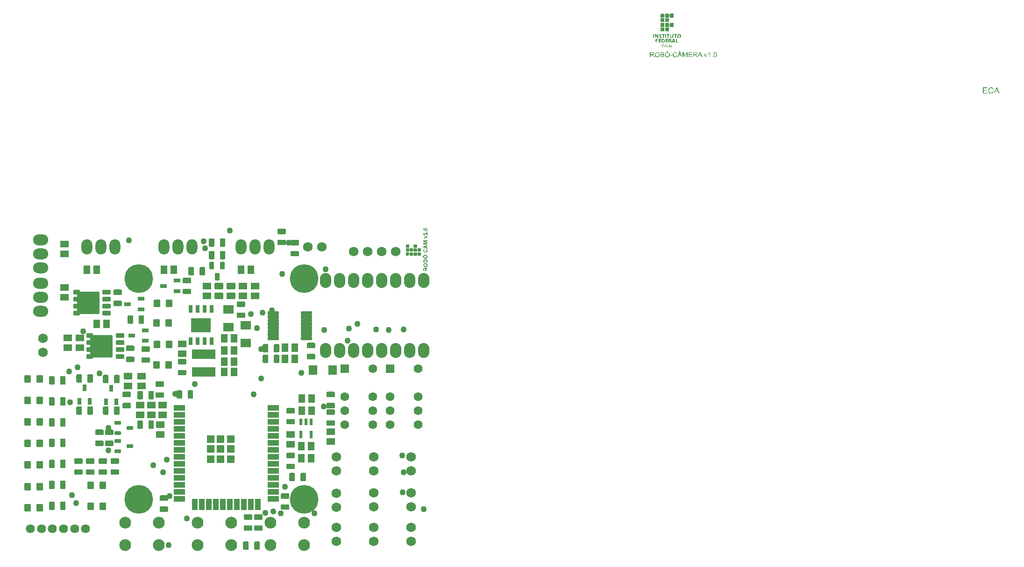
<source format=gts>
G04 Layer: TopSolderMaskLayer*
G04 EasyEDA v6.5.22, 2023-01-05 17:43:04*
G04 408631a24da54ebd81f1ad95a11f4f05,373fc183506b451e961249744e80b011,10*
G04 Gerber Generator version 0.2*
G04 Scale: 100 percent, Rotated: No, Reflected: No *
G04 Dimensions in inches *
G04 leading zeros omitted , absolute positions ,3 integer and 6 decimal *
%FSLAX36Y36*%
%MOIN*%

%AMMACRO1*1,1,$1,$2,$3*1,1,$1,$4,$5*1,1,$1,0-$2,0-$3*1,1,$1,0-$4,0-$5*20,1,$1,$2,$3,$4,$5,0*20,1,$1,$4,$5,0-$2,0-$3,0*20,1,$1,0-$2,0-$3,0-$4,0-$5,0*20,1,$1,0-$4,0-$5,$2,$3,0*4,1,4,$2,$3,$4,$5,0-$2,0-$3,0-$4,0-$5,$2,$3,0*%
%AMMACRO2*4,1,48,-0.0226,-0.024,-0.0236,-0.0239,-0.0246,-0.0237,-0.0257,-0.0234,-0.0267,-0.023,-0.0285,-0.0218,-0.0293,-0.021,-0.0305,-0.0192,-0.0309,-0.0182,-0.0312,-0.0171,-0.0314,-0.0161,-0.0315,-0.0151,-0.0315,0.0151,-0.0314,0.0161,-0.0312,0.0171,-0.0309,0.0182,-0.0305,0.0192,-0.0293,0.021,-0.0285,0.0218,-0.0267,0.023,-0.0257,0.0234,-0.0247,0.0237,-0.0236,0.0239,-0.0226,0.024,0.0226,0.024,0.0236,0.0239,0.0247,0.0237,0.0257,0.0234,0.0267,0.023,0.0285,0.0218,0.0293,0.021,0.0305,0.0192,0.0309,0.0182,0.0312,0.0171,0.0314,0.0161,0.0315,0.0151,0.0315,-0.0151,0.0314,-0.0161,0.0312,-0.0171,0.0309,-0.0182,0.0305,-0.0192,0.0293,-0.021,0.0285,-0.0218,0.0267,-0.023,0.0257,-0.0234,0.0246,-0.0237,0.0236,-0.0239,0.0226,-0.024,-0.0226,-0.024,0*%
%AMMACRO3*4,1,48,-0.0226,-0.024,-0.0236,-0.0239,-0.0247,-0.0237,-0.0257,-0.0234,-0.0267,-0.023,-0.0285,-0.0218,-0.0293,-0.021,-0.0305,-0.0192,-0.0309,-0.0182,-0.0312,-0.0171,-0.0314,-0.0161,-0.0315,-0.0151,-0.0315,0.0151,-0.0314,0.0161,-0.0312,0.0171,-0.0309,0.0182,-0.0305,0.0192,-0.0293,0.021,-0.0285,0.0218,-0.0267,0.023,-0.0257,0.0234,-0.0246,0.0237,-0.0236,0.0239,-0.0226,0.024,0.0226,0.024,0.0236,0.0239,0.0246,0.0237,0.0257,0.0234,0.0267,0.023,0.0285,0.0218,0.0293,0.021,0.0305,0.0192,0.0309,0.0182,0.0312,0.0171,0.0314,0.0161,0.0315,0.0151,0.0315,-0.0151,0.0314,-0.0161,0.0312,-0.0171,0.0309,-0.0182,0.0305,-0.0192,0.0293,-0.021,0.0285,-0.0218,0.0267,-0.023,0.0257,-0.0234,0.0247,-0.0237,0.0236,-0.0239,0.0226,-0.024,-0.0226,-0.024,0*%
%AMMACRO4*4,1,48,-0.0151,-0.0315,-0.0161,-0.0314,-0.0171,-0.0312,-0.0182,-0.0309,-0.0192,-0.0305,-0.021,-0.0293,-0.0218,-0.0285,-0.023,-0.0267,-0.0234,-0.0257,-0.0237,-0.0246,-0.0239,-0.0236,-0.024,-0.0226,-0.024,0.0226,-0.0239,0.0236,-0.0237,0.0246,-0.0234,0.0257,-0.023,0.0267,-0.0218,0.0285,-0.021,0.0293,-0.0192,0.0305,-0.0182,0.0309,-0.0171,0.0312,-0.0161,0.0314,-0.0151,0.0315,0.0151,0.0315,0.0161,0.0314,0.0171,0.0312,0.0182,0.0309,0.0192,0.0305,0.021,0.0293,0.0218,0.0285,0.023,0.0267,0.0234,0.0257,0.0237,0.0247,0.0239,0.0236,0.024,0.0226,0.024,-0.0226,0.0239,-0.0236,0.0237,-0.0247,0.0234,-0.0257,0.023,-0.0267,0.0218,-0.0285,0.021,-0.0293,0.0192,-0.0305,0.0182,-0.0309,0.0171,-0.0312,0.0161,-0.0314,0.0151,-0.0315,-0.0151,-0.0315,0*%
%AMMACRO5*4,1,48,-0.0151,-0.0315,-0.0161,-0.0314,-0.0171,-0.0312,-0.0182,-0.0309,-0.0192,-0.0305,-0.021,-0.0293,-0.0218,-0.0285,-0.023,-0.0267,-0.0234,-0.0257,-0.0237,-0.0247,-0.0239,-0.0236,-0.024,-0.0226,-0.024,0.0226,-0.0239,0.0236,-0.0237,0.0247,-0.0234,0.0257,-0.023,0.0267,-0.0218,0.0285,-0.021,0.0293,-0.0192,0.0305,-0.0182,0.0309,-0.0171,0.0312,-0.0161,0.0314,-0.0151,0.0315,0.0151,0.0315,0.0161,0.0314,0.0171,0.0312,0.0182,0.0309,0.0192,0.0305,0.021,0.0293,0.0218,0.0285,0.023,0.0267,0.0234,0.0257,0.0237,0.0246,0.0239,0.0236,0.024,0.0226,0.024,-0.0226,0.0239,-0.0236,0.0237,-0.0246,0.0234,-0.0257,0.023,-0.0267,0.0218,-0.0285,0.021,-0.0293,0.0192,-0.0305,0.0182,-0.0309,0.0171,-0.0312,0.0161,-0.0314,0.0151,-0.0315,-0.0151,-0.0315,0*%
%ADD10C,0.0433*%
%ADD11MACRO1,0.004X0.0118X0.0211X0.0118X-0.0211*%
%ADD12MACRO1,0.004X0.0197X-0.0246X-0.0197X-0.0246*%
%ADD13MACRO1,0.004X-0.0394X0.0177X0.0394X0.0177*%
%ADD14MACRO1,0.004X-0.0177X0.0394X0.0177X0.0394*%
%ADD15MACRO1,0.004X0.0394X-0.0177X-0.0394X-0.0177*%
%ADD16MACRO1,0.004X-0.0262X-0.0262X-0.0262X0.0262*%
%ADD17R,0.0564X0.0564*%
%ADD18MACRO2*%
%ADD19MACRO3*%
%ADD20MACRO4*%
%ADD21MACRO5*%
%ADD22MACRO1,0.004X0.034X-0.0292X-0.034X-0.0292*%
%ADD23MACRO1,0.004X0.034X0.0292X-0.034X0.0292*%
%ADD24MACRO1,0.004X0.0283X0.0319X0.0283X-0.0319*%
%ADD25MACRO1,0.004X-0.0283X0.0319X-0.0283X-0.0319*%
%ADD26C,0.0631*%
%ADD27MACRO1,0.004X0.0295X0.0295X0.0295X-0.0295*%
%ADD28MACRO1,0.004X-0.0827X0.0315X0.0827X0.0315*%
%ADD29C,0.0680*%
%ADD30MACRO1,0.004X-0.0138X-0.0246X-0.0138X0.0246*%
%ADD31C,0.0840*%
%ADD32MACRO1,0.004X0.0118X-0.0236X-0.0118X-0.0236*%
%ADD33MACRO1,0.004X-0.0689X0.0492X0.0689X0.0492*%
%ADD34MACRO1,0.004X-0.0197X0.0246X0.0197X0.0246*%
%ADD35O,0.10800000000000001X0.078*%
%ADD36O,0.078X0.10800000000000001*%
%ADD37C,0.0640*%
%ADD38O,0.080835X0.106425*%
%ADD39MACRO1,0.008X0.0355X-0.008X-0.0355X-0.008*%
%ADD40MACRO1,0.008X0.025X-0.012X-0.025X-0.012*%
%ADD41MACRO1,0.008X0.0201X-0.012X-0.0201X-0.012*%
%ADD42MACRO1,0.008X0.077X-0.075X-0.077X-0.075*%
%ADD43MACRO1,0.004X-0.0211X0.0118X0.0211X0.0118*%
%ADD44MACRO1,0.004X-0.0204X0.0105X-0.0204X-0.0105*%
%ADD45MACRO1,0.004X0.0096X-0.0228X-0.0096X-0.0228*%
%ADD46MACRO1,0.004X0.0096X-0.0231X-0.0096X-0.0231*%
%ADD47C,0.2049*%
%ADD48C,0.0151*%

%LPD*%
G36*
X4808060Y3860940D02*
G01*
X4806080Y3860899D01*
X4804080Y3860580D01*
X4802100Y3859980D01*
X4800180Y3859120D01*
X4798440Y3858039D01*
X4796900Y3856740D01*
X4795580Y3855260D01*
X4794460Y3853600D01*
X4793580Y3851800D01*
X4792940Y3849840D01*
X4792540Y3847780D01*
X4792400Y3845620D01*
X4792560Y3843279D01*
X4793000Y3841120D01*
X4793720Y3839140D01*
X4794680Y3837340D01*
X4795840Y3835740D01*
X4797200Y3834320D01*
X4798720Y3833120D01*
X4800360Y3832120D01*
X4802120Y3831320D01*
X4803960Y3830760D01*
X4805860Y3830440D01*
X4807780Y3830340D01*
X4809700Y3830480D01*
X4811620Y3830860D01*
X4813460Y3831500D01*
X4815240Y3832400D01*
X4816920Y3833580D01*
X4818460Y3835020D01*
X4819840Y3836740D01*
X4821060Y3838740D01*
X4822180Y3841480D01*
X4822780Y3844220D01*
X4822840Y3846920D01*
X4822380Y3849540D01*
X4821420Y3852040D01*
X4819980Y3854380D01*
X4818040Y3856520D01*
X4815640Y3858420D01*
X4813840Y3859460D01*
X4811960Y3860220D01*
X4810040Y3860720D01*
G37*
G36*
X4843680Y3860120D02*
G01*
X4835000Y3860059D01*
X4831260Y3859880D01*
X4828840Y3859600D01*
X4827600Y3859160D01*
X4826920Y3858260D01*
X4826560Y3856220D01*
X4826460Y3852140D01*
X4826740Y3832120D01*
X4846760Y3831840D01*
X4850840Y3831960D01*
X4852880Y3832320D01*
X4853780Y3833000D01*
X4854200Y3834240D01*
X4854500Y3836760D01*
X4854660Y3840640D01*
X4854720Y3852260D01*
X4854620Y3854540D01*
X4854380Y3856320D01*
X4853940Y3857679D01*
X4853240Y3858680D01*
X4852200Y3859340D01*
X4850800Y3859780D01*
X4848940Y3860000D01*
G37*
G36*
X4871320Y3860080D02*
G01*
X4865780Y3859880D01*
X4863540Y3859660D01*
X4861860Y3859360D01*
X4860880Y3858980D01*
X4859920Y3858060D01*
X4859420Y3856280D01*
X4859220Y3852520D01*
X4859240Y3840160D01*
X4859400Y3836220D01*
X4859680Y3833759D01*
X4860100Y3832640D01*
X4860860Y3832360D01*
X4862400Y3832120D01*
X4867260Y3831800D01*
X4873380Y3831700D01*
X4879500Y3831800D01*
X4884340Y3832120D01*
X4885900Y3832360D01*
X4886660Y3832640D01*
X4886920Y3833360D01*
X4887300Y3836920D01*
X4887520Y3842360D01*
X4887560Y3848440D01*
X4887400Y3853980D01*
X4887260Y3856180D01*
X4887060Y3857760D01*
X4886820Y3858620D01*
X4886120Y3859020D01*
X4884680Y3859360D01*
X4882640Y3859640D01*
X4880140Y3859860D01*
X4874320Y3860080D01*
G37*
G36*
X4843800Y3827280D02*
G01*
X4835080Y3827220D01*
X4831300Y3827040D01*
X4828840Y3826760D01*
X4827600Y3826340D01*
X4826920Y3825419D01*
X4826560Y3823380D01*
X4826460Y3819320D01*
X4826740Y3799280D01*
X4845540Y3799040D01*
X4849780Y3799140D01*
X4852460Y3799360D01*
X4853680Y3799740D01*
X4854180Y3800700D01*
X4854500Y3802900D01*
X4854660Y3806680D01*
X4854720Y3816019D01*
X4854600Y3821360D01*
X4854360Y3823260D01*
X4853920Y3824680D01*
X4853220Y3825740D01*
X4852200Y3826460D01*
X4850820Y3826900D01*
X4848980Y3827160D01*
G37*
G36*
X4807180Y3827260D02*
G01*
X4800960Y3827220D01*
X4797320Y3827040D01*
X4795400Y3826580D01*
X4794260Y3825779D01*
X4793460Y3824640D01*
X4793020Y3822660D01*
X4792820Y3818900D01*
X4792820Y3806680D01*
X4793000Y3802900D01*
X4793320Y3800700D01*
X4793800Y3799740D01*
X4795040Y3799360D01*
X4797720Y3799140D01*
X4801940Y3799040D01*
X4820760Y3799280D01*
X4821040Y3819320D01*
X4820920Y3823380D01*
X4820560Y3825419D01*
X4819900Y3826340D01*
X4818660Y3826760D01*
X4816200Y3827040D01*
X4812420Y3827220D01*
G37*
G36*
X4807240Y3793680D02*
G01*
X4801060Y3793639D01*
X4797200Y3793460D01*
X4795020Y3793100D01*
X4793960Y3792520D01*
X4793560Y3791680D01*
X4793220Y3790100D01*
X4792800Y3785380D01*
X4792680Y3782520D01*
X4792680Y3776500D01*
X4792980Y3771060D01*
X4793220Y3768920D01*
X4793560Y3767340D01*
X4793960Y3766500D01*
X4795020Y3765899D01*
X4797200Y3765560D01*
X4801060Y3765380D01*
X4807240Y3765320D01*
X4812740Y3765380D01*
X4816660Y3765539D01*
X4819120Y3765820D01*
X4820240Y3766220D01*
X4820520Y3766980D01*
X4820760Y3768540D01*
X4821080Y3773399D01*
X4821180Y3779500D01*
X4821080Y3785620D01*
X4820760Y3790480D01*
X4820520Y3792020D01*
X4820240Y3792799D01*
X4819120Y3793200D01*
X4816660Y3793480D01*
X4812740Y3793639D01*
G37*
G36*
X4840260Y3793680D02*
G01*
X4834760Y3793639D01*
X4830840Y3793480D01*
X4828360Y3793200D01*
X4827260Y3792799D01*
X4826960Y3792020D01*
X4826540Y3788279D01*
X4826340Y3782640D01*
X4826340Y3776380D01*
X4826540Y3770720D01*
X4826960Y3766980D01*
X4827260Y3766220D01*
X4828380Y3765820D01*
X4830920Y3765539D01*
X4834960Y3765380D01*
X4840660Y3765320D01*
X4847540Y3765360D01*
X4851380Y3765539D01*
X4853200Y3765980D01*
X4853940Y3766780D01*
X4854260Y3768220D01*
X4854500Y3771120D01*
X4854660Y3775100D01*
X4854720Y3779780D01*
X4854680Y3785640D01*
X4854500Y3789360D01*
X4854140Y3791460D01*
X4853540Y3792520D01*
X4852460Y3793100D01*
X4850300Y3793460D01*
X4846420Y3793639D01*
G37*
G36*
X4873260Y3793680D02*
G01*
X4866380Y3793639D01*
X4862520Y3793460D01*
X4860720Y3793039D01*
X4859960Y3792240D01*
X4859660Y3790800D01*
X4859420Y3787960D01*
X4859260Y3784060D01*
X4859200Y3779500D01*
X4859260Y3774960D01*
X4859420Y3771060D01*
X4859660Y3768220D01*
X4859960Y3766780D01*
X4860720Y3765980D01*
X4862520Y3765539D01*
X4866380Y3765360D01*
X4873260Y3765320D01*
X4878940Y3765380D01*
X4883000Y3765539D01*
X4885520Y3765820D01*
X4886660Y3766220D01*
X4886940Y3766980D01*
X4887180Y3768540D01*
X4887500Y3773399D01*
X4887600Y3779500D01*
X4887500Y3785620D01*
X4887180Y3790480D01*
X4886940Y3792020D01*
X4886660Y3792799D01*
X4885520Y3793200D01*
X4883000Y3793480D01*
X4878940Y3793639D01*
G37*
G36*
X4807180Y3760860D02*
G01*
X4801640Y3760800D01*
X4798000Y3760620D01*
X4795740Y3760260D01*
X4794440Y3759680D01*
X4793500Y3758800D01*
X4793000Y3757080D01*
X4792820Y3753480D01*
X4792780Y3746960D01*
X4792840Y3742280D01*
X4793000Y3738300D01*
X4793240Y3735400D01*
X4793540Y3733940D01*
X4794300Y3733140D01*
X4796100Y3732720D01*
X4799960Y3732540D01*
X4812520Y3732540D01*
X4816580Y3732700D01*
X4819120Y3732980D01*
X4820240Y3733380D01*
X4820640Y3734520D01*
X4820920Y3737060D01*
X4821080Y3741100D01*
X4821140Y3746800D01*
X4821100Y3753660D01*
X4820920Y3757520D01*
X4820480Y3759340D01*
X4819700Y3760080D01*
X4818260Y3760380D01*
X4815460Y3760620D01*
X4811640Y3760800D01*
G37*
G36*
X4840680Y3760820D02*
G01*
X4835980Y3760760D01*
X4831980Y3760600D01*
X4829080Y3760340D01*
X4827660Y3760040D01*
X4826980Y3759260D01*
X4826580Y3757340D01*
X4826400Y3753460D01*
X4826360Y3746780D01*
X4826420Y3741100D01*
X4826580Y3737040D01*
X4826860Y3734520D01*
X4827260Y3733380D01*
X4828380Y3732980D01*
X4830920Y3732700D01*
X4834960Y3732540D01*
X4847540Y3732540D01*
X4851380Y3732720D01*
X4853200Y3733140D01*
X4853940Y3733940D01*
X4854260Y3735400D01*
X4854500Y3738300D01*
X4854660Y3742260D01*
X4854720Y3746940D01*
X4854680Y3752820D01*
X4854500Y3756520D01*
X4854140Y3758620D01*
X4853540Y3759680D01*
X4852480Y3760260D01*
X4850360Y3760620D01*
X4846620Y3760800D01*
G37*
G36*
X4793020Y3714440D02*
G01*
X4791320Y3714380D01*
X4789360Y3714080D01*
X4788580Y3713780D01*
X4787560Y3713220D01*
X4786480Y3712460D01*
X4785440Y3711600D01*
X4784240Y3710380D01*
X4783520Y3709240D01*
X4783180Y3707940D01*
X4783100Y3706220D01*
X4783400Y3703560D01*
X4784520Y3701400D01*
X4786680Y3699400D01*
X4792980Y3695419D01*
X4794440Y3693820D01*
X4794560Y3692420D01*
X4793360Y3691180D01*
X4792580Y3690860D01*
X4791580Y3690779D01*
X4790240Y3690960D01*
X4785300Y3692200D01*
X4783540Y3692340D01*
X4782760Y3691740D01*
X4782480Y3690260D01*
X4782600Y3688320D01*
X4783580Y3687000D01*
X4785580Y3686180D01*
X4788840Y3685720D01*
X4792960Y3685680D01*
X4796220Y3686400D01*
X4798700Y3687880D01*
X4800420Y3690120D01*
X4801160Y3691920D01*
X4801480Y3693600D01*
X4801340Y3695200D01*
X4800760Y3696720D01*
X4799720Y3698220D01*
X4798200Y3699680D01*
X4796180Y3701139D01*
X4791980Y3703620D01*
X4790900Y3704500D01*
X4790320Y3705380D01*
X4790160Y3706380D01*
X4790260Y3707360D01*
X4790620Y3707919D01*
X4791400Y3708159D01*
X4793940Y3708180D01*
X4796380Y3707880D01*
X4798420Y3707460D01*
X4799140Y3707620D01*
X4799700Y3708260D01*
X4800280Y3709440D01*
X4800760Y3711060D01*
X4800460Y3712140D01*
X4799120Y3712980D01*
X4796500Y3713820D01*
X4794680Y3714260D01*
G37*
G36*
X4927860Y3714220D02*
G01*
X4924560Y3714200D01*
X4921500Y3713519D01*
X4918560Y3711920D01*
X4916060Y3709560D01*
X4914220Y3706700D01*
X4913240Y3703620D01*
X4912980Y3700640D01*
X4913003Y3700160D01*
X4919720Y3700160D01*
X4920000Y3702280D01*
X4920700Y3704460D01*
X4922060Y3706760D01*
X4923880Y3708120D01*
X4926220Y3708580D01*
X4929100Y3708159D01*
X4930580Y3707280D01*
X4931740Y3705680D01*
X4932520Y3703560D01*
X4932940Y3701139D01*
X4932980Y3698600D01*
X4932600Y3696160D01*
X4931800Y3694040D01*
X4930540Y3692440D01*
X4928940Y3691360D01*
X4927360Y3690840D01*
X4925820Y3690800D01*
X4924360Y3691200D01*
X4923040Y3692000D01*
X4921880Y3693140D01*
X4920920Y3694580D01*
X4920220Y3696259D01*
X4919800Y3698140D01*
X4919720Y3700160D01*
X4913003Y3700160D01*
X4913120Y3697780D01*
X4913620Y3695100D01*
X4914480Y3692660D01*
X4915640Y3690500D01*
X4917100Y3688700D01*
X4918820Y3687300D01*
X4920800Y3686340D01*
X4924240Y3685700D01*
X4928160Y3685740D01*
X4931840Y3686360D01*
X4934500Y3687540D01*
X4936180Y3689080D01*
X4937540Y3690960D01*
X4938580Y3693080D01*
X4939300Y3695400D01*
X4939720Y3697840D01*
X4939840Y3700320D01*
X4939620Y3702780D01*
X4939120Y3705160D01*
X4938300Y3707360D01*
X4937160Y3709360D01*
X4935740Y3711040D01*
X4934000Y3712360D01*
X4931120Y3713600D01*
G37*
G36*
X4740600Y3713840D02*
G01*
X4740160Y3686220D01*
X4746500Y3686220D01*
X4746500Y3713840D01*
G37*
G36*
X4753220Y3713840D02*
G01*
X4753220Y3686220D01*
X4759140Y3686220D01*
X4759560Y3704500D01*
X4762000Y3699880D01*
X4769740Y3686220D01*
X4778640Y3686220D01*
X4778220Y3713460D01*
X4772260Y3713460D01*
X4772480Y3694240D01*
X4761800Y3712559D01*
X4760840Y3713440D01*
X4759460Y3713780D01*
G37*
G36*
X4813700Y3713840D02*
G01*
X4808480Y3713780D01*
X4805200Y3713620D01*
X4803440Y3713300D01*
X4802780Y3712780D01*
X4802560Y3711500D01*
X4802600Y3709980D01*
X4802860Y3709060D01*
X4803440Y3708500D01*
X4804540Y3708200D01*
X4809940Y3707780D01*
X4809940Y3686220D01*
X4816660Y3686220D01*
X4816660Y3707780D01*
X4822240Y3708180D01*
X4823320Y3708560D01*
X4823780Y3709420D01*
X4824220Y3713840D01*
G37*
G36*
X4827860Y3713840D02*
G01*
X4827860Y3686220D01*
X4834560Y3686220D01*
X4834560Y3713840D01*
G37*
G36*
X4848760Y3713840D02*
G01*
X4843560Y3713780D01*
X4840280Y3713620D01*
X4838500Y3713300D01*
X4837840Y3712780D01*
X4837620Y3711500D01*
X4837680Y3709980D01*
X4837940Y3709060D01*
X4838500Y3708500D01*
X4839620Y3708200D01*
X4845020Y3707780D01*
X4845020Y3686220D01*
X4851740Y3686220D01*
X4851740Y3707780D01*
X4857320Y3708180D01*
X4858400Y3708560D01*
X4858860Y3709420D01*
X4859280Y3713840D01*
G37*
G36*
X4862920Y3713840D02*
G01*
X4862920Y3691700D01*
X4867000Y3687080D01*
X4868360Y3686220D01*
X4870300Y3685899D01*
X4873540Y3685860D01*
X4877520Y3686060D01*
X4880480Y3686720D01*
X4882660Y3687980D01*
X4884380Y3689900D01*
X4885040Y3691320D01*
X4885480Y3693580D01*
X4885760Y3697240D01*
X4886200Y3713840D01*
X4879460Y3713840D01*
X4879040Y3697700D01*
X4878780Y3694380D01*
X4878300Y3692640D01*
X4877520Y3691760D01*
X4875840Y3690920D01*
X4874080Y3690779D01*
X4872360Y3691320D01*
X4870720Y3692540D01*
X4869700Y3693759D01*
X4869160Y3695480D01*
X4868940Y3698600D01*
X4868900Y3713840D01*
G37*
G36*
X4900260Y3713840D02*
G01*
X4895040Y3713780D01*
X4891760Y3713620D01*
X4890000Y3713300D01*
X4889340Y3712780D01*
X4889120Y3711500D01*
X4889180Y3709980D01*
X4889420Y3709060D01*
X4890000Y3708500D01*
X4891120Y3708200D01*
X4896500Y3707780D01*
X4896500Y3686220D01*
X4903220Y3686220D01*
X4903220Y3707780D01*
X4908800Y3708180D01*
X4909880Y3708560D01*
X4910360Y3709420D01*
X4910780Y3713840D01*
G37*
G36*
X4780840Y3681000D02*
G01*
X4780840Y3652640D01*
X4797260Y3652640D01*
X4797260Y3658620D01*
X4787560Y3658620D01*
X4787560Y3664580D01*
X4796500Y3664580D01*
X4796500Y3669800D01*
X4787560Y3669800D01*
X4787560Y3674960D01*
X4796880Y3675400D01*
X4797340Y3681000D01*
G37*
G36*
X4802480Y3681000D02*
G01*
X4802480Y3675040D01*
X4811800Y3675040D01*
X4813400Y3674940D01*
X4814700Y3674680D01*
X4815760Y3674240D01*
X4816620Y3673580D01*
X4817620Y3672180D01*
X4818280Y3670440D01*
X4818620Y3668480D01*
X4818640Y3666420D01*
X4818360Y3664380D01*
X4817780Y3662500D01*
X4816900Y3660920D01*
X4815720Y3659760D01*
X4814860Y3659320D01*
X4813740Y3658940D01*
X4812500Y3658700D01*
X4811260Y3658620D01*
X4808440Y3658620D01*
X4808440Y3675040D01*
X4802480Y3675040D01*
X4802480Y3652640D01*
X4808640Y3652660D01*
X4811160Y3652740D01*
X4813420Y3652940D01*
X4815440Y3653320D01*
X4817240Y3653840D01*
X4818840Y3654540D01*
X4820300Y3655419D01*
X4821600Y3656500D01*
X4822800Y3657760D01*
X4824100Y3659740D01*
X4825000Y3662040D01*
X4825480Y3664540D01*
X4825600Y3667140D01*
X4825300Y3669760D01*
X4824620Y3672260D01*
X4823560Y3674580D01*
X4822120Y3676560D01*
X4820940Y3677760D01*
X4819720Y3678720D01*
X4818400Y3679500D01*
X4816940Y3680080D01*
X4815240Y3680520D01*
X4813280Y3680800D01*
X4808260Y3681000D01*
G37*
G36*
X4830840Y3681000D02*
G01*
X4830840Y3652640D01*
X4847340Y3652640D01*
X4846880Y3658240D01*
X4837560Y3658680D01*
X4837560Y3664580D01*
X4846500Y3664580D01*
X4846500Y3669800D01*
X4837560Y3669800D01*
X4837560Y3674960D01*
X4846880Y3675400D01*
X4847340Y3681000D01*
G37*
G36*
X4857720Y3681000D02*
G01*
X4853880Y3680720D01*
X4852060Y3680040D01*
X4851940Y3678639D01*
X4851860Y3671680D01*
X4859200Y3671680D01*
X4859240Y3673540D01*
X4859500Y3674540D01*
X4860120Y3674960D01*
X4861280Y3675040D01*
X4862160Y3674960D01*
X4863020Y3674760D01*
X4863760Y3674480D01*
X4864260Y3674140D01*
X4865040Y3672360D01*
X4864440Y3670440D01*
X4862840Y3668940D01*
X4860520Y3668320D01*
X4859860Y3668460D01*
X4859460Y3668980D01*
X4859260Y3670000D01*
X4859200Y3671680D01*
X4851860Y3671680D01*
X4852100Y3653020D01*
X4858820Y3653020D01*
X4859200Y3660220D01*
X4859440Y3661760D01*
X4859840Y3662679D01*
X4860360Y3662960D01*
X4861080Y3662620D01*
X4861980Y3661660D01*
X4863100Y3660059D01*
X4867600Y3652580D01*
X4881080Y3653020D01*
X4882740Y3658980D01*
X4892440Y3659420D01*
X4894060Y3654080D01*
X4894720Y3653080D01*
X4895820Y3652700D01*
X4897720Y3652640D01*
X4899120Y3652700D01*
X4900140Y3652880D01*
X4900760Y3653180D01*
X4900960Y3653580D01*
X4900600Y3654960D01*
X4898100Y3662420D01*
X4891660Y3680620D01*
X4883600Y3680620D01*
X4878336Y3665600D01*
X4885020Y3665600D01*
X4885300Y3667000D01*
X4885940Y3669260D01*
X4886660Y3671360D01*
X4887340Y3672919D01*
X4887820Y3673540D01*
X4888040Y3673240D01*
X4888840Y3671280D01*
X4890240Y3666900D01*
X4890340Y3665320D01*
X4889520Y3664700D01*
X4887640Y3664580D01*
X4885960Y3664620D01*
X4885160Y3664880D01*
X4885020Y3665600D01*
X4878336Y3665600D01*
X4875100Y3656180D01*
X4874660Y3655260D01*
X4874400Y3654980D01*
X4874180Y3654880D01*
X4873720Y3655280D01*
X4871700Y3657900D01*
X4868540Y3662679D01*
X4867740Y3664280D01*
X4867840Y3665179D01*
X4870360Y3667720D01*
X4871420Y3669740D01*
X4871900Y3671880D01*
X4871800Y3674020D01*
X4871140Y3676040D01*
X4869940Y3677840D01*
X4868240Y3679280D01*
X4866060Y3680220D01*
X4862220Y3680840D01*
G37*
G36*
X4907820Y3681000D02*
G01*
X4905660Y3680860D01*
X4904880Y3680700D01*
X4904460Y3680500D01*
X4904280Y3679240D01*
X4904120Y3676139D01*
X4903980Y3666320D01*
X4903980Y3652640D01*
X4921880Y3652640D01*
X4921880Y3658620D01*
X4910680Y3658620D01*
X4910680Y3681000D01*
G37*
G36*
X4764100Y3680899D02*
G01*
X4761560Y3680800D01*
X4760120Y3680520D01*
X4759540Y3680059D01*
X4759400Y3678660D01*
X4759320Y3671180D01*
X4759560Y3653020D01*
X4765920Y3652559D01*
X4765920Y3663840D01*
X4775700Y3663840D01*
X4775480Y3666259D01*
X4775260Y3667660D01*
X4774680Y3668420D01*
X4773280Y3668740D01*
X4765920Y3669140D01*
X4765920Y3674960D01*
X4775980Y3675400D01*
X4775980Y3680620D01*
G37*
G36*
X4858980Y3642200D02*
G01*
X4858040Y3642060D01*
X4857180Y3641620D01*
X4856360Y3640860D01*
X4855560Y3639760D01*
X4854840Y3638560D01*
X4854540Y3637780D01*
X4854620Y3637320D01*
X4855100Y3637100D01*
X4855980Y3637220D01*
X4857100Y3637900D01*
X4858400Y3639140D01*
X4859860Y3640880D01*
X4860340Y3641580D01*
X4860400Y3641980D01*
X4859960Y3642160D01*
G37*
G36*
X4814600Y3641480D02*
G01*
X4812340Y3641180D01*
X4810160Y3640539D01*
X4808220Y3639520D01*
X4806120Y3637799D01*
X4804820Y3635820D01*
X4804160Y3633200D01*
X4803980Y3629560D01*
X4804060Y3627400D01*
X4804320Y3625740D01*
X4804800Y3624400D01*
X4805520Y3623240D01*
X4806800Y3621900D01*
X4808260Y3620800D01*
X4809900Y3619960D01*
X4811660Y3619380D01*
X4813540Y3619080D01*
X4815500Y3619060D01*
X4817500Y3619320D01*
X4819540Y3619880D01*
X4820880Y3620440D01*
X4821580Y3621259D01*
X4821840Y3622880D01*
X4821880Y3631000D01*
X4815620Y3630960D01*
X4814380Y3630740D01*
X4813800Y3630299D01*
X4813680Y3629500D01*
X4813780Y3628780D01*
X4814140Y3628320D01*
X4814840Y3628080D01*
X4817220Y3627960D01*
X4817880Y3627620D01*
X4818080Y3626780D01*
X4818000Y3625220D01*
X4817820Y3623700D01*
X4817440Y3622820D01*
X4816680Y3622400D01*
X4815400Y3622180D01*
X4813160Y3622340D01*
X4810900Y3623120D01*
X4808940Y3624340D01*
X4807640Y3625899D01*
X4807340Y3626820D01*
X4807140Y3628120D01*
X4807080Y3629640D01*
X4807160Y3631259D01*
X4807420Y3633180D01*
X4807860Y3634600D01*
X4808580Y3635720D01*
X4809660Y3636740D01*
X4811720Y3637860D01*
X4814200Y3638420D01*
X4816720Y3638399D01*
X4818880Y3637740D01*
X4819560Y3637440D01*
X4820060Y3637420D01*
X4820420Y3637700D01*
X4820720Y3638279D01*
X4820780Y3639480D01*
X4820020Y3640419D01*
X4818620Y3641080D01*
X4816760Y3641440D01*
G37*
G36*
X4844800Y3641280D02*
G01*
X4843780Y3641139D01*
X4843040Y3640340D01*
X4842920Y3639800D01*
X4842960Y3639240D01*
X4843100Y3638720D01*
X4843380Y3638320D01*
X4844360Y3637840D01*
X4845400Y3638039D01*
X4846180Y3638720D01*
X4846360Y3639760D01*
X4845800Y3640800D01*
G37*
G36*
X4832020Y3636220D02*
G01*
X4830400Y3636019D01*
X4828860Y3635460D01*
X4827440Y3634520D01*
X4826200Y3633020D01*
X4825360Y3631180D01*
X4824940Y3629080D01*
X4824940Y3627640D01*
X4828220Y3627640D01*
X4828300Y3628960D01*
X4828520Y3630220D01*
X4828860Y3631280D01*
X4829260Y3632000D01*
X4830500Y3632840D01*
X4832160Y3633200D01*
X4833860Y3633039D01*
X4835160Y3632340D01*
X4835800Y3630779D01*
X4836040Y3628240D01*
X4835860Y3625560D01*
X4835280Y3623480D01*
X4834140Y3622460D01*
X4832440Y3622060D01*
X4830660Y3622340D01*
X4829260Y3623279D01*
X4828860Y3624000D01*
X4828520Y3625059D01*
X4828300Y3626320D01*
X4828220Y3627640D01*
X4824940Y3627640D01*
X4824940Y3626920D01*
X4825320Y3624800D01*
X4826060Y3622880D01*
X4827180Y3621280D01*
X4828660Y3620140D01*
X4831040Y3619240D01*
X4833180Y3619160D01*
X4835200Y3619940D01*
X4837260Y3621600D01*
X4838980Y3623880D01*
X4839780Y3626380D01*
X4839660Y3629100D01*
X4838640Y3632080D01*
X4837720Y3633540D01*
X4836540Y3634700D01*
X4835140Y3635539D01*
X4833620Y3636040D01*
G37*
G36*
X4873480Y3636160D02*
G01*
X4870300Y3636060D01*
X4867580Y3635059D01*
X4866240Y3633519D01*
X4865880Y3631680D01*
X4866460Y3629800D01*
X4867960Y3628220D01*
X4870040Y3626960D01*
X4873020Y3625440D01*
X4873620Y3624920D01*
X4873940Y3624340D01*
X4873960Y3623720D01*
X4873660Y3623080D01*
X4872980Y3622700D01*
X4871760Y3622520D01*
X4867800Y3622520D01*
X4866620Y3622360D01*
X4866060Y3621960D01*
X4865920Y3621240D01*
X4866060Y3620600D01*
X4866520Y3620080D01*
X4867360Y3619680D01*
X4868580Y3619380D01*
X4871280Y3619200D01*
X4873720Y3619640D01*
X4875700Y3620680D01*
X4877080Y3622220D01*
X4877640Y3623360D01*
X4877780Y3624220D01*
X4877480Y3625080D01*
X4876680Y3626240D01*
X4875900Y3627100D01*
X4874920Y3627919D01*
X4873840Y3628620D01*
X4869880Y3630520D01*
X4869000Y3631920D01*
X4870140Y3632900D01*
X4873260Y3633120D01*
X4874940Y3633039D01*
X4876040Y3633159D01*
X4876660Y3633500D01*
X4876940Y3634080D01*
X4876060Y3635460D01*
G37*
G36*
X4857360Y3636120D02*
G01*
X4855060Y3636100D01*
X4852680Y3635460D01*
X4852000Y3635100D01*
X4851560Y3634660D01*
X4851380Y3634180D01*
X4851460Y3633639D01*
X4851800Y3633120D01*
X4852440Y3632840D01*
X4853440Y3632799D01*
X4856460Y3633159D01*
X4857540Y3633100D01*
X4858300Y3632760D01*
X4858940Y3632100D01*
X4859720Y3630840D01*
X4859640Y3630080D01*
X4858500Y3629620D01*
X4856100Y3629260D01*
X4853180Y3628660D01*
X4851120Y3627620D01*
X4849900Y3626139D01*
X4849557Y3624480D01*
X4852800Y3624480D01*
X4853400Y3625520D01*
X4854640Y3626280D01*
X4856460Y3626680D01*
X4858280Y3626800D01*
X4859280Y3626640D01*
X4859620Y3626139D01*
X4859440Y3625200D01*
X4858100Y3623300D01*
X4856140Y3622220D01*
X4854180Y3622140D01*
X4852920Y3623260D01*
X4852800Y3624480D01*
X4849557Y3624480D01*
X4849500Y3624200D01*
X4850360Y3621480D01*
X4852520Y3619680D01*
X4855320Y3619120D01*
X4858100Y3620100D01*
X4858860Y3620600D01*
X4859420Y3620760D01*
X4859880Y3620560D01*
X4860360Y3619980D01*
X4861480Y3619080D01*
X4862280Y3619840D01*
X4862760Y3622220D01*
X4862920Y3626220D01*
X4862880Y3629680D01*
X4862640Y3631840D01*
X4862080Y3633220D01*
X4861100Y3634400D01*
X4859420Y3635560D01*
G37*
G36*
X4844420Y3636060D02*
G01*
X4843940Y3635880D01*
X4843520Y3635539D01*
X4843240Y3635080D01*
X4843060Y3634100D01*
X4842820Y3629940D01*
X4842840Y3624120D01*
X4843020Y3621940D01*
X4843380Y3620560D01*
X4843920Y3619780D01*
X4845220Y3619220D01*
X4846000Y3620260D01*
X4846360Y3623140D01*
X4846360Y3628080D01*
X4846200Y3632020D01*
X4845940Y3634420D01*
X4845540Y3635640D01*
X4844920Y3636060D01*
G37*
G36*
X2982380Y2211040D02*
G01*
X2979140Y2210940D01*
X2977760Y2210680D01*
X2977240Y2210180D01*
X2976920Y2209360D01*
X2976740Y2207640D01*
X2976640Y2204460D01*
X2976640Y2193560D01*
X2976740Y2190500D01*
X2977020Y2189140D01*
X2977520Y2188480D01*
X2978240Y2188000D01*
X2979680Y2187740D01*
X2994440Y2187640D01*
X2997559Y2187740D01*
X2998920Y2188020D01*
X2999580Y2188540D01*
X3000059Y2189240D01*
X3000320Y2190660D01*
X3000419Y2193720D01*
X3000400Y2204500D01*
X3000320Y2207640D01*
X3000140Y2209360D01*
X2999820Y2210180D01*
X2999300Y2210680D01*
X2997919Y2210940D01*
X2994680Y2211040D01*
G37*
G36*
X3044180Y2211040D02*
G01*
X3035240Y2210940D01*
X3033700Y2210720D01*
X3033080Y2210340D01*
X3032740Y2209620D01*
X3032540Y2208000D01*
X3032440Y2193700D01*
X3032540Y2190560D01*
X3032780Y2189080D01*
X3033220Y2188420D01*
X3033880Y2187980D01*
X3035360Y2187740D01*
X3044280Y2187640D01*
X3053240Y2187740D01*
X3054680Y2188000D01*
X3055299Y2188460D01*
X3055700Y2189160D01*
X3055940Y2190620D01*
X3056080Y2193560D01*
X3056180Y2202420D01*
X3056139Y2207880D01*
X3056060Y2208960D01*
X3055720Y2209760D01*
X3055240Y2210440D01*
X3054540Y2210760D01*
X3052860Y2210940D01*
G37*
G36*
X2988519Y2183340D02*
G01*
X2982760Y2183320D01*
X2979560Y2183220D01*
X2978080Y2183000D01*
X2977400Y2182560D01*
X2976980Y2181900D01*
X2976740Y2180420D01*
X2976640Y2177300D01*
X2976640Y2165960D01*
X2976740Y2162840D01*
X2976980Y2161380D01*
X2977400Y2160700D01*
X2978080Y2160280D01*
X2979560Y2160040D01*
X2982760Y2159940D01*
X2994300Y2159940D01*
X2997500Y2160040D01*
X2998980Y2160280D01*
X2999660Y2160700D01*
X3000080Y2161380D01*
X3000320Y2162840D01*
X3000419Y2165960D01*
X3000419Y2177300D01*
X3000320Y2180420D01*
X3000080Y2181900D01*
X2999660Y2182560D01*
X2998980Y2183000D01*
X2997500Y2183220D01*
X2994300Y2183320D01*
G37*
G36*
X3016460Y2183340D02*
G01*
X3007540Y2183240D01*
X3006000Y2183020D01*
X3005380Y2182620D01*
X3005020Y2181920D01*
X3004840Y2180260D01*
X3004740Y2177040D01*
X3004740Y2165920D01*
X3004840Y2162720D01*
X3005040Y2161200D01*
X3005440Y2160580D01*
X3006160Y2160240D01*
X3007799Y2160040D01*
X3011019Y2159940D01*
X3022160Y2159940D01*
X3025340Y2160040D01*
X3026860Y2160260D01*
X3027500Y2160640D01*
X3027840Y2161340D01*
X3028020Y2162960D01*
X3028120Y2166140D01*
X3028120Y2176700D01*
X3028020Y2179900D01*
X3027840Y2181640D01*
X3027540Y2182480D01*
X3027000Y2182980D01*
X3025659Y2183240D01*
G37*
G36*
X3044100Y2183340D02*
G01*
X3034920Y2183240D01*
X3033560Y2182980D01*
X3033039Y2182480D01*
X3032720Y2181660D01*
X3032540Y2179920D01*
X3032440Y2165940D01*
X3032540Y2162820D01*
X3032780Y2161380D01*
X3033220Y2160700D01*
X3033880Y2160280D01*
X3035360Y2160040D01*
X3038540Y2159940D01*
X3054620Y2159920D01*
X3055440Y2160980D01*
X3055920Y2161760D01*
X3056139Y2163240D01*
X3056200Y2166300D01*
X3056080Y2177240D01*
X3055940Y2180300D01*
X3055700Y2181800D01*
X3055299Y2182520D01*
X3054660Y2182980D01*
X3053220Y2183220D01*
X3050020Y2183320D01*
G37*
G36*
X3072060Y2183340D02*
G01*
X3063480Y2183240D01*
X3061820Y2183040D01*
X3061139Y2182720D01*
X3060820Y2182040D01*
X3060640Y2180360D01*
X3060520Y2171640D01*
X3060640Y2162900D01*
X3060820Y2161220D01*
X3061139Y2160540D01*
X3061820Y2160220D01*
X3063480Y2160040D01*
X3066700Y2159940D01*
X3077840Y2159940D01*
X3081019Y2160040D01*
X3082500Y2160280D01*
X3083159Y2160700D01*
X3083600Y2161380D01*
X3083840Y2162840D01*
X3083940Y2171640D01*
X3083840Y2180420D01*
X3083600Y2181900D01*
X3083159Y2182560D01*
X3082500Y2183000D01*
X3081019Y2183220D01*
X3077840Y2183320D01*
G37*
G36*
X2988560Y2156620D02*
G01*
X2986880Y2156560D01*
X2985580Y2156420D01*
X2984440Y2156100D01*
X2983200Y2155580D01*
X2981180Y2154360D01*
X2980200Y2153640D01*
X2979420Y2152920D01*
X2978039Y2151240D01*
X2976940Y2149460D01*
X2976500Y2148420D01*
X2976220Y2147320D01*
X2976040Y2146000D01*
X2975960Y2142800D01*
X2976040Y2141460D01*
X2976200Y2140360D01*
X2976440Y2139500D01*
X2977160Y2138020D01*
X2978080Y2136540D01*
X2979200Y2135200D01*
X2980400Y2134020D01*
X2981820Y2133040D01*
X2983519Y2132140D01*
X2984580Y2131720D01*
X2985680Y2131460D01*
X2986940Y2131320D01*
X2990179Y2131320D01*
X2991460Y2131460D01*
X2992600Y2131760D01*
X2993800Y2132280D01*
X2995800Y2133480D01*
X2996800Y2134240D01*
X2998320Y2135780D01*
X2999660Y2137620D01*
X3000140Y2138440D01*
X3000539Y2139420D01*
X3000840Y2140520D01*
X3001040Y2141760D01*
X3001180Y2144660D01*
X3000940Y2147080D01*
X3000659Y2148100D01*
X2999780Y2150000D01*
X2998560Y2151920D01*
X2997740Y2152900D01*
X2996820Y2153740D01*
X2995720Y2154500D01*
X2992880Y2155980D01*
X2991660Y2156380D01*
X2990340Y2156560D01*
G37*
G36*
X3044340Y2155640D02*
G01*
X3038820Y2155620D01*
X3035760Y2155520D01*
X3034260Y2155280D01*
X3033460Y2154820D01*
X3032440Y2154020D01*
X3032440Y2133440D01*
X3033460Y2132640D01*
X3034260Y2132180D01*
X3035760Y2131940D01*
X3038820Y2131840D01*
X3049760Y2131840D01*
X3052840Y2131940D01*
X3054360Y2132160D01*
X3055120Y2132580D01*
X3056040Y2133320D01*
X3056040Y2154140D01*
X3055120Y2154880D01*
X3054360Y2155300D01*
X3052840Y2155520D01*
X3049760Y2155620D01*
G37*
G36*
X3072080Y2155640D02*
G01*
X3067020Y2155620D01*
X3063920Y2155520D01*
X3062220Y2155340D01*
X3061400Y2155020D01*
X3060899Y2154500D01*
X3060640Y2153120D01*
X3060539Y2149880D01*
X3060539Y2137580D01*
X3060640Y2134340D01*
X3060899Y2132960D01*
X3061400Y2132440D01*
X3062220Y2132120D01*
X3063920Y2131940D01*
X3072080Y2131820D01*
X3077580Y2131840D01*
X3080620Y2131940D01*
X3082120Y2132180D01*
X3082919Y2132640D01*
X3083940Y2133440D01*
X3083940Y2154020D01*
X3082919Y2154820D01*
X3082120Y2155280D01*
X3080620Y2155520D01*
X3077580Y2155620D01*
G37*
G36*
X3019400Y2155580D02*
G01*
X3010940Y2155480D01*
X3007900Y2155360D01*
X3006139Y2155160D01*
X3005360Y2154900D01*
X3005020Y2154280D01*
X3004840Y2152700D01*
X3004740Y2149440D01*
X3004740Y2137980D01*
X3004840Y2134760D01*
X3005080Y2133260D01*
X3005520Y2132600D01*
X3006180Y2132140D01*
X3007640Y2131920D01*
X3010820Y2131860D01*
X3022420Y2132000D01*
X3025580Y2132120D01*
X3027020Y2132360D01*
X3027580Y2132780D01*
X3027860Y2133600D01*
X3028020Y2135420D01*
X3028120Y2138680D01*
X3028120Y2149100D01*
X3028020Y2152300D01*
X3027840Y2153940D01*
X3027520Y2154640D01*
X3026840Y2155120D01*
X3026060Y2155460D01*
X3022640Y2155580D01*
G37*
G36*
X4840480Y3593920D02*
G01*
X4835180Y3587120D01*
X4840280Y3587120D01*
X4842980Y3591220D01*
X4845680Y3587120D01*
X4850680Y3587120D01*
X4845180Y3593920D01*
G37*
G36*
X4928880Y3593920D02*
G01*
X4923580Y3587120D01*
X4928680Y3587120D01*
X4931380Y3591220D01*
X4934080Y3587120D01*
X4939080Y3587120D01*
X4933580Y3593920D01*
G37*
G36*
X4770880Y3585520D02*
G01*
X4763980Y3584260D01*
X4758480Y3580520D01*
X4756380Y3577720D01*
X4754880Y3574460D01*
X4753980Y3570720D01*
X4753680Y3566520D01*
X4758580Y3566520D01*
X4759480Y3573380D01*
X4762180Y3578020D01*
X4766200Y3580560D01*
X4770880Y3581420D01*
X4772580Y3581300D01*
X4774220Y3580980D01*
X4775780Y3580460D01*
X4777280Y3579720D01*
X4778580Y3578720D01*
X4779740Y3577540D01*
X4780740Y3576180D01*
X4781580Y3574620D01*
X4782220Y3572900D01*
X4782700Y3571060D01*
X4782980Y3569100D01*
X4783080Y3567020D01*
X4782200Y3560880D01*
X4779580Y3556320D01*
X4775680Y3553460D01*
X4770780Y3552520D01*
X4766000Y3553460D01*
X4762080Y3556320D01*
X4759440Y3560720D01*
X4758580Y3566520D01*
X4753680Y3566520D01*
X4753800Y3564200D01*
X4754200Y3561940D01*
X4754860Y3559740D01*
X4755780Y3557620D01*
X4756900Y3555620D01*
X4758280Y3553840D01*
X4759900Y3552280D01*
X4761780Y3550920D01*
X4763840Y3549860D01*
X4766020Y3549120D01*
X4768340Y3548660D01*
X4770780Y3548519D01*
X4773080Y3548660D01*
X4775300Y3549060D01*
X4777420Y3549760D01*
X4779480Y3550720D01*
X4781400Y3551940D01*
X4783100Y3553440D01*
X4784560Y3555200D01*
X4785780Y3557220D01*
X4787420Y3561780D01*
X4787980Y3566920D01*
X4787440Y3572040D01*
X4785880Y3576620D01*
X4784700Y3578600D01*
X4783300Y3580360D01*
X4781660Y3581900D01*
X4779780Y3583220D01*
X4777720Y3584220D01*
X4775540Y3584940D01*
X4773260Y3585380D01*
G37*
G36*
X4843080Y3585520D02*
G01*
X4836200Y3584260D01*
X4830780Y3580520D01*
X4828680Y3577720D01*
X4827180Y3574460D01*
X4826280Y3570720D01*
X4825980Y3566520D01*
X4830780Y3566520D01*
X4831700Y3573380D01*
X4834480Y3578020D01*
X4836360Y3579500D01*
X4838420Y3580560D01*
X4840660Y3581200D01*
X4843080Y3581420D01*
X4844820Y3581300D01*
X4846480Y3580980D01*
X4848020Y3580460D01*
X4849480Y3579720D01*
X4850820Y3578720D01*
X4852000Y3577540D01*
X4852980Y3576180D01*
X4853780Y3574620D01*
X4854420Y3572900D01*
X4854900Y3571060D01*
X4855180Y3569100D01*
X4855280Y3567020D01*
X4854420Y3560880D01*
X4851880Y3556320D01*
X4847920Y3553460D01*
X4843080Y3552520D01*
X4838220Y3553460D01*
X4834280Y3556320D01*
X4831640Y3560720D01*
X4830780Y3566520D01*
X4825980Y3566520D01*
X4826100Y3564200D01*
X4826480Y3561940D01*
X4827100Y3559740D01*
X4827980Y3557620D01*
X4829140Y3555620D01*
X4830520Y3553840D01*
X4832140Y3552280D01*
X4833980Y3550920D01*
X4836040Y3549860D01*
X4838240Y3549120D01*
X4840580Y3548660D01*
X4843080Y3548519D01*
X4845340Y3548660D01*
X4847540Y3549060D01*
X4849680Y3549760D01*
X4851780Y3550720D01*
X4853660Y3551940D01*
X4855320Y3553440D01*
X4856760Y3555200D01*
X4857980Y3557220D01*
X4859620Y3561780D01*
X4860180Y3566920D01*
X4859640Y3572040D01*
X4858080Y3576620D01*
X4856900Y3578600D01*
X4855500Y3580360D01*
X4853860Y3581900D01*
X4851980Y3583220D01*
X4849960Y3584220D01*
X4847800Y3584940D01*
X4845500Y3585380D01*
G37*
G36*
X4898480Y3585520D02*
G01*
X4896120Y3585380D01*
X4893900Y3584960D01*
X4891780Y3584280D01*
X4889780Y3583320D01*
X4887920Y3582140D01*
X4886300Y3580680D01*
X4884880Y3578980D01*
X4883680Y3577020D01*
X4882100Y3572540D01*
X4881580Y3567320D01*
X4881680Y3564760D01*
X4882040Y3562320D01*
X4882640Y3559960D01*
X4883480Y3557720D01*
X4884520Y3555600D01*
X4885800Y3553740D01*
X4887280Y3552140D01*
X4888980Y3550820D01*
X4893120Y3549080D01*
X4898380Y3548519D01*
X4903540Y3549280D01*
X4907880Y3551620D01*
X4911100Y3555340D01*
X4913180Y3560520D01*
X4908480Y3561620D01*
X4907860Y3559500D01*
X4907040Y3557660D01*
X4906020Y3556100D01*
X4904780Y3554820D01*
X4903300Y3553800D01*
X4901680Y3553080D01*
X4899900Y3552660D01*
X4897980Y3552520D01*
X4896360Y3552620D01*
X4894800Y3552940D01*
X4893300Y3553480D01*
X4891880Y3554220D01*
X4890560Y3555179D01*
X4889440Y3556340D01*
X4888520Y3557720D01*
X4887780Y3559320D01*
X4887200Y3561080D01*
X4886800Y3563020D01*
X4886560Y3565080D01*
X4886480Y3567320D01*
X4886540Y3569060D01*
X4886740Y3570779D01*
X4887080Y3572500D01*
X4887580Y3574220D01*
X4888220Y3575779D01*
X4889100Y3577180D01*
X4890180Y3578440D01*
X4891480Y3579520D01*
X4892960Y3580340D01*
X4894600Y3580940D01*
X4896400Y3581300D01*
X4898380Y3581420D01*
X4900080Y3581300D01*
X4901640Y3580980D01*
X4903040Y3580460D01*
X4904280Y3579720D01*
X4905400Y3578680D01*
X4906380Y3577380D01*
X4907200Y3575840D01*
X4907880Y3574020D01*
X4912580Y3575120D01*
X4911720Y3577440D01*
X4910600Y3579480D01*
X4909180Y3581280D01*
X4907480Y3582820D01*
X4905520Y3584000D01*
X4903380Y3584840D01*
X4901020Y3585340D01*
G37*
G36*
X5144880Y3585020D02*
G01*
X5144220Y3583860D01*
X5143339Y3582679D01*
X5142260Y3581500D01*
X5139560Y3579120D01*
X5138020Y3578020D01*
X5136360Y3577020D01*
X5134580Y3576120D01*
X5134580Y3571820D01*
X5136720Y3572780D01*
X5139180Y3574120D01*
X5141520Y3575620D01*
X5143380Y3577120D01*
X5143380Y3549120D01*
X5147780Y3549120D01*
X5147780Y3585020D01*
G37*
G36*
X5184580Y3585020D02*
G01*
X5182700Y3584880D01*
X5181000Y3584480D01*
X5179460Y3583840D01*
X5178080Y3582919D01*
X5176860Y3581760D01*
X5175800Y3580380D01*
X5174900Y3578800D01*
X5174180Y3577020D01*
X5173200Y3572520D01*
X5172880Y3566820D01*
X5177380Y3566820D01*
X5177940Y3574220D01*
X5179680Y3578820D01*
X5180640Y3579960D01*
X5181780Y3580760D01*
X5183040Y3581259D01*
X5184480Y3581420D01*
X5185960Y3581240D01*
X5187320Y3580680D01*
X5188560Y3579780D01*
X5189680Y3578519D01*
X5191180Y3574140D01*
X5191680Y3566820D01*
X5191180Y3559460D01*
X5189680Y3555020D01*
X5188560Y3553740D01*
X5187340Y3552840D01*
X5186020Y3552300D01*
X5184580Y3552120D01*
X5183120Y3552300D01*
X5181799Y3552840D01*
X5180580Y3553740D01*
X5179480Y3555020D01*
X5177900Y3559420D01*
X5177380Y3566820D01*
X5172880Y3566820D01*
X5173099Y3562120D01*
X5173780Y3558120D01*
X5174900Y3554820D01*
X5176480Y3552220D01*
X5178060Y3550600D01*
X5179940Y3549440D01*
X5182120Y3548740D01*
X5184580Y3548519D01*
X5186440Y3548639D01*
X5188140Y3549040D01*
X5189680Y3549700D01*
X5191079Y3550620D01*
X5192279Y3551780D01*
X5193339Y3553159D01*
X5194240Y3554780D01*
X5194980Y3556620D01*
X5195940Y3561120D01*
X5196280Y3566820D01*
X5196220Y3569320D01*
X5196040Y3571560D01*
X5195760Y3573519D01*
X5195380Y3575220D01*
X5194940Y3576700D01*
X5193840Y3579360D01*
X5193180Y3580520D01*
X5192420Y3581560D01*
X5191580Y3582460D01*
X5190620Y3583260D01*
X5189580Y3583920D01*
X5188480Y3584400D01*
X5187279Y3584740D01*
X5185980Y3584940D01*
G37*
G36*
X4719080Y3584920D02*
G01*
X4719080Y3580920D01*
X4735180Y3580920D01*
X4737040Y3580820D01*
X4738620Y3580520D01*
X4739940Y3580020D01*
X4740980Y3579320D01*
X4741800Y3578460D01*
X4742400Y3577460D01*
X4742760Y3576360D01*
X4742880Y3575120D01*
X4742800Y3574280D01*
X4742620Y3573460D01*
X4741880Y3571920D01*
X4741360Y3571220D01*
X4740720Y3570640D01*
X4739960Y3570179D01*
X4738080Y3569500D01*
X4736900Y3569280D01*
X4733980Y3569120D01*
X4723880Y3569120D01*
X4723880Y3580920D01*
X4719080Y3580920D01*
X4719080Y3549120D01*
X4723880Y3549120D01*
X4723880Y3565020D01*
X4730200Y3565000D01*
X4731500Y3564900D01*
X4732520Y3564680D01*
X4733620Y3564240D01*
X4734180Y3563920D01*
X4735280Y3562960D01*
X4736580Y3561520D01*
X4738080Y3559420D01*
X4744680Y3549120D01*
X4750680Y3549120D01*
X4743460Y3560200D01*
X4742500Y3561460D01*
X4740480Y3563620D01*
X4739280Y3564520D01*
X4737680Y3565419D01*
X4740060Y3565880D01*
X4742120Y3566580D01*
X4743860Y3567540D01*
X4745280Y3568720D01*
X4746320Y3570080D01*
X4747080Y3571620D01*
X4747520Y3573279D01*
X4747680Y3575120D01*
X4747580Y3576580D01*
X4747320Y3577960D01*
X4746880Y3579280D01*
X4746280Y3580520D01*
X4745460Y3581660D01*
X4744520Y3582620D01*
X4743460Y3583360D01*
X4742280Y3583920D01*
X4740880Y3584360D01*
X4739200Y3584660D01*
X4737220Y3584860D01*
X4734980Y3584920D01*
G37*
G36*
X4793880Y3584920D02*
G01*
X4793880Y3580720D01*
X4805780Y3580720D01*
X4809020Y3580580D01*
X4810240Y3580440D01*
X4811180Y3580220D01*
X4811920Y3579900D01*
X4812580Y3579480D01*
X4813120Y3578960D01*
X4813960Y3577640D01*
X4814240Y3576880D01*
X4814420Y3576080D01*
X4814480Y3575220D01*
X4814420Y3574300D01*
X4814240Y3573460D01*
X4813960Y3572700D01*
X4813580Y3572020D01*
X4813060Y3571460D01*
X4812440Y3570980D01*
X4811720Y3570600D01*
X4810060Y3570140D01*
X4807760Y3569940D01*
X4798580Y3569920D01*
X4798580Y3580720D01*
X4793880Y3580720D01*
X4793880Y3565620D01*
X4806880Y3565620D01*
X4809880Y3565460D01*
X4811080Y3565280D01*
X4812080Y3565020D01*
X4813700Y3564220D01*
X4814380Y3563660D01*
X4814980Y3563020D01*
X4815400Y3562240D01*
X4815720Y3561380D01*
X4815900Y3560480D01*
X4815980Y3559520D01*
X4815800Y3557919D01*
X4815580Y3557180D01*
X4814900Y3555899D01*
X4814000Y3554900D01*
X4812880Y3554180D01*
X4811480Y3553680D01*
X4810140Y3553420D01*
X4808540Y3553320D01*
X4798580Y3553320D01*
X4798580Y3565620D01*
X4793880Y3565620D01*
X4793880Y3549120D01*
X4809100Y3549160D01*
X4810620Y3549260D01*
X4813280Y3549720D01*
X4815400Y3550460D01*
X4817180Y3551520D01*
X4817940Y3552140D01*
X4818620Y3552880D01*
X4819240Y3553780D01*
X4820260Y3555940D01*
X4820600Y3557080D01*
X4820800Y3558279D01*
X4820880Y3559520D01*
X4820760Y3561019D01*
X4820420Y3562420D01*
X4819860Y3563720D01*
X4819080Y3564920D01*
X4818120Y3565980D01*
X4817000Y3566860D01*
X4815680Y3567580D01*
X4814180Y3568120D01*
X4815340Y3568800D01*
X4816340Y3569580D01*
X4817180Y3570460D01*
X4817880Y3571420D01*
X4818440Y3572440D01*
X4818840Y3573480D01*
X4819080Y3574580D01*
X4819180Y3575720D01*
X4819080Y3576960D01*
X4818820Y3578159D01*
X4818380Y3579360D01*
X4817780Y3580520D01*
X4816960Y3581540D01*
X4816040Y3582440D01*
X4815020Y3583200D01*
X4813880Y3583820D01*
X4812520Y3584300D01*
X4810980Y3584640D01*
X4809220Y3584840D01*
X4807280Y3584920D01*
G37*
G36*
X4928880Y3584920D02*
G01*
X4920746Y3563820D01*
X4925480Y3563820D01*
X4929380Y3574320D01*
X4930440Y3577720D01*
X4931280Y3581120D01*
X4932320Y3577820D01*
X4937580Y3563820D01*
X4920746Y3563820D01*
X4915080Y3549120D01*
X4920180Y3549120D01*
X4924080Y3559920D01*
X4939080Y3559920D01*
X4943180Y3549120D01*
X4948580Y3549120D01*
X4933980Y3584920D01*
G37*
G36*
X4952280Y3584920D02*
G01*
X4952280Y3549120D01*
X4956780Y3549120D01*
X4956780Y3579620D01*
X4967180Y3549120D01*
X4971480Y3549120D01*
X4981880Y3579120D01*
X4981880Y3549120D01*
X4986380Y3549120D01*
X4986380Y3584920D01*
X4979980Y3584920D01*
X4969580Y3554320D01*
X4959380Y3584920D01*
G37*
G36*
X4994180Y3584920D02*
G01*
X4994180Y3549120D01*
X5020880Y3549120D01*
X5020880Y3553320D01*
X4998880Y3553320D01*
X4998880Y3565520D01*
X5018680Y3565520D01*
X5018680Y3569720D01*
X4998880Y3569720D01*
X4998880Y3580720D01*
X5019980Y3580720D01*
X5019980Y3584920D01*
G37*
G36*
X5027480Y3584920D02*
G01*
X5027480Y3580920D01*
X5043480Y3580920D01*
X5045340Y3580820D01*
X5046940Y3580520D01*
X5048280Y3580020D01*
X5049380Y3579320D01*
X5050160Y3578460D01*
X5050720Y3577460D01*
X5051060Y3576360D01*
X5051180Y3575120D01*
X5051120Y3574280D01*
X5050940Y3573460D01*
X5050280Y3571920D01*
X5049720Y3571220D01*
X5049080Y3570640D01*
X5048320Y3570179D01*
X5047480Y3569820D01*
X5046440Y3569500D01*
X5045240Y3569280D01*
X5042380Y3569120D01*
X5032180Y3569120D01*
X5032180Y3580920D01*
X5027480Y3580920D01*
X5027480Y3549120D01*
X5032180Y3549120D01*
X5032180Y3565020D01*
X5038500Y3565000D01*
X5039800Y3564900D01*
X5040820Y3564680D01*
X5041920Y3564240D01*
X5043040Y3563500D01*
X5044240Y3562300D01*
X5045600Y3560560D01*
X5047300Y3558060D01*
X5053080Y3549120D01*
X5058980Y3549120D01*
X5052780Y3558820D01*
X5050840Y3561460D01*
X5048880Y3563620D01*
X5047640Y3564520D01*
X5045980Y3565419D01*
X5048400Y3565880D01*
X5050480Y3566580D01*
X5052200Y3567540D01*
X5053580Y3568720D01*
X5054660Y3570080D01*
X5055440Y3571620D01*
X5055920Y3573279D01*
X5056080Y3575120D01*
X5055980Y3576580D01*
X5055700Y3577960D01*
X5055220Y3579280D01*
X5054580Y3580520D01*
X5053760Y3581660D01*
X5052820Y3582620D01*
X5051760Y3583360D01*
X5050580Y3583920D01*
X5049180Y3584360D01*
X5047500Y3584660D01*
X5045520Y3584860D01*
X5043280Y3584920D01*
G37*
G36*
X5073280Y3584920D02*
G01*
X5065205Y3563820D01*
X5069880Y3563820D01*
X5074380Y3576019D01*
X5075380Y3579420D01*
X5075780Y3581120D01*
X5076800Y3577820D01*
X5081980Y3563820D01*
X5065205Y3563820D01*
X5059580Y3549120D01*
X5064580Y3549120D01*
X5068480Y3559920D01*
X5083480Y3559920D01*
X5087680Y3549120D01*
X5093080Y3549120D01*
X5078380Y3584920D01*
G37*
G36*
X5104780Y3575020D02*
G01*
X5114580Y3549120D01*
X5118680Y3549120D01*
X5128579Y3575020D01*
X5123980Y3575020D01*
X5116900Y3555380D01*
X5116580Y3554320D01*
X5114980Y3559520D01*
X5109380Y3575020D01*
G37*
G36*
X4863980Y3564320D02*
G01*
X4863980Y3559820D01*
X4877480Y3559820D01*
X4877480Y3564320D01*
G37*
G36*
X5161480Y3554120D02*
G01*
X5161480Y3549120D01*
X5166480Y3549120D01*
X5166480Y3554120D01*
G37*
G36*
X7153300Y3333700D02*
G01*
X7147840Y3333060D01*
X7142900Y3331100D01*
X7138680Y3327900D01*
X7135599Y3323500D01*
X7133660Y3318080D01*
X7133000Y3311800D01*
X7133579Y3305820D01*
X7135300Y3300299D01*
X7138040Y3295539D01*
X7141900Y3292100D01*
X7146920Y3290000D01*
X7153200Y3289300D01*
X7159380Y3290200D01*
X7164500Y3292900D01*
X7168480Y3297420D01*
X7171000Y3303600D01*
X7165300Y3305100D01*
X7164560Y3302520D01*
X7163579Y3300299D01*
X7162320Y3298420D01*
X7160800Y3296900D01*
X7159059Y3295680D01*
X7157120Y3294800D01*
X7155000Y3294280D01*
X7152700Y3294100D01*
X7150780Y3294240D01*
X7148920Y3294620D01*
X7147140Y3295280D01*
X7145400Y3296200D01*
X7143860Y3297340D01*
X7142519Y3298720D01*
X7141400Y3300380D01*
X7140500Y3302300D01*
X7139800Y3304400D01*
X7139299Y3306680D01*
X7139000Y3309140D01*
X7138900Y3311800D01*
X7138980Y3313940D01*
X7139220Y3316019D01*
X7139640Y3318080D01*
X7140200Y3320100D01*
X7141020Y3322000D01*
X7142080Y3323680D01*
X7143360Y3325140D01*
X7144900Y3326400D01*
X7146660Y3327440D01*
X7148620Y3328200D01*
X7150800Y3328639D01*
X7153200Y3328800D01*
X7155260Y3328660D01*
X7157120Y3328279D01*
X7158800Y3327620D01*
X7160300Y3326700D01*
X7161660Y3325440D01*
X7162820Y3323900D01*
X7163800Y3322040D01*
X7164600Y3319900D01*
X7170200Y3321200D01*
X7167820Y3326440D01*
X7164100Y3330400D01*
X7159200Y3332880D01*
G37*
G36*
X7094700Y3332900D02*
G01*
X7094700Y3290000D01*
X7126799Y3290000D01*
X7126799Y3295100D01*
X7100400Y3295100D01*
X7100400Y3309700D01*
X7124200Y3309700D01*
X7124200Y3314700D01*
X7100400Y3314700D01*
X7100400Y3327900D01*
X7125800Y3327900D01*
X7125800Y3332900D01*
G37*
G36*
X7189800Y3332900D02*
G01*
X7180069Y3307600D01*
X7185700Y3307600D01*
X7191100Y3322240D01*
X7192260Y3326340D01*
X7192700Y3328399D01*
X7193960Y3324480D01*
X7195700Y3319500D01*
X7200200Y3307600D01*
X7180069Y3307600D01*
X7173300Y3290000D01*
X7179299Y3290000D01*
X7184000Y3303000D01*
X7202000Y3303000D01*
X7207000Y3290000D01*
X7213500Y3290000D01*
X7195900Y3332900D01*
G37*
G36*
X3116200Y2329500D02*
G01*
X3110000Y2328940D01*
X3105600Y2327300D01*
X3104060Y2325980D01*
X3102980Y2324340D01*
X3102320Y2322380D01*
X3102100Y2320100D01*
X3106400Y2320100D01*
X3106460Y2320820D01*
X3106620Y2321440D01*
X3106900Y2322020D01*
X3107300Y2322500D01*
X3107820Y2322880D01*
X3109320Y2323480D01*
X3110299Y2323700D01*
X3112820Y2323920D01*
X3116200Y2324000D01*
X3119500Y2323900D01*
X3122980Y2323420D01*
X3123820Y2323160D01*
X3124540Y2322820D01*
X3125100Y2322400D01*
X3125539Y2321940D01*
X3125840Y2321400D01*
X3126040Y2320740D01*
X3126100Y2320000D01*
X3126040Y2319260D01*
X3125880Y2318600D01*
X3125600Y2318060D01*
X3125200Y2317600D01*
X3124640Y2317220D01*
X3123080Y2316620D01*
X3120940Y2316220D01*
X3118000Y2316020D01*
X3114400Y2316020D01*
X3111460Y2316220D01*
X3109320Y2316580D01*
X3108500Y2316840D01*
X3107820Y2317180D01*
X3107300Y2317600D01*
X3106900Y2318060D01*
X3106620Y2318620D01*
X3106460Y2319300D01*
X3106400Y2320100D01*
X3102100Y2320100D01*
X3102200Y2318480D01*
X3102480Y2317020D01*
X3102940Y2315740D01*
X3103600Y2314600D01*
X3104420Y2313660D01*
X3105460Y2312820D01*
X3106720Y2312100D01*
X3108200Y2311500D01*
X3109860Y2311060D01*
X3111760Y2310760D01*
X3113860Y2310560D01*
X3116200Y2310500D01*
X3122420Y2311100D01*
X3126840Y2312880D01*
X3129520Y2315840D01*
X3130400Y2320000D01*
X3130179Y2322200D01*
X3129500Y2324120D01*
X3128380Y2325760D01*
X3126800Y2327100D01*
X3122340Y2328900D01*
G37*
G36*
X3124000Y2306200D02*
G01*
X3124000Y2300500D01*
X3130000Y2300500D01*
X3130000Y2306200D01*
G37*
G36*
X3125899Y2296700D02*
G01*
X3125899Y2290400D01*
X3102500Y2290400D01*
X3102500Y2285200D01*
X3107000Y2278300D01*
X3111300Y2278300D01*
X3107100Y2284900D01*
X3125899Y2284900D01*
X3125899Y2278100D01*
X3130000Y2278100D01*
X3130000Y2296700D01*
G37*
G36*
X3108900Y2275400D02*
G01*
X3108900Y2269600D01*
X3125600Y2264400D01*
X3120700Y2263000D01*
X3108900Y2259300D01*
X3108900Y2253500D01*
X3130000Y2261000D01*
X3130000Y2267600D01*
G37*
G36*
X3102500Y2239500D02*
G01*
X3102500Y2231900D01*
X3118600Y2226800D01*
X3123000Y2225600D01*
X3117900Y2224200D01*
X3102500Y2219300D01*
X3102500Y2211600D01*
X3130000Y2211600D01*
X3130000Y2216700D01*
X3112400Y2216680D01*
X3107300Y2216400D01*
X3114600Y2218500D01*
X3130000Y2223500D01*
X3130000Y2227600D01*
X3113399Y2232960D01*
X3107300Y2234600D01*
X3112200Y2234400D01*
X3130000Y2234400D01*
X3130000Y2239500D01*
G37*
G36*
X3130000Y2207800D02*
G01*
X3102500Y2197800D01*
X3102500Y2194400D01*
X3106700Y2194400D01*
X3108100Y2194800D01*
X3118600Y2198400D01*
X3118600Y2190500D01*
X3107500Y2194200D01*
X3106700Y2194400D01*
X3102500Y2194400D01*
X3102500Y2191000D01*
X3130000Y2181000D01*
X3130000Y2186800D01*
X3123000Y2189200D01*
X3123000Y2199700D01*
X3130000Y2202100D01*
G37*
G36*
X3122500Y2178900D02*
G01*
X3120600Y2173900D01*
X3124580Y2171080D01*
X3125899Y2166600D01*
X3125740Y2164760D01*
X3125280Y2163160D01*
X3124500Y2161760D01*
X3123399Y2160600D01*
X3122000Y2159720D01*
X3120320Y2159100D01*
X3118360Y2158720D01*
X3116100Y2158600D01*
X3113900Y2158720D01*
X3111980Y2159100D01*
X3110340Y2159720D01*
X3109000Y2160600D01*
X3107960Y2161720D01*
X3107200Y2163080D01*
X3106760Y2164660D01*
X3106600Y2166500D01*
X3106680Y2167760D01*
X3106900Y2168900D01*
X3107280Y2169960D01*
X3107799Y2170900D01*
X3108460Y2171780D01*
X3109220Y2172500D01*
X3110100Y2173080D01*
X3111100Y2173500D01*
X3109700Y2178600D01*
X3107960Y2177840D01*
X3106420Y2176880D01*
X3105100Y2175700D01*
X3104000Y2174300D01*
X3103159Y2172640D01*
X3102580Y2170780D01*
X3102220Y2168700D01*
X3102100Y2166400D01*
X3103000Y2160500D01*
X3105700Y2156200D01*
X3110100Y2153640D01*
X3116100Y2152800D01*
X3122120Y2153700D01*
X3126600Y2156400D01*
X3129440Y2160740D01*
X3130400Y2166600D01*
X3130280Y2168720D01*
X3129900Y2170700D01*
X3129280Y2172520D01*
X3128399Y2174200D01*
X3127320Y2175660D01*
X3125980Y2176920D01*
X3124360Y2178000D01*
G37*
G36*
X3116100Y2138300D02*
G01*
X3110280Y2137380D01*
X3105800Y2134600D01*
X3103020Y2130240D01*
X3102100Y2124400D01*
X3106600Y2124400D01*
X3106760Y2126200D01*
X3107220Y2127780D01*
X3108000Y2129140D01*
X3109100Y2130300D01*
X3110520Y2131220D01*
X3112160Y2131880D01*
X3114020Y2132260D01*
X3116100Y2132400D01*
X3118320Y2132260D01*
X3120240Y2131880D01*
X3121920Y2131220D01*
X3123300Y2130300D01*
X3124440Y2129140D01*
X3125240Y2127780D01*
X3125740Y2126200D01*
X3125899Y2124400D01*
X3125740Y2122600D01*
X3125240Y2121020D01*
X3124440Y2119660D01*
X3123300Y2118500D01*
X3121840Y2117540D01*
X3120140Y2116840D01*
X3118240Y2116440D01*
X3116100Y2116300D01*
X3113980Y2116440D01*
X3112100Y2116820D01*
X3110480Y2117480D01*
X3109100Y2118400D01*
X3108000Y2119560D01*
X3107220Y2120960D01*
X3106760Y2122560D01*
X3106600Y2124400D01*
X3102100Y2124400D01*
X3103020Y2118600D01*
X3105800Y2114200D01*
X3110220Y2111420D01*
X3116100Y2110500D01*
X3122080Y2111420D01*
X3126600Y2114200D01*
X3129440Y2118600D01*
X3130400Y2124400D01*
X3130299Y2126440D01*
X3129980Y2128360D01*
X3129440Y2130140D01*
X3128700Y2131800D01*
X3127720Y2133260D01*
X3126540Y2134540D01*
X3125220Y2135660D01*
X3123700Y2136600D01*
X3121980Y2137340D01*
X3120140Y2137880D01*
X3118180Y2138200D01*
G37*
G36*
X3099600Y2131600D02*
G01*
X3094200Y2126700D01*
X3094200Y2122200D01*
X3099600Y2117200D01*
X3100100Y2117200D01*
X3100100Y2120300D01*
X3097200Y2124500D01*
X3100100Y2128500D01*
X3100100Y2131600D01*
G37*
G36*
X3122100Y2107100D02*
G01*
X3120760Y2106980D01*
X3119580Y2106640D01*
X3118519Y2106080D01*
X3117600Y2105300D01*
X3116840Y2104340D01*
X3116220Y2103180D01*
X3115779Y2101800D01*
X3115500Y2100200D01*
X3115179Y2101460D01*
X3114700Y2102560D01*
X3114080Y2103460D01*
X3113300Y2104200D01*
X3112460Y2104760D01*
X3111520Y2105180D01*
X3110500Y2105420D01*
X3109400Y2105500D01*
X3107799Y2105340D01*
X3106400Y2104840D01*
X3105200Y2104040D01*
X3104200Y2102900D01*
X3103460Y2101440D01*
X3102919Y2099700D01*
X3102600Y2097640D01*
X3102500Y2095300D01*
X3102500Y2088400D01*
X3106800Y2088400D01*
X3106840Y2096080D01*
X3106980Y2097020D01*
X3107200Y2097840D01*
X3107500Y2098500D01*
X3107960Y2099020D01*
X3108580Y2099400D01*
X3109320Y2099620D01*
X3110200Y2099700D01*
X3111000Y2099640D01*
X3111680Y2099420D01*
X3112240Y2099080D01*
X3112700Y2098600D01*
X3113100Y2097960D01*
X3113380Y2097160D01*
X3113540Y2096160D01*
X3113600Y2095000D01*
X3113600Y2088400D01*
X3117799Y2088400D01*
X3117799Y2095700D01*
X3118039Y2098160D01*
X3118780Y2099900D01*
X3120000Y2100940D01*
X3121700Y2101300D01*
X3122640Y2101220D01*
X3123440Y2100980D01*
X3124140Y2100560D01*
X3124700Y2100000D01*
X3125140Y2099260D01*
X3125460Y2098360D01*
X3125640Y2097260D01*
X3125700Y2096000D01*
X3125700Y2088400D01*
X3102500Y2088400D01*
X3102500Y2082700D01*
X3130000Y2082700D01*
X3130000Y2096399D01*
X3129860Y2098760D01*
X3129480Y2100880D01*
X3128820Y2102720D01*
X3127900Y2104300D01*
X3126780Y2105520D01*
X3125460Y2106400D01*
X3123880Y2106920D01*
G37*
G36*
X3116100Y2078300D02*
G01*
X3110280Y2077380D01*
X3105800Y2074600D01*
X3103020Y2070240D01*
X3102100Y2064400D01*
X3106600Y2064400D01*
X3106760Y2066200D01*
X3107220Y2067780D01*
X3108000Y2069139D01*
X3109100Y2070300D01*
X3110520Y2071220D01*
X3112160Y2071879D01*
X3114020Y2072260D01*
X3116100Y2072400D01*
X3118320Y2072260D01*
X3120240Y2071879D01*
X3121920Y2071220D01*
X3123300Y2070300D01*
X3124440Y2069139D01*
X3125240Y2067780D01*
X3125740Y2066200D01*
X3125899Y2064400D01*
X3125740Y2062600D01*
X3125240Y2061020D01*
X3124440Y2059660D01*
X3123300Y2058500D01*
X3121840Y2057540D01*
X3120140Y2056840D01*
X3118240Y2056440D01*
X3116100Y2056300D01*
X3113980Y2056440D01*
X3112100Y2056819D01*
X3110480Y2057480D01*
X3109100Y2058400D01*
X3108000Y2059560D01*
X3107220Y2060960D01*
X3106760Y2062560D01*
X3106600Y2064400D01*
X3102100Y2064400D01*
X3103020Y2058600D01*
X3105800Y2054199D01*
X3110220Y2051420D01*
X3116100Y2050500D01*
X3122080Y2051420D01*
X3126600Y2054199D01*
X3129440Y2058600D01*
X3130400Y2064400D01*
X3130299Y2066440D01*
X3129980Y2068360D01*
X3129440Y2070140D01*
X3128700Y2071800D01*
X3127720Y2073260D01*
X3126540Y2074540D01*
X3125220Y2075660D01*
X3123700Y2076600D01*
X3121980Y2077340D01*
X3120140Y2077880D01*
X3118180Y2078200D01*
G37*
G36*
X3130000Y2048100D02*
G01*
X3118399Y2040600D01*
X3118000Y2041940D01*
X3117420Y2043120D01*
X3116660Y2044180D01*
X3115700Y2045100D01*
X3114600Y2045800D01*
X3113399Y2046300D01*
X3112100Y2046600D01*
X3110700Y2046699D01*
X3108820Y2046540D01*
X3107180Y2046020D01*
X3105760Y2045180D01*
X3104600Y2044000D01*
X3103680Y2042520D01*
X3103020Y2040740D01*
X3102640Y2038720D01*
X3102500Y2036399D01*
X3102500Y2028400D01*
X3107000Y2028400D01*
X3107000Y2035800D01*
X3107240Y2038040D01*
X3107980Y2039620D01*
X3109200Y2040580D01*
X3110899Y2040900D01*
X3111840Y2040820D01*
X3112679Y2040580D01*
X3113399Y2040160D01*
X3114000Y2039600D01*
X3114480Y2038920D01*
X3114820Y2038100D01*
X3115040Y2037120D01*
X3115100Y2036000D01*
X3115100Y2028400D01*
X3102500Y2028400D01*
X3102500Y2022700D01*
X3130000Y2022700D01*
X3130000Y2028400D01*
X3119600Y2028400D01*
X3119600Y2035200D01*
X3130000Y2041600D01*
G37*
D10*
G01*
X580000Y1085000D03*
G01*
X2325000Y290000D03*
G01*
X2095000Y2000000D03*
G01*
X1470000Y1215000D03*
G01*
X1890000Y1140000D03*
G01*
X2405000Y2035000D03*
G01*
X1290000Y415000D03*
G01*
X1975000Y295000D03*
G01*
X1245000Y585000D03*
G01*
X575000Y1305000D03*
G01*
X1175000Y635000D03*
G01*
X790000Y1290000D03*
G01*
X635000Y1335000D03*
G01*
X1955000Y1725000D03*
G01*
X1870000Y1715000D03*
G01*
X1720000Y2310000D03*
G01*
X1000000Y2240000D03*
G01*
X1535000Y2235000D03*
G01*
X625000Y365000D03*
G01*
X595000Y420000D03*
G01*
X855000Y740000D03*
G01*
X855000Y900000D03*
G01*
X2030000Y305000D03*
G01*
X1285000Y65000D03*
G01*
X2085000Y290000D03*
G01*
X675000Y1590000D03*
G01*
X1415000Y255000D03*
G01*
X2140000Y2225000D03*
G01*
X1330000Y1145000D03*
G01*
X2115000Y480000D03*
G01*
X2390000Y1055000D03*
G01*
X1270000Y675000D03*
G01*
X1945000Y1465000D03*
G01*
X1945000Y1255000D03*
G01*
X2630000Y1645000D03*
G01*
X2570000Y1610000D03*
G01*
X2560000Y1525000D03*
G01*
X2395000Y1600000D03*
G01*
X1915000Y1615000D03*
G01*
X2020000Y1740000D03*
G01*
X2950000Y705000D03*
G01*
X2960000Y585000D03*
G01*
X2955000Y440000D03*
G01*
X3105000Y320000D03*
G01*
X1545000Y2185000D03*
G01*
X2230000Y1295000D03*
G01*
X2765000Y1605000D03*
G01*
X2855000Y1600000D03*
G01*
X2960000Y1605000D03*
G36*
X2277399Y1390900D02*
G01*
X2276400Y1391100D01*
X2275500Y1391399D01*
X2274700Y1391799D01*
X2273800Y1392300D01*
X2273100Y1392899D01*
X2272399Y1393600D01*
X2271800Y1394299D01*
X2271300Y1395100D01*
X2270900Y1395999D01*
X2270600Y1396900D01*
X2270500Y1397899D01*
X2270399Y1398699D01*
X2270399Y1422600D01*
X2270500Y1423400D01*
X2270600Y1424299D01*
X2270900Y1425300D01*
X2271300Y1426100D01*
X2271800Y1426999D01*
X2272399Y1427699D01*
X2273100Y1428400D01*
X2273800Y1429000D01*
X2274700Y1429499D01*
X2275500Y1429899D01*
X2276400Y1430100D01*
X2277399Y1430300D01*
X2278199Y1430399D01*
X2321800Y1430399D01*
X2322600Y1430300D01*
X2323599Y1430100D01*
X2324499Y1429899D01*
X2325299Y1429499D01*
X2326199Y1429000D01*
X2326899Y1428400D01*
X2327600Y1427699D01*
X2328199Y1426999D01*
X2328699Y1426100D01*
X2329099Y1425300D01*
X2329399Y1424299D01*
X2329499Y1423400D01*
X2329600Y1422600D01*
X2329600Y1398699D01*
X2329499Y1397899D01*
X2329399Y1396900D01*
X2329099Y1395999D01*
X2328699Y1395100D01*
X2328199Y1394299D01*
X2327600Y1393600D01*
X2326899Y1392899D01*
X2326199Y1392300D01*
X2325299Y1391799D01*
X2324499Y1391399D01*
X2323599Y1391100D01*
X2322600Y1390900D01*
G37*
G36*
X2278199Y1469600D02*
G01*
X2277399Y1469699D01*
X2276400Y1469899D01*
X2275500Y1470100D01*
X2274700Y1470500D01*
X2273800Y1470999D01*
X2273100Y1471599D01*
X2272399Y1472300D01*
X2271800Y1473000D01*
X2271300Y1473899D01*
X2270900Y1474699D01*
X2270600Y1475700D01*
X2270500Y1476599D01*
X2270399Y1477399D01*
X2270399Y1501300D01*
X2270500Y1502100D01*
X2270600Y1503099D01*
X2270900Y1504000D01*
X2271300Y1504899D01*
X2271800Y1505700D01*
X2272399Y1506399D01*
X2273100Y1507100D01*
X2273800Y1507699D01*
X2274700Y1508200D01*
X2275500Y1508600D01*
X2276400Y1508899D01*
X2277399Y1509099D01*
X2322600Y1509099D01*
X2323599Y1508899D01*
X2324499Y1508600D01*
X2325299Y1508200D01*
X2326199Y1507699D01*
X2326899Y1507100D01*
X2327600Y1506399D01*
X2328199Y1505700D01*
X2328699Y1504899D01*
X2329099Y1504000D01*
X2329399Y1503099D01*
X2329499Y1502100D01*
X2329600Y1501300D01*
X2329600Y1477399D01*
X2329499Y1476599D01*
X2329399Y1475700D01*
X2329099Y1474699D01*
X2328699Y1473899D01*
X2328199Y1473000D01*
X2327600Y1472300D01*
X2326899Y1471599D01*
X2326199Y1470999D01*
X2325299Y1470500D01*
X2324499Y1470100D01*
X2323599Y1469899D01*
X2322600Y1469699D01*
X2321800Y1469600D01*
G37*
G36*
X1197399Y1115900D02*
G01*
X1196400Y1116100D01*
X1195500Y1116399D01*
X1194700Y1116799D01*
X1193800Y1117300D01*
X1193100Y1117899D01*
X1192399Y1118600D01*
X1191800Y1119299D01*
X1191300Y1120100D01*
X1190900Y1120999D01*
X1190600Y1121900D01*
X1190500Y1122899D01*
X1190399Y1123699D01*
X1190399Y1147600D01*
X1190500Y1148400D01*
X1190600Y1149299D01*
X1190900Y1150300D01*
X1191300Y1151100D01*
X1191800Y1151999D01*
X1192399Y1152699D01*
X1193100Y1153400D01*
X1193800Y1154000D01*
X1194700Y1154499D01*
X1195500Y1154899D01*
X1196400Y1155100D01*
X1197399Y1155300D01*
X1198199Y1155399D01*
X1241800Y1155399D01*
X1242600Y1155300D01*
X1243599Y1155100D01*
X1244499Y1154899D01*
X1245299Y1154499D01*
X1246199Y1154000D01*
X1246899Y1153400D01*
X1247600Y1152699D01*
X1248199Y1151999D01*
X1248699Y1151100D01*
X1249099Y1150300D01*
X1249399Y1149299D01*
X1249499Y1148400D01*
X1249600Y1147600D01*
X1249600Y1123699D01*
X1249499Y1122899D01*
X1249399Y1121900D01*
X1249099Y1120999D01*
X1248699Y1120100D01*
X1248199Y1119299D01*
X1247600Y1118600D01*
X1246899Y1117899D01*
X1246199Y1117300D01*
X1245299Y1116799D01*
X1244499Y1116399D01*
X1243599Y1116100D01*
X1242600Y1115900D01*
G37*
G36*
X1198199Y1194600D02*
G01*
X1197399Y1194699D01*
X1196400Y1194899D01*
X1195500Y1195100D01*
X1194700Y1195500D01*
X1193800Y1195999D01*
X1193100Y1196599D01*
X1192399Y1197300D01*
X1191800Y1198000D01*
X1191300Y1198899D01*
X1190900Y1199699D01*
X1190600Y1200700D01*
X1190500Y1201599D01*
X1190399Y1202399D01*
X1190399Y1226300D01*
X1190500Y1227100D01*
X1190600Y1228099D01*
X1190900Y1229000D01*
X1191300Y1229899D01*
X1191800Y1230700D01*
X1192399Y1231399D01*
X1193100Y1232100D01*
X1193800Y1232699D01*
X1194700Y1233200D01*
X1195500Y1233600D01*
X1196400Y1233899D01*
X1197399Y1234099D01*
X1242600Y1234099D01*
X1243599Y1233899D01*
X1244499Y1233600D01*
X1245299Y1233200D01*
X1246199Y1232699D01*
X1246899Y1232100D01*
X1247600Y1231399D01*
X1248199Y1230700D01*
X1248699Y1229899D01*
X1249099Y1229000D01*
X1249399Y1228099D01*
X1249499Y1227100D01*
X1249600Y1226300D01*
X1249600Y1202399D01*
X1249499Y1201599D01*
X1249399Y1200700D01*
X1249099Y1199699D01*
X1248699Y1198899D01*
X1248199Y1198000D01*
X1247600Y1197300D01*
X1246899Y1196599D01*
X1246199Y1195999D01*
X1245299Y1195500D01*
X1244499Y1195100D01*
X1243599Y1194899D01*
X1242600Y1194699D01*
X1241800Y1194600D01*
G37*
G36*
X1068699Y1105399D02*
G01*
X1067899Y1105500D01*
X1066899Y1105599D01*
X1066000Y1105900D01*
X1065100Y1106300D01*
X1064300Y1106799D01*
X1063599Y1107399D01*
X1062899Y1108099D01*
X1062299Y1108800D01*
X1061800Y1109699D01*
X1061400Y1110500D01*
X1061099Y1111399D01*
X1060900Y1112399D01*
X1060900Y1157600D01*
X1061099Y1158600D01*
X1061400Y1159499D01*
X1061800Y1160300D01*
X1062299Y1161199D01*
X1062899Y1161900D01*
X1063599Y1162600D01*
X1064300Y1163200D01*
X1065100Y1163699D01*
X1066000Y1164099D01*
X1066899Y1164400D01*
X1067899Y1164499D01*
X1068699Y1164600D01*
X1092600Y1164600D01*
X1093400Y1164499D01*
X1094300Y1164400D01*
X1095299Y1164099D01*
X1096099Y1163699D01*
X1096999Y1163200D01*
X1097700Y1162600D01*
X1098400Y1161900D01*
X1098999Y1161199D01*
X1099499Y1160300D01*
X1099899Y1159499D01*
X1100100Y1158600D01*
X1100299Y1157600D01*
X1100399Y1156799D01*
X1100399Y1113200D01*
X1100299Y1112399D01*
X1100100Y1111399D01*
X1099899Y1110500D01*
X1099499Y1109699D01*
X1098999Y1108800D01*
X1098400Y1108099D01*
X1097700Y1107399D01*
X1096999Y1106799D01*
X1096099Y1106300D01*
X1095299Y1105900D01*
X1094300Y1105599D01*
X1093400Y1105500D01*
X1092600Y1105399D01*
G37*
G36*
X1147399Y1105399D02*
G01*
X1146599Y1105500D01*
X1145699Y1105599D01*
X1144700Y1105900D01*
X1143900Y1106300D01*
X1143000Y1106799D01*
X1142299Y1107399D01*
X1141599Y1108099D01*
X1141000Y1108800D01*
X1140500Y1109699D01*
X1140100Y1110500D01*
X1139899Y1111399D01*
X1139700Y1112399D01*
X1139600Y1113200D01*
X1139600Y1156799D01*
X1139700Y1157600D01*
X1139899Y1158600D01*
X1140100Y1159499D01*
X1140500Y1160300D01*
X1141000Y1161199D01*
X1141599Y1161900D01*
X1142299Y1162600D01*
X1143000Y1163200D01*
X1143900Y1163699D01*
X1144700Y1164099D01*
X1145699Y1164400D01*
X1146599Y1164499D01*
X1147399Y1164600D01*
X1171300Y1164600D01*
X1172100Y1164499D01*
X1173100Y1164400D01*
X1173999Y1164099D01*
X1174899Y1163699D01*
X1175699Y1163200D01*
X1176400Y1162600D01*
X1177100Y1161900D01*
X1177700Y1161199D01*
X1178199Y1160300D01*
X1178599Y1159499D01*
X1178900Y1158600D01*
X1179099Y1157600D01*
X1179099Y1112399D01*
X1178900Y1111399D01*
X1178599Y1110500D01*
X1178199Y1109699D01*
X1177700Y1108800D01*
X1177100Y1108099D01*
X1176400Y1107399D01*
X1175699Y1106799D01*
X1174899Y1106300D01*
X1173999Y1105900D01*
X1173100Y1105599D01*
X1172100Y1105500D01*
X1171300Y1105399D01*
G37*
G36*
X2417399Y1040900D02*
G01*
X2416400Y1041100D01*
X2415500Y1041399D01*
X2414700Y1041799D01*
X2413800Y1042300D01*
X2413100Y1042899D01*
X2412399Y1043600D01*
X2411800Y1044299D01*
X2411300Y1045100D01*
X2410900Y1045999D01*
X2410600Y1046900D01*
X2410500Y1047899D01*
X2410399Y1048699D01*
X2410399Y1072600D01*
X2410500Y1073400D01*
X2410600Y1074299D01*
X2410900Y1075300D01*
X2411300Y1076100D01*
X2411800Y1076999D01*
X2412399Y1077699D01*
X2413100Y1078400D01*
X2413800Y1079000D01*
X2414700Y1079499D01*
X2415500Y1079899D01*
X2416400Y1080100D01*
X2417399Y1080300D01*
X2418199Y1080399D01*
X2461800Y1080399D01*
X2462600Y1080300D01*
X2463599Y1080100D01*
X2464499Y1079899D01*
X2465299Y1079499D01*
X2466199Y1079000D01*
X2466899Y1078400D01*
X2467600Y1077699D01*
X2468199Y1076999D01*
X2468699Y1076100D01*
X2469099Y1075300D01*
X2469399Y1074299D01*
X2469499Y1073400D01*
X2469600Y1072600D01*
X2469600Y1048699D01*
X2469499Y1047899D01*
X2469399Y1046900D01*
X2469099Y1045999D01*
X2468699Y1045100D01*
X2468199Y1044299D01*
X2467600Y1043600D01*
X2466899Y1042899D01*
X2466199Y1042300D01*
X2465299Y1041799D01*
X2464499Y1041399D01*
X2463599Y1041100D01*
X2462600Y1040900D01*
G37*
G36*
X2418199Y1119600D02*
G01*
X2417399Y1119699D01*
X2416400Y1119899D01*
X2415500Y1120100D01*
X2414700Y1120500D01*
X2413800Y1120999D01*
X2413100Y1121599D01*
X2412399Y1122300D01*
X2411800Y1123000D01*
X2411300Y1123899D01*
X2410900Y1124699D01*
X2410600Y1125700D01*
X2410500Y1126599D01*
X2410399Y1127399D01*
X2410399Y1151300D01*
X2410500Y1152100D01*
X2410600Y1153099D01*
X2410900Y1154000D01*
X2411300Y1154899D01*
X2411800Y1155700D01*
X2412399Y1156399D01*
X2413100Y1157100D01*
X2413800Y1157699D01*
X2414700Y1158200D01*
X2415500Y1158600D01*
X2416400Y1158899D01*
X2417399Y1159099D01*
X2462600Y1159099D01*
X2463599Y1158899D01*
X2464499Y1158600D01*
X2465299Y1158200D01*
X2466199Y1157699D01*
X2466899Y1157100D01*
X2467600Y1156399D01*
X2468199Y1155700D01*
X2468699Y1154899D01*
X2469099Y1154000D01*
X2469399Y1153099D01*
X2469499Y1152100D01*
X2469600Y1151300D01*
X2469600Y1127399D01*
X2469499Y1126599D01*
X2469399Y1125700D01*
X2469099Y1124699D01*
X2468699Y1123899D01*
X2468199Y1123000D01*
X2467600Y1122300D01*
X2466899Y1121599D01*
X2466199Y1120999D01*
X2465299Y1120500D01*
X2464499Y1120100D01*
X2463599Y1119899D01*
X2462600Y1119699D01*
X2461800Y1119600D01*
G37*
G36*
X2417399Y915900D02*
G01*
X2416400Y916100D01*
X2415500Y916399D01*
X2414700Y916799D01*
X2413800Y917300D01*
X2413100Y917899D01*
X2412399Y918600D01*
X2411800Y919299D01*
X2411300Y920100D01*
X2410900Y920999D01*
X2410600Y921900D01*
X2410500Y922899D01*
X2410399Y923699D01*
X2410399Y947600D01*
X2410500Y948400D01*
X2410600Y949299D01*
X2410900Y950300D01*
X2411300Y951100D01*
X2411800Y951999D01*
X2412399Y952699D01*
X2413100Y953400D01*
X2413800Y954000D01*
X2414700Y954499D01*
X2415500Y954899D01*
X2416400Y955100D01*
X2417399Y955300D01*
X2418199Y955399D01*
X2461800Y955399D01*
X2462600Y955300D01*
X2463599Y955100D01*
X2464499Y954899D01*
X2465299Y954499D01*
X2466199Y954000D01*
X2466899Y953400D01*
X2467600Y952699D01*
X2468199Y951999D01*
X2468699Y951100D01*
X2469099Y950300D01*
X2469399Y949299D01*
X2469499Y948400D01*
X2469600Y947600D01*
X2469600Y923699D01*
X2469499Y922899D01*
X2469399Y921900D01*
X2469099Y920999D01*
X2468699Y920100D01*
X2468199Y919299D01*
X2467600Y918600D01*
X2466899Y917899D01*
X2466199Y917300D01*
X2465299Y916799D01*
X2464499Y916399D01*
X2463599Y916100D01*
X2462600Y915900D01*
G37*
G36*
X2418199Y994600D02*
G01*
X2417399Y994699D01*
X2416400Y994899D01*
X2415500Y995100D01*
X2414700Y995500D01*
X2413800Y995999D01*
X2413100Y996599D01*
X2412399Y997300D01*
X2411800Y998000D01*
X2411300Y998899D01*
X2410900Y999699D01*
X2410600Y1000700D01*
X2410500Y1001599D01*
X2410399Y1002399D01*
X2410399Y1026300D01*
X2410500Y1027100D01*
X2410600Y1028099D01*
X2410900Y1029000D01*
X2411300Y1029899D01*
X2411800Y1030700D01*
X2412399Y1031399D01*
X2413100Y1032100D01*
X2413800Y1032699D01*
X2414700Y1033200D01*
X2415500Y1033600D01*
X2416400Y1033899D01*
X2417399Y1034099D01*
X2462600Y1034099D01*
X2463599Y1033899D01*
X2464499Y1033600D01*
X2465299Y1033200D01*
X2466199Y1032699D01*
X2466899Y1032100D01*
X2467600Y1031399D01*
X2468199Y1030700D01*
X2468699Y1029899D01*
X2469099Y1029000D01*
X2469399Y1028099D01*
X2469499Y1027100D01*
X2469600Y1026300D01*
X2469600Y1002399D01*
X2469499Y1001599D01*
X2469399Y1000700D01*
X2469099Y999699D01*
X2468699Y998899D01*
X2468199Y998000D01*
X2467600Y997300D01*
X2466899Y996599D01*
X2466199Y995999D01*
X2465299Y995500D01*
X2464499Y995100D01*
X2463599Y994899D01*
X2462600Y994699D01*
X2461800Y994600D01*
G37*
G36*
X2232399Y520399D02*
G01*
X2231599Y520500D01*
X2230699Y520599D01*
X2229700Y520900D01*
X2228900Y521300D01*
X2228000Y521799D01*
X2227299Y522399D01*
X2226599Y523099D01*
X2226000Y523800D01*
X2225500Y524699D01*
X2225100Y525500D01*
X2224899Y526399D01*
X2224700Y527399D01*
X2224600Y528200D01*
X2224600Y571799D01*
X2224700Y572600D01*
X2224899Y573600D01*
X2225100Y574499D01*
X2225500Y575300D01*
X2226000Y576199D01*
X2226599Y576900D01*
X2227299Y577600D01*
X2228000Y578200D01*
X2228900Y578699D01*
X2229700Y579099D01*
X2230699Y579400D01*
X2231599Y579499D01*
X2232399Y579600D01*
X2256300Y579600D01*
X2257100Y579499D01*
X2258100Y579400D01*
X2258999Y579099D01*
X2259899Y578699D01*
X2260699Y578200D01*
X2261400Y577600D01*
X2262100Y576900D01*
X2262700Y576199D01*
X2263199Y575300D01*
X2263599Y574499D01*
X2263900Y573600D01*
X2264099Y572600D01*
X2264099Y527399D01*
X2263900Y526399D01*
X2263599Y525500D01*
X2263199Y524699D01*
X2262700Y523800D01*
X2262100Y523099D01*
X2261400Y522399D01*
X2260699Y521799D01*
X2259899Y521300D01*
X2258999Y520900D01*
X2258100Y520599D01*
X2257100Y520500D01*
X2256300Y520399D01*
G37*
G36*
X2153699Y520399D02*
G01*
X2152899Y520500D01*
X2151899Y520599D01*
X2151000Y520900D01*
X2150100Y521300D01*
X2149300Y521799D01*
X2148599Y522399D01*
X2147899Y523099D01*
X2147299Y523800D01*
X2146800Y524699D01*
X2146400Y525500D01*
X2146099Y526399D01*
X2145900Y527399D01*
X2145900Y572600D01*
X2146099Y573600D01*
X2146400Y574499D01*
X2146800Y575300D01*
X2147299Y576199D01*
X2147899Y576900D01*
X2148599Y577600D01*
X2149300Y578200D01*
X2150100Y578699D01*
X2151000Y579099D01*
X2151899Y579400D01*
X2152899Y579499D01*
X2153699Y579600D01*
X2177600Y579600D01*
X2178400Y579499D01*
X2179300Y579400D01*
X2180299Y579099D01*
X2181099Y578699D01*
X2181999Y578200D01*
X2182700Y577600D01*
X2183400Y576900D01*
X2183999Y576199D01*
X2184499Y575300D01*
X2184899Y574499D01*
X2185100Y573600D01*
X2185299Y572600D01*
X2185399Y571799D01*
X2185399Y528200D01*
X2185299Y527399D01*
X2185100Y526399D01*
X2184899Y525500D01*
X2184499Y524699D01*
X2183999Y523800D01*
X2183400Y523099D01*
X2182700Y522399D01*
X2181999Y521799D01*
X2181099Y521300D01*
X2180299Y520900D01*
X2179300Y520599D01*
X2178400Y520500D01*
X2177600Y520399D01*
G37*
G36*
X2093199Y394600D02*
G01*
X2092399Y394699D01*
X2091400Y394899D01*
X2090500Y395100D01*
X2089700Y395500D01*
X2088800Y395999D01*
X2088100Y396599D01*
X2087399Y397300D01*
X2086800Y398000D01*
X2086300Y398899D01*
X2085900Y399699D01*
X2085600Y400700D01*
X2085500Y401599D01*
X2085399Y402399D01*
X2085399Y426300D01*
X2085500Y427100D01*
X2085600Y428099D01*
X2085900Y429000D01*
X2086300Y429899D01*
X2086800Y430700D01*
X2087399Y431399D01*
X2088100Y432100D01*
X2088800Y432699D01*
X2089700Y433200D01*
X2090500Y433600D01*
X2091400Y433899D01*
X2092399Y434099D01*
X2137600Y434099D01*
X2138599Y433899D01*
X2139499Y433600D01*
X2140299Y433200D01*
X2141199Y432699D01*
X2141899Y432100D01*
X2142600Y431399D01*
X2143199Y430700D01*
X2143699Y429899D01*
X2144099Y429000D01*
X2144399Y428099D01*
X2144499Y427100D01*
X2144600Y426300D01*
X2144600Y402399D01*
X2144499Y401599D01*
X2144399Y400700D01*
X2144099Y399699D01*
X2143699Y398899D01*
X2143199Y398000D01*
X2142600Y397300D01*
X2141899Y396599D01*
X2141199Y395999D01*
X2140299Y395500D01*
X2139499Y395100D01*
X2138599Y394899D01*
X2137600Y394699D01*
X2136800Y394600D01*
G37*
G36*
X2092399Y315900D02*
G01*
X2091400Y316100D01*
X2090500Y316399D01*
X2089700Y316799D01*
X2088800Y317300D01*
X2088100Y317899D01*
X2087399Y318600D01*
X2086800Y319299D01*
X2086300Y320100D01*
X2085900Y320999D01*
X2085600Y321900D01*
X2085500Y322899D01*
X2085399Y323699D01*
X2085399Y347600D01*
X2085500Y348400D01*
X2085600Y349299D01*
X2085900Y350300D01*
X2086300Y351100D01*
X2086800Y351999D01*
X2087399Y352699D01*
X2088100Y353400D01*
X2088800Y354000D01*
X2089700Y354499D01*
X2090500Y354899D01*
X2091400Y355100D01*
X2092399Y355300D01*
X2093199Y355399D01*
X2136800Y355399D01*
X2137600Y355300D01*
X2138599Y355100D01*
X2139499Y354899D01*
X2140299Y354499D01*
X2141199Y354000D01*
X2141899Y353400D01*
X2142600Y352699D01*
X2143199Y351999D01*
X2143699Y351100D01*
X2144099Y350300D01*
X2144399Y349299D01*
X2144499Y348400D01*
X2144600Y347600D01*
X2144600Y323699D01*
X2144499Y322899D01*
X2144399Y321900D01*
X2144099Y320999D01*
X2143699Y320100D01*
X2143199Y319299D01*
X2142600Y318600D01*
X2141899Y317899D01*
X2141199Y317300D01*
X2140299Y316799D01*
X2139499Y316399D01*
X2138599Y316100D01*
X2137600Y315900D01*
G37*
G36*
X823699Y1220399D02*
G01*
X822899Y1220500D01*
X821899Y1220599D01*
X821000Y1220900D01*
X820100Y1221300D01*
X819300Y1221799D01*
X818599Y1222399D01*
X817899Y1223099D01*
X817299Y1223800D01*
X816800Y1224699D01*
X816400Y1225500D01*
X816099Y1226399D01*
X815900Y1227399D01*
X815900Y1272600D01*
X816099Y1273600D01*
X816400Y1274499D01*
X816800Y1275300D01*
X817299Y1276199D01*
X817899Y1276900D01*
X818599Y1277600D01*
X819300Y1278200D01*
X820100Y1278699D01*
X821000Y1279099D01*
X821899Y1279400D01*
X822899Y1279499D01*
X823699Y1279600D01*
X847600Y1279600D01*
X848400Y1279499D01*
X849300Y1279400D01*
X850299Y1279099D01*
X851099Y1278699D01*
X851999Y1278200D01*
X852700Y1277600D01*
X853400Y1276900D01*
X853999Y1276199D01*
X854499Y1275300D01*
X854899Y1274499D01*
X855100Y1273600D01*
X855299Y1272600D01*
X855399Y1271799D01*
X855399Y1228200D01*
X855299Y1227399D01*
X855100Y1226399D01*
X854899Y1225500D01*
X854499Y1224699D01*
X853999Y1223800D01*
X853400Y1223099D01*
X852700Y1222399D01*
X851999Y1221799D01*
X851099Y1221300D01*
X850299Y1220900D01*
X849300Y1220599D01*
X848400Y1220500D01*
X847600Y1220399D01*
G37*
G36*
X902399Y1220399D02*
G01*
X901599Y1220500D01*
X900699Y1220599D01*
X899700Y1220900D01*
X898900Y1221300D01*
X898000Y1221799D01*
X897299Y1222399D01*
X896599Y1223099D01*
X896000Y1223800D01*
X895500Y1224699D01*
X895100Y1225500D01*
X894899Y1226399D01*
X894700Y1227399D01*
X894600Y1228200D01*
X894600Y1271799D01*
X894700Y1272600D01*
X894899Y1273600D01*
X895100Y1274499D01*
X895500Y1275300D01*
X896000Y1276199D01*
X896599Y1276900D01*
X897299Y1277600D01*
X898000Y1278200D01*
X898900Y1278699D01*
X899700Y1279099D01*
X900699Y1279400D01*
X901599Y1279499D01*
X902399Y1279600D01*
X926300Y1279600D01*
X927100Y1279499D01*
X928100Y1279400D01*
X928999Y1279099D01*
X929899Y1278699D01*
X930699Y1278200D01*
X931400Y1277600D01*
X932100Y1276900D01*
X932700Y1276199D01*
X933199Y1275300D01*
X933599Y1274499D01*
X933900Y1273600D01*
X934099Y1272600D01*
X934099Y1227399D01*
X933900Y1226399D01*
X933599Y1225500D01*
X933199Y1224699D01*
X932700Y1223800D01*
X932100Y1223099D01*
X931400Y1222399D01*
X930699Y1221799D01*
X929899Y1221300D01*
X928999Y1220900D01*
X928100Y1220599D01*
X927100Y1220500D01*
X926300Y1220399D01*
G37*
G36*
X633699Y1225399D02*
G01*
X632899Y1225500D01*
X631900Y1225599D01*
X630999Y1225900D01*
X630100Y1226300D01*
X629299Y1226799D01*
X628600Y1227399D01*
X627899Y1228099D01*
X627300Y1228800D01*
X626799Y1229699D01*
X626399Y1230500D01*
X626100Y1231399D01*
X625900Y1232399D01*
X625900Y1277600D01*
X626100Y1278600D01*
X626399Y1279499D01*
X626799Y1280300D01*
X627300Y1281199D01*
X627899Y1281900D01*
X628600Y1282600D01*
X629299Y1283200D01*
X630100Y1283699D01*
X630999Y1284099D01*
X631900Y1284400D01*
X632899Y1284499D01*
X633699Y1284600D01*
X657600Y1284600D01*
X658400Y1284499D01*
X659299Y1284400D01*
X660300Y1284099D01*
X661100Y1283699D01*
X661999Y1283200D01*
X662699Y1282600D01*
X663400Y1281900D01*
X664000Y1281199D01*
X664499Y1280300D01*
X664899Y1279499D01*
X665100Y1278600D01*
X665300Y1277600D01*
X665399Y1276799D01*
X665399Y1233200D01*
X665300Y1232399D01*
X665100Y1231399D01*
X664899Y1230500D01*
X664499Y1229699D01*
X664000Y1228800D01*
X663400Y1228099D01*
X662699Y1227399D01*
X661999Y1226799D01*
X661100Y1226300D01*
X660300Y1225900D01*
X659299Y1225599D01*
X658400Y1225500D01*
X657600Y1225399D01*
G37*
G36*
X712399Y1225399D02*
G01*
X711599Y1225500D01*
X710700Y1225599D01*
X709699Y1225900D01*
X708899Y1226300D01*
X708000Y1226799D01*
X707300Y1227399D01*
X706599Y1228099D01*
X705999Y1228800D01*
X705500Y1229699D01*
X705100Y1230500D01*
X704899Y1231399D01*
X704699Y1232399D01*
X704600Y1233200D01*
X704600Y1276799D01*
X704699Y1277600D01*
X704899Y1278600D01*
X705100Y1279499D01*
X705500Y1280300D01*
X705999Y1281199D01*
X706599Y1281900D01*
X707300Y1282600D01*
X708000Y1283200D01*
X708899Y1283699D01*
X709699Y1284099D01*
X710700Y1284400D01*
X711599Y1284499D01*
X712399Y1284600D01*
X736300Y1284600D01*
X737100Y1284499D01*
X738099Y1284400D01*
X739000Y1284099D01*
X739899Y1283699D01*
X740700Y1283200D01*
X741399Y1282600D01*
X742100Y1281900D01*
X742699Y1281199D01*
X743200Y1280300D01*
X743600Y1279499D01*
X743899Y1278600D01*
X744099Y1277600D01*
X744099Y1232399D01*
X743899Y1231399D01*
X743600Y1230500D01*
X743200Y1229699D01*
X742699Y1228800D01*
X742100Y1228099D01*
X741399Y1227399D01*
X740700Y1226799D01*
X739899Y1226300D01*
X739000Y1225900D01*
X738099Y1225599D01*
X737100Y1225500D01*
X736300Y1225399D01*
G37*
D11*
G01*
X647599Y1091377D03*
G01*
X722400Y1091377D03*
G01*
X685000Y1188622D03*
G01*
X837600Y1086377D03*
G01*
X912399Y1086377D03*
G01*
X875000Y1183622D03*
G36*
X712399Y995399D02*
G01*
X711599Y995500D01*
X710700Y995599D01*
X709699Y995900D01*
X708899Y996300D01*
X708000Y996799D01*
X707300Y997399D01*
X706599Y998099D01*
X705999Y998800D01*
X705500Y999699D01*
X705100Y1000500D01*
X704899Y1001399D01*
X704699Y1002399D01*
X704600Y1003200D01*
X704600Y1046799D01*
X704699Y1047600D01*
X704899Y1048600D01*
X705100Y1049499D01*
X705500Y1050300D01*
X705999Y1051199D01*
X706599Y1051900D01*
X707300Y1052600D01*
X708000Y1053200D01*
X708899Y1053699D01*
X709699Y1054099D01*
X710700Y1054400D01*
X711599Y1054499D01*
X712399Y1054600D01*
X736300Y1054600D01*
X737100Y1054499D01*
X738099Y1054400D01*
X739000Y1054099D01*
X739899Y1053699D01*
X740700Y1053200D01*
X741399Y1052600D01*
X742100Y1051900D01*
X742699Y1051199D01*
X743200Y1050300D01*
X743600Y1049499D01*
X743899Y1048600D01*
X744099Y1047600D01*
X744099Y1002399D01*
X743899Y1001399D01*
X743600Y1000500D01*
X743200Y999699D01*
X742699Y998800D01*
X742100Y998099D01*
X741399Y997399D01*
X740700Y996799D01*
X739899Y996300D01*
X739000Y995900D01*
X738099Y995599D01*
X737100Y995500D01*
X736300Y995399D01*
G37*
G36*
X633699Y995399D02*
G01*
X632899Y995500D01*
X631900Y995599D01*
X630999Y995900D01*
X630100Y996300D01*
X629299Y996799D01*
X628600Y997399D01*
X627899Y998099D01*
X627300Y998800D01*
X626799Y999699D01*
X626399Y1000500D01*
X626100Y1001399D01*
X625900Y1002399D01*
X625900Y1047600D01*
X626100Y1048600D01*
X626399Y1049499D01*
X626799Y1050300D01*
X627300Y1051199D01*
X627899Y1051900D01*
X628600Y1052600D01*
X629299Y1053200D01*
X630100Y1053699D01*
X630999Y1054099D01*
X631900Y1054400D01*
X632899Y1054499D01*
X633699Y1054600D01*
X657600Y1054600D01*
X658400Y1054499D01*
X659299Y1054400D01*
X660300Y1054099D01*
X661100Y1053699D01*
X661999Y1053200D01*
X662699Y1052600D01*
X663400Y1051900D01*
X664000Y1051199D01*
X664499Y1050300D01*
X664899Y1049499D01*
X665100Y1048600D01*
X665300Y1047600D01*
X665399Y1046799D01*
X665399Y1003200D01*
X665300Y1002399D01*
X665100Y1001399D01*
X664899Y1000500D01*
X664499Y999699D01*
X664000Y998800D01*
X663400Y998099D01*
X662699Y997399D01*
X661999Y996799D01*
X661100Y996300D01*
X660300Y995900D01*
X659299Y995599D01*
X658400Y995500D01*
X657600Y995399D01*
G37*
G36*
X902399Y995399D02*
G01*
X901599Y995500D01*
X900699Y995599D01*
X899700Y995900D01*
X898900Y996300D01*
X898000Y996799D01*
X897299Y997399D01*
X896599Y998099D01*
X896000Y998800D01*
X895500Y999699D01*
X895100Y1000500D01*
X894899Y1001399D01*
X894700Y1002399D01*
X894600Y1003200D01*
X894600Y1046799D01*
X894700Y1047600D01*
X894899Y1048600D01*
X895100Y1049499D01*
X895500Y1050300D01*
X896000Y1051199D01*
X896599Y1051900D01*
X897299Y1052600D01*
X898000Y1053200D01*
X898900Y1053699D01*
X899700Y1054099D01*
X900699Y1054400D01*
X901599Y1054499D01*
X902399Y1054600D01*
X926300Y1054600D01*
X927100Y1054499D01*
X928100Y1054400D01*
X928999Y1054099D01*
X929899Y1053699D01*
X930699Y1053200D01*
X931400Y1052600D01*
X932100Y1051900D01*
X932700Y1051199D01*
X933199Y1050300D01*
X933599Y1049499D01*
X933900Y1048600D01*
X934099Y1047600D01*
X934099Y1002399D01*
X933900Y1001399D01*
X933599Y1000500D01*
X933199Y999699D01*
X932700Y998800D01*
X932100Y998099D01*
X931400Y997399D01*
X930699Y996799D01*
X929899Y996300D01*
X928999Y995900D01*
X928100Y995599D01*
X927100Y995500D01*
X926300Y995399D01*
G37*
G36*
X823699Y995399D02*
G01*
X822899Y995500D01*
X821899Y995599D01*
X821000Y995900D01*
X820100Y996300D01*
X819300Y996799D01*
X818599Y997399D01*
X817899Y998099D01*
X817299Y998800D01*
X816800Y999699D01*
X816400Y1000500D01*
X816099Y1001399D01*
X815900Y1002399D01*
X815900Y1047600D01*
X816099Y1048600D01*
X816400Y1049499D01*
X816800Y1050300D01*
X817299Y1051199D01*
X817899Y1051900D01*
X818599Y1052600D01*
X819300Y1053200D01*
X820100Y1053699D01*
X821000Y1054099D01*
X821899Y1054400D01*
X822899Y1054499D01*
X823699Y1054600D01*
X847600Y1054600D01*
X848400Y1054499D01*
X849300Y1054400D01*
X850299Y1054099D01*
X851099Y1053699D01*
X851999Y1053200D01*
X852700Y1052600D01*
X853400Y1051900D01*
X853999Y1051199D01*
X854499Y1050300D01*
X854899Y1049499D01*
X855100Y1048600D01*
X855299Y1047600D01*
X855399Y1046799D01*
X855399Y1003200D01*
X855299Y1002399D01*
X855100Y1001399D01*
X854899Y1000500D01*
X854499Y999699D01*
X853999Y998800D01*
X853400Y998099D01*
X852700Y997399D01*
X851999Y996799D01*
X851099Y996300D01*
X850299Y995900D01*
X849300Y995599D01*
X848400Y995500D01*
X847600Y995399D01*
G37*
D12*
G01*
X363307Y1250003D03*
G01*
X276687Y1250003D03*
G01*
X363307Y1096668D03*
G01*
X276687Y1096668D03*
D13*
G01*
X1360353Y1044689D03*
G01*
X1360353Y994689D03*
G01*
X1360353Y944689D03*
G01*
X1360353Y894689D03*
G01*
X1360353Y844689D03*
G01*
X1360353Y794689D03*
G01*
X1360353Y744689D03*
G01*
X1360353Y694689D03*
G01*
X1360353Y644689D03*
G01*
X1360353Y594689D03*
G01*
X1360353Y544689D03*
G01*
X1360353Y494689D03*
G01*
X1360353Y444689D03*
G01*
X1360353Y394689D03*
D14*
G01*
X1470000Y355315D03*
G01*
X1520000Y355315D03*
G01*
X1570000Y355315D03*
G01*
X1620000Y355315D03*
G01*
X1670000Y355315D03*
G01*
X1720000Y355315D03*
G01*
X1770000Y355315D03*
G01*
X1820000Y355315D03*
G01*
X1870000Y355315D03*
G01*
X1920000Y355315D03*
D15*
G01*
X2029646Y394689D03*
G01*
X2029646Y444689D03*
G01*
X2029646Y494689D03*
G01*
X2029646Y544689D03*
G01*
X2029646Y594689D03*
G01*
X2029646Y644689D03*
G01*
X2029646Y694689D03*
G01*
X2029646Y744689D03*
G01*
X2029646Y794689D03*
G01*
X2029646Y844689D03*
G01*
X2029646Y894689D03*
G01*
X2029646Y944689D03*
G01*
X2029646Y994689D03*
G01*
X2029646Y1044689D03*
D16*
G01*
X1655630Y749413D03*
D17*
G01*
X1583389Y749409D03*
D16*
G01*
X1727873Y749413D03*
G01*
X1727873Y821657D03*
G01*
X1655630Y821657D03*
G01*
X1583386Y821657D03*
G01*
X1583386Y677169D03*
G01*
X1655630Y677169D03*
G01*
X1727873Y677169D03*
G36*
X517399Y465399D02*
G01*
X516599Y465500D01*
X515700Y465599D01*
X514699Y465900D01*
X513899Y466300D01*
X513000Y466799D01*
X512300Y467399D01*
X511599Y468099D01*
X510999Y468800D01*
X510500Y469699D01*
X510100Y470500D01*
X509899Y471399D01*
X509699Y472399D01*
X509600Y473200D01*
X509600Y516799D01*
X509699Y517600D01*
X509899Y518600D01*
X510100Y519499D01*
X510500Y520300D01*
X510999Y521199D01*
X511599Y521900D01*
X512300Y522600D01*
X513000Y523200D01*
X513899Y523699D01*
X514699Y524099D01*
X515700Y524400D01*
X516599Y524499D01*
X517399Y524600D01*
X541300Y524600D01*
X542100Y524499D01*
X543099Y524400D01*
X544000Y524099D01*
X544899Y523699D01*
X545700Y523200D01*
X546399Y522600D01*
X547100Y521900D01*
X547699Y521199D01*
X548200Y520300D01*
X548600Y519499D01*
X548899Y518600D01*
X549099Y517600D01*
X549099Y472399D01*
X548899Y471399D01*
X548600Y470500D01*
X548200Y469699D01*
X547699Y468800D01*
X547100Y468099D01*
X546399Y467399D01*
X545700Y466799D01*
X544899Y466300D01*
X544000Y465900D01*
X543099Y465599D01*
X542100Y465500D01*
X541300Y465399D01*
G37*
G36*
X438699Y465399D02*
G01*
X437899Y465500D01*
X436900Y465599D01*
X435999Y465900D01*
X435100Y466300D01*
X434299Y466799D01*
X433600Y467399D01*
X432899Y468099D01*
X432300Y468800D01*
X431799Y469699D01*
X431399Y470500D01*
X431100Y471399D01*
X430900Y472399D01*
X430900Y517600D01*
X431100Y518600D01*
X431399Y519499D01*
X431799Y520300D01*
X432300Y521199D01*
X432899Y521900D01*
X433600Y522600D01*
X434299Y523200D01*
X435100Y523699D01*
X435999Y524099D01*
X436900Y524400D01*
X437899Y524499D01*
X438699Y524600D01*
X462600Y524600D01*
X463400Y524499D01*
X464299Y524400D01*
X465300Y524099D01*
X466100Y523699D01*
X466999Y523200D01*
X467699Y522600D01*
X468400Y521900D01*
X469000Y521199D01*
X469499Y520300D01*
X469899Y519499D01*
X470100Y518600D01*
X470300Y517600D01*
X470399Y516799D01*
X470399Y473200D01*
X470300Y472399D01*
X470100Y471399D01*
X469899Y470500D01*
X469499Y469699D01*
X469000Y468800D01*
X468400Y468099D01*
X467699Y467399D01*
X466999Y466799D01*
X466100Y466300D01*
X465300Y465900D01*
X464299Y465599D01*
X463400Y465500D01*
X462600Y465399D01*
G37*
G36*
X438699Y315399D02*
G01*
X437899Y315500D01*
X436900Y315599D01*
X435999Y315900D01*
X435100Y316300D01*
X434299Y316799D01*
X433600Y317399D01*
X432899Y318099D01*
X432300Y318800D01*
X431799Y319699D01*
X431399Y320500D01*
X431100Y321399D01*
X430900Y322399D01*
X430900Y367600D01*
X431100Y368600D01*
X431399Y369499D01*
X431799Y370300D01*
X432300Y371199D01*
X432899Y371900D01*
X433600Y372600D01*
X434299Y373200D01*
X435100Y373699D01*
X435999Y374099D01*
X436900Y374400D01*
X437899Y374499D01*
X438699Y374600D01*
X462600Y374600D01*
X463400Y374499D01*
X464299Y374400D01*
X465300Y374099D01*
X466100Y373699D01*
X466999Y373200D01*
X467699Y372600D01*
X468400Y371900D01*
X469000Y371199D01*
X469499Y370300D01*
X469899Y369499D01*
X470100Y368600D01*
X470300Y367600D01*
X470399Y366799D01*
X470399Y323200D01*
X470300Y322399D01*
X470100Y321399D01*
X469899Y320500D01*
X469499Y319699D01*
X469000Y318800D01*
X468400Y318099D01*
X467699Y317399D01*
X466999Y316799D01*
X466100Y316300D01*
X465300Y315900D01*
X464299Y315599D01*
X463400Y315500D01*
X462600Y315399D01*
G37*
G36*
X517399Y315399D02*
G01*
X516599Y315500D01*
X515700Y315599D01*
X514699Y315900D01*
X513899Y316300D01*
X513000Y316799D01*
X512300Y317399D01*
X511599Y318099D01*
X510999Y318800D01*
X510500Y319699D01*
X510100Y320500D01*
X509899Y321399D01*
X509699Y322399D01*
X509600Y323200D01*
X509600Y366799D01*
X509699Y367600D01*
X509899Y368600D01*
X510100Y369499D01*
X510500Y370300D01*
X510999Y371199D01*
X511599Y371900D01*
X512300Y372600D01*
X513000Y373200D01*
X513899Y373699D01*
X514699Y374099D01*
X515700Y374400D01*
X516599Y374499D01*
X517399Y374600D01*
X541300Y374600D01*
X542100Y374499D01*
X543099Y374400D01*
X544000Y374099D01*
X544899Y373699D01*
X545700Y373200D01*
X546399Y372600D01*
X547100Y371900D01*
X547699Y371199D01*
X548200Y370300D01*
X548600Y369499D01*
X548899Y368600D01*
X549099Y367600D01*
X549099Y322399D01*
X548899Y321399D01*
X548600Y320500D01*
X548200Y319699D01*
X547699Y318800D01*
X547100Y318099D01*
X546399Y317399D01*
X545700Y316799D01*
X544899Y316300D01*
X544000Y315900D01*
X543099Y315599D01*
X542100Y315500D01*
X541300Y315399D01*
G37*
D12*
G01*
X363307Y330003D03*
G01*
X276687Y330003D03*
G01*
X363307Y480003D03*
G01*
X276687Y480003D03*
G36*
X1706099Y1820999D02*
G01*
X1705200Y1821100D01*
X1704099Y1821300D01*
X1703100Y1821599D01*
X1702100Y1821999D01*
X1701099Y1822600D01*
X1700299Y1823200D01*
X1699499Y1824000D01*
X1698800Y1824899D01*
X1698299Y1825799D01*
X1697799Y1826799D01*
X1697500Y1827899D01*
X1697299Y1828899D01*
X1697299Y1861100D01*
X1697500Y1862100D01*
X1697799Y1863200D01*
X1698299Y1864200D01*
X1698800Y1865100D01*
X1699499Y1865999D01*
X1700299Y1866799D01*
X1701099Y1867399D01*
X1701999Y1868000D01*
X1703100Y1868400D01*
X1704099Y1868699D01*
X1705200Y1868899D01*
X1706099Y1869000D01*
X1751400Y1869000D01*
X1752299Y1868899D01*
X1753400Y1868699D01*
X1754399Y1868400D01*
X1755500Y1868000D01*
X1756400Y1867399D01*
X1757200Y1866799D01*
X1758000Y1865999D01*
X1758699Y1865100D01*
X1759200Y1864200D01*
X1759700Y1863200D01*
X1760000Y1862100D01*
X1760200Y1861100D01*
X1760299Y1860100D01*
X1760299Y1829899D01*
X1760200Y1828899D01*
X1760000Y1827899D01*
X1759700Y1826799D01*
X1759200Y1825799D01*
X1758699Y1824899D01*
X1758000Y1824000D01*
X1757200Y1823200D01*
X1756400Y1822600D01*
X1755399Y1821999D01*
X1754399Y1821599D01*
X1753400Y1821300D01*
X1752299Y1821100D01*
X1751400Y1820999D01*
G37*
G36*
X1706099Y1890999D02*
G01*
X1705200Y1891100D01*
X1704099Y1891300D01*
X1703100Y1891599D01*
X1701999Y1891999D01*
X1701099Y1892600D01*
X1700299Y1893200D01*
X1699499Y1894000D01*
X1698800Y1894899D01*
X1698299Y1895799D01*
X1697799Y1896799D01*
X1697500Y1897899D01*
X1697299Y1898899D01*
X1697299Y1931100D01*
X1697500Y1932100D01*
X1697799Y1933200D01*
X1698299Y1934200D01*
X1698800Y1935100D01*
X1699499Y1935999D01*
X1700299Y1936799D01*
X1701099Y1937399D01*
X1702100Y1938000D01*
X1703100Y1938400D01*
X1704099Y1938699D01*
X1705200Y1938899D01*
X1706099Y1939000D01*
X1751400Y1939000D01*
X1752299Y1938899D01*
X1753400Y1938699D01*
X1754399Y1938400D01*
X1755399Y1938000D01*
X1756400Y1937399D01*
X1757200Y1936799D01*
X1758000Y1935999D01*
X1758699Y1935100D01*
X1759200Y1934200D01*
X1759700Y1933200D01*
X1760000Y1932100D01*
X1760200Y1931100D01*
X1760299Y1930100D01*
X1760299Y1899899D01*
X1760200Y1898899D01*
X1760000Y1897899D01*
X1759700Y1896799D01*
X1759200Y1895799D01*
X1758699Y1894899D01*
X1758000Y1894000D01*
X1757200Y1893200D01*
X1756400Y1892600D01*
X1755500Y1891999D01*
X1754399Y1891599D01*
X1753400Y1891300D01*
X1752299Y1891100D01*
X1751400Y1890999D01*
G37*
G36*
X1620500Y1820999D02*
G01*
X1619499Y1821100D01*
X1618500Y1821300D01*
X1617399Y1821599D01*
X1616400Y1821999D01*
X1615500Y1822600D01*
X1614700Y1823200D01*
X1613900Y1824000D01*
X1613199Y1824899D01*
X1612700Y1825799D01*
X1612200Y1826799D01*
X1611899Y1827899D01*
X1611700Y1828899D01*
X1611599Y1829899D01*
X1611599Y1860100D01*
X1611700Y1861100D01*
X1611899Y1862100D01*
X1612200Y1863200D01*
X1612700Y1864200D01*
X1613199Y1865100D01*
X1613900Y1865999D01*
X1614700Y1866799D01*
X1615500Y1867399D01*
X1616400Y1868000D01*
X1617399Y1868400D01*
X1618500Y1868699D01*
X1619499Y1868899D01*
X1620500Y1869000D01*
X1665799Y1869000D01*
X1666700Y1868899D01*
X1667799Y1868699D01*
X1668800Y1868400D01*
X1669799Y1868000D01*
X1671599Y1866799D01*
X1672399Y1865999D01*
X1673599Y1864200D01*
X1674099Y1863200D01*
X1674399Y1862100D01*
X1674600Y1861100D01*
X1674600Y1828899D01*
X1674399Y1827899D01*
X1674099Y1826799D01*
X1673599Y1825799D01*
X1672399Y1824000D01*
X1671599Y1823200D01*
X1669799Y1821999D01*
X1668800Y1821599D01*
X1667799Y1821300D01*
X1666700Y1821100D01*
X1665799Y1820999D01*
G37*
G36*
X1620500Y1890999D02*
G01*
X1619499Y1891100D01*
X1618500Y1891300D01*
X1617399Y1891599D01*
X1616400Y1891999D01*
X1615500Y1892600D01*
X1614700Y1893200D01*
X1613900Y1894000D01*
X1613199Y1894899D01*
X1612700Y1895799D01*
X1612200Y1896799D01*
X1611899Y1897899D01*
X1611700Y1898899D01*
X1611599Y1899899D01*
X1611599Y1930100D01*
X1611700Y1931100D01*
X1611899Y1932100D01*
X1612200Y1933200D01*
X1612700Y1934200D01*
X1613199Y1935100D01*
X1613900Y1935999D01*
X1614700Y1936799D01*
X1615500Y1937399D01*
X1616400Y1938000D01*
X1617399Y1938400D01*
X1618500Y1938699D01*
X1619499Y1938899D01*
X1620500Y1939000D01*
X1665799Y1939000D01*
X1666700Y1938899D01*
X1667799Y1938699D01*
X1668800Y1938400D01*
X1669799Y1938000D01*
X1671599Y1936799D01*
X1672399Y1935999D01*
X1673599Y1934200D01*
X1674099Y1933200D01*
X1674399Y1932100D01*
X1674600Y1931100D01*
X1674600Y1898899D01*
X1674399Y1897899D01*
X1674099Y1896799D01*
X1673599Y1895799D01*
X1672399Y1894000D01*
X1671599Y1893200D01*
X1669799Y1891999D01*
X1668800Y1891599D01*
X1667799Y1891300D01*
X1666700Y1891100D01*
X1665799Y1890999D01*
G37*
D18*
G01*
X995000Y1270000D03*
D19*
G01*
X995000Y1200000D03*
G01*
X1900000Y1845000D03*
D18*
G01*
X1900000Y1915000D03*
G36*
X1791700Y1820999D02*
G01*
X1790799Y1821100D01*
X1789700Y1821300D01*
X1788699Y1821599D01*
X1787700Y1821999D01*
X1785900Y1823200D01*
X1785100Y1824000D01*
X1783900Y1825799D01*
X1783400Y1826799D01*
X1783100Y1827899D01*
X1782899Y1828899D01*
X1782899Y1861100D01*
X1783100Y1862100D01*
X1783400Y1863200D01*
X1783900Y1864200D01*
X1785100Y1865999D01*
X1785900Y1866799D01*
X1787700Y1868000D01*
X1788699Y1868400D01*
X1789700Y1868699D01*
X1790799Y1868899D01*
X1791700Y1869000D01*
X1836999Y1869000D01*
X1838000Y1868899D01*
X1838999Y1868699D01*
X1840100Y1868400D01*
X1841099Y1868000D01*
X1841999Y1867399D01*
X1842799Y1866799D01*
X1843599Y1865999D01*
X1844300Y1865100D01*
X1844799Y1864200D01*
X1845299Y1863200D01*
X1845600Y1862100D01*
X1845799Y1861100D01*
X1845900Y1860100D01*
X1845900Y1829899D01*
X1845799Y1828899D01*
X1845600Y1827899D01*
X1845299Y1826799D01*
X1844799Y1825799D01*
X1844300Y1824899D01*
X1843599Y1824000D01*
X1842799Y1823200D01*
X1841999Y1822600D01*
X1841099Y1821999D01*
X1840100Y1821599D01*
X1838999Y1821300D01*
X1838000Y1821100D01*
X1836999Y1820999D01*
G37*
G36*
X1791700Y1890999D02*
G01*
X1790799Y1891100D01*
X1789700Y1891300D01*
X1788699Y1891599D01*
X1787700Y1891999D01*
X1785900Y1893200D01*
X1785100Y1894000D01*
X1783900Y1895799D01*
X1783400Y1896799D01*
X1783100Y1897899D01*
X1782899Y1898899D01*
X1782899Y1931100D01*
X1783100Y1932100D01*
X1783400Y1933200D01*
X1783900Y1934200D01*
X1785100Y1935999D01*
X1785900Y1936799D01*
X1787700Y1938000D01*
X1788699Y1938400D01*
X1789700Y1938699D01*
X1790799Y1938899D01*
X1791700Y1939000D01*
X1836999Y1939000D01*
X1838000Y1938899D01*
X1838999Y1938699D01*
X1840100Y1938400D01*
X1841099Y1938000D01*
X1841999Y1937399D01*
X1842799Y1936799D01*
X1843599Y1935999D01*
X1844300Y1935100D01*
X1844799Y1934200D01*
X1845299Y1933200D01*
X1845600Y1932100D01*
X1845799Y1931100D01*
X1845900Y1930100D01*
X1845900Y1899899D01*
X1845799Y1898899D01*
X1845600Y1897899D01*
X1845299Y1896799D01*
X1844799Y1895799D01*
X1844300Y1894899D01*
X1843599Y1894000D01*
X1842799Y1893200D01*
X1841999Y1892600D01*
X1841099Y1891999D01*
X1840100Y1891599D01*
X1838999Y1891300D01*
X1838000Y1891100D01*
X1836999Y1890999D01*
G37*
D19*
G01*
X1557500Y1845000D03*
D18*
G01*
X1557500Y1915000D03*
D20*
G01*
X840000Y1645000D03*
D21*
G01*
X769999Y1645000D03*
D22*
G01*
X1835000Y1632697D03*
D23*
G01*
X1835000Y1507302D03*
D22*
G01*
X1710000Y1747697D03*
D23*
G01*
X1710000Y1622302D03*
D21*
G01*
X1680000Y1540000D03*
D20*
G01*
X1750000Y1540000D03*
D21*
G01*
X1680000Y1375000D03*
D20*
G01*
X1750000Y1375000D03*
D21*
G01*
X1680000Y1300000D03*
D20*
G01*
X1750000Y1300000D03*
D21*
G01*
X1680000Y1455000D03*
D20*
G01*
X1750000Y1455000D03*
D19*
G01*
X1380000Y1430000D03*
D18*
G01*
X1380000Y1500000D03*
G01*
X2440000Y875000D03*
D19*
G01*
X2440000Y805000D03*
D24*
G01*
X2315511Y1315000D03*
D25*
G01*
X2454488Y1315000D03*
D26*
G01*
X2740000Y1325000D03*
G01*
X2740000Y1125000D03*
G01*
X2740000Y1025000D03*
G01*
X2740000Y925000D03*
G01*
X2540000Y925000D03*
G01*
X2540000Y1025000D03*
G01*
X2540000Y1125000D03*
D27*
G01*
X2540000Y1325000D03*
D26*
G01*
X3065000Y1325000D03*
G01*
X3065000Y1125000D03*
G01*
X3065000Y1025000D03*
G01*
X3065000Y925000D03*
G01*
X2865000Y925000D03*
G01*
X2865000Y1025000D03*
G01*
X2865000Y1125000D03*
D27*
G01*
X2865000Y1325000D03*
D28*
G01*
X1535000Y1300000D03*
G01*
X1535000Y1425979D03*
D29*
G01*
X3015959Y593389D03*
G01*
X3015959Y693389D03*
G01*
X2480950Y593389D03*
G01*
X2480950Y693389D03*
G01*
X2748450Y593389D03*
G01*
X2748450Y693389D03*
G01*
X2480959Y333389D03*
G01*
X2480959Y433389D03*
G01*
X2748450Y335889D03*
G01*
X2748450Y435889D03*
G01*
X3015950Y335889D03*
G01*
X3015950Y435889D03*
G01*
X2480959Y90889D03*
G01*
X2480959Y190889D03*
G01*
X2748450Y90889D03*
G01*
X2748450Y190889D03*
G01*
X3015950Y90889D03*
G01*
X3015950Y190889D03*
G01*
X2376610Y2195000D03*
G01*
X2276610Y2195000D03*
D30*
G01*
X1667400Y2059369D03*
G01*
X1592600Y2059369D03*
G01*
X1630000Y1980630D03*
G36*
X1228199Y379600D02*
G01*
X1227399Y379699D01*
X1226400Y379899D01*
X1225500Y380100D01*
X1224700Y380500D01*
X1223800Y380999D01*
X1223100Y381599D01*
X1222399Y382300D01*
X1221800Y383000D01*
X1221300Y383899D01*
X1220900Y384699D01*
X1220600Y385700D01*
X1220500Y386599D01*
X1220399Y387399D01*
X1220399Y411300D01*
X1220500Y412100D01*
X1220600Y413099D01*
X1220900Y414000D01*
X1221300Y414899D01*
X1221800Y415700D01*
X1222399Y416399D01*
X1223100Y417100D01*
X1223800Y417699D01*
X1224700Y418200D01*
X1225500Y418600D01*
X1226400Y418899D01*
X1227399Y419099D01*
X1272600Y419099D01*
X1273599Y418899D01*
X1274499Y418600D01*
X1275299Y418200D01*
X1276199Y417699D01*
X1276899Y417100D01*
X1277600Y416399D01*
X1278199Y415700D01*
X1278699Y414899D01*
X1279099Y414000D01*
X1279399Y413099D01*
X1279499Y412100D01*
X1279600Y411300D01*
X1279600Y387399D01*
X1279499Y386599D01*
X1279399Y385700D01*
X1279099Y384699D01*
X1278699Y383899D01*
X1278199Y383000D01*
X1277600Y382300D01*
X1276899Y381599D01*
X1276199Y380999D01*
X1275299Y380500D01*
X1274499Y380100D01*
X1273599Y379899D01*
X1272600Y379699D01*
X1271800Y379600D01*
G37*
G36*
X1227399Y300900D02*
G01*
X1226400Y301100D01*
X1225500Y301399D01*
X1224700Y301799D01*
X1223800Y302300D01*
X1223100Y302899D01*
X1222399Y303600D01*
X1221800Y304299D01*
X1221300Y305100D01*
X1220900Y305999D01*
X1220600Y306900D01*
X1220500Y307899D01*
X1220399Y308699D01*
X1220399Y332600D01*
X1220500Y333400D01*
X1220600Y334299D01*
X1220900Y335300D01*
X1221300Y336100D01*
X1221800Y336999D01*
X1222399Y337699D01*
X1223100Y338400D01*
X1223800Y339000D01*
X1224700Y339499D01*
X1225500Y339899D01*
X1226400Y340100D01*
X1227399Y340300D01*
X1228199Y340399D01*
X1271800Y340399D01*
X1272600Y340300D01*
X1273599Y340100D01*
X1274499Y339899D01*
X1275299Y339499D01*
X1276199Y339000D01*
X1276899Y338400D01*
X1277600Y337699D01*
X1278199Y336999D01*
X1278699Y336100D01*
X1279099Y335300D01*
X1279399Y334299D01*
X1279499Y333400D01*
X1279600Y332600D01*
X1279600Y308699D01*
X1279499Y307899D01*
X1279399Y306900D01*
X1279099Y305999D01*
X1278699Y305100D01*
X1278199Y304299D01*
X1277600Y303600D01*
X1276899Y302899D01*
X1276199Y302300D01*
X1275299Y301799D01*
X1274499Y301399D01*
X1273599Y301100D01*
X1272600Y300900D01*
G37*
G36*
X1823699Y30399D02*
G01*
X1822899Y30500D01*
X1821899Y30599D01*
X1821000Y30900D01*
X1820100Y31300D01*
X1819300Y31799D01*
X1818599Y32399D01*
X1817899Y33099D01*
X1817299Y33800D01*
X1816800Y34699D01*
X1816400Y35500D01*
X1816099Y36399D01*
X1815900Y37399D01*
X1815900Y82600D01*
X1816099Y83600D01*
X1816400Y84499D01*
X1816800Y85300D01*
X1817299Y86199D01*
X1817899Y86900D01*
X1818599Y87600D01*
X1819300Y88200D01*
X1820100Y88699D01*
X1821000Y89099D01*
X1821899Y89400D01*
X1822899Y89499D01*
X1823699Y89600D01*
X1847600Y89600D01*
X1848400Y89499D01*
X1849300Y89400D01*
X1850299Y89099D01*
X1851099Y88699D01*
X1851999Y88200D01*
X1852700Y87600D01*
X1853400Y86900D01*
X1853999Y86199D01*
X1854499Y85300D01*
X1854899Y84499D01*
X1855100Y83600D01*
X1855299Y82600D01*
X1855399Y81799D01*
X1855399Y38200D01*
X1855299Y37399D01*
X1855100Y36399D01*
X1854899Y35500D01*
X1854499Y34699D01*
X1853999Y33800D01*
X1853400Y33099D01*
X1852700Y32399D01*
X1851999Y31799D01*
X1851099Y31300D01*
X1850299Y30900D01*
X1849300Y30599D01*
X1848400Y30500D01*
X1847600Y30399D01*
G37*
G36*
X1902399Y30399D02*
G01*
X1901599Y30500D01*
X1900699Y30599D01*
X1899700Y30900D01*
X1898900Y31300D01*
X1898000Y31799D01*
X1897299Y32399D01*
X1896599Y33099D01*
X1896000Y33800D01*
X1895500Y34699D01*
X1895100Y35500D01*
X1894899Y36399D01*
X1894700Y37399D01*
X1894600Y38200D01*
X1894600Y81799D01*
X1894700Y82600D01*
X1894899Y83600D01*
X1895100Y84499D01*
X1895500Y85300D01*
X1896000Y86199D01*
X1896599Y86900D01*
X1897299Y87600D01*
X1898000Y88200D01*
X1898900Y88699D01*
X1899700Y89099D01*
X1900699Y89400D01*
X1901599Y89499D01*
X1902399Y89600D01*
X1926300Y89600D01*
X1927100Y89499D01*
X1928100Y89400D01*
X1928999Y89099D01*
X1929899Y88699D01*
X1930699Y88200D01*
X1931400Y87600D01*
X1932100Y86900D01*
X1932700Y86199D01*
X1933199Y85300D01*
X1933599Y84499D01*
X1933900Y83600D01*
X1934099Y82600D01*
X1934099Y37399D01*
X1933900Y36399D01*
X1933599Y35500D01*
X1933199Y34699D01*
X1932700Y33800D01*
X1932100Y33099D01*
X1931400Y32399D01*
X1930699Y31799D01*
X1929899Y31300D01*
X1928999Y30900D01*
X1928100Y30599D01*
X1927100Y30500D01*
X1926300Y30399D01*
G37*
G36*
X2163199Y2204600D02*
G01*
X2162399Y2204699D01*
X2161400Y2204899D01*
X2160500Y2205100D01*
X2159700Y2205500D01*
X2158800Y2205999D01*
X2158100Y2206599D01*
X2157399Y2207300D01*
X2156800Y2208000D01*
X2156300Y2208899D01*
X2155900Y2209699D01*
X2155600Y2210700D01*
X2155500Y2211599D01*
X2155399Y2212399D01*
X2155399Y2236300D01*
X2155500Y2237100D01*
X2155600Y2238099D01*
X2155900Y2239000D01*
X2156300Y2239899D01*
X2156800Y2240700D01*
X2157399Y2241399D01*
X2158100Y2242100D01*
X2158800Y2242700D01*
X2159700Y2243200D01*
X2160500Y2243600D01*
X2161400Y2243899D01*
X2162399Y2244099D01*
X2207600Y2244099D01*
X2208599Y2243899D01*
X2209499Y2243600D01*
X2210299Y2243200D01*
X2211199Y2242700D01*
X2211899Y2242100D01*
X2212600Y2241399D01*
X2213199Y2240700D01*
X2213699Y2239899D01*
X2214099Y2239000D01*
X2214399Y2238099D01*
X2214499Y2237100D01*
X2214600Y2236300D01*
X2214600Y2212399D01*
X2214499Y2211599D01*
X2214399Y2210700D01*
X2214099Y2209699D01*
X2213699Y2208899D01*
X2213199Y2208000D01*
X2212600Y2207300D01*
X2211899Y2206599D01*
X2211199Y2205999D01*
X2210299Y2205500D01*
X2209499Y2205100D01*
X2208599Y2204899D01*
X2207600Y2204699D01*
X2206800Y2204600D01*
G37*
G36*
X2162399Y2125900D02*
G01*
X2161400Y2126100D01*
X2160500Y2126399D01*
X2159700Y2126799D01*
X2158800Y2127300D01*
X2158100Y2127899D01*
X2157399Y2128600D01*
X2156800Y2129299D01*
X2156300Y2130100D01*
X2155900Y2130999D01*
X2155600Y2131900D01*
X2155500Y2132899D01*
X2155399Y2133699D01*
X2155399Y2157600D01*
X2155500Y2158400D01*
X2155600Y2159299D01*
X2155900Y2160300D01*
X2156300Y2161100D01*
X2156800Y2161999D01*
X2157399Y2162700D01*
X2158100Y2163400D01*
X2158800Y2164000D01*
X2159700Y2164499D01*
X2160500Y2164899D01*
X2161400Y2165100D01*
X2162399Y2165300D01*
X2163199Y2165399D01*
X2206800Y2165399D01*
X2207600Y2165300D01*
X2208599Y2165100D01*
X2209499Y2164899D01*
X2210299Y2164499D01*
X2211199Y2164000D01*
X2211899Y2163400D01*
X2212600Y2162700D01*
X2213199Y2161999D01*
X2213699Y2161100D01*
X2214099Y2160300D01*
X2214399Y2159299D01*
X2214499Y2158400D01*
X2214600Y2157600D01*
X2214600Y2133699D01*
X2214499Y2132899D01*
X2214399Y2131900D01*
X2214099Y2130999D01*
X2213699Y2130100D01*
X2213199Y2129299D01*
X2212600Y2128600D01*
X2211899Y2127899D01*
X2211199Y2127300D01*
X2210299Y2126799D01*
X2209499Y2126399D01*
X2208599Y2126100D01*
X2207600Y2125900D01*
G37*
G36*
X2068199Y2284600D02*
G01*
X2067399Y2284699D01*
X2066400Y2284899D01*
X2065500Y2285100D01*
X2064700Y2285500D01*
X2063800Y2285999D01*
X2063100Y2286599D01*
X2062399Y2287300D01*
X2061800Y2288000D01*
X2061300Y2288899D01*
X2060900Y2289699D01*
X2060600Y2290700D01*
X2060500Y2291599D01*
X2060399Y2292399D01*
X2060399Y2316300D01*
X2060500Y2317100D01*
X2060600Y2318099D01*
X2060900Y2319000D01*
X2061300Y2319899D01*
X2061800Y2320700D01*
X2062399Y2321399D01*
X2063100Y2322100D01*
X2063800Y2322700D01*
X2064700Y2323200D01*
X2065500Y2323600D01*
X2066400Y2323899D01*
X2067399Y2324099D01*
X2112600Y2324099D01*
X2113599Y2323899D01*
X2114499Y2323600D01*
X2115299Y2323200D01*
X2116199Y2322700D01*
X2116899Y2322100D01*
X2117600Y2321399D01*
X2118199Y2320700D01*
X2118699Y2319899D01*
X2119099Y2319000D01*
X2119399Y2318099D01*
X2119499Y2317100D01*
X2119600Y2316300D01*
X2119600Y2292399D01*
X2119499Y2291599D01*
X2119399Y2290700D01*
X2119099Y2289699D01*
X2118699Y2288899D01*
X2118199Y2288000D01*
X2117600Y2287300D01*
X2116899Y2286599D01*
X2116199Y2285999D01*
X2115299Y2285500D01*
X2114499Y2285100D01*
X2113599Y2284899D01*
X2112600Y2284699D01*
X2111800Y2284600D01*
G37*
G36*
X2067399Y2205900D02*
G01*
X2066400Y2206100D01*
X2065500Y2206399D01*
X2064700Y2206799D01*
X2063800Y2207300D01*
X2063100Y2207899D01*
X2062399Y2208600D01*
X2061800Y2209299D01*
X2061300Y2210100D01*
X2060900Y2210999D01*
X2060600Y2211900D01*
X2060500Y2212899D01*
X2060399Y2213699D01*
X2060399Y2237600D01*
X2060500Y2238400D01*
X2060600Y2239299D01*
X2060900Y2240300D01*
X2061300Y2241100D01*
X2061800Y2241999D01*
X2062399Y2242700D01*
X2063100Y2243400D01*
X2063800Y2244000D01*
X2064700Y2244499D01*
X2065500Y2244899D01*
X2066400Y2245100D01*
X2067399Y2245300D01*
X2068199Y2245399D01*
X2111800Y2245399D01*
X2112600Y2245300D01*
X2113599Y2245100D01*
X2114499Y2244899D01*
X2115299Y2244499D01*
X2116199Y2244000D01*
X2116899Y2243400D01*
X2117600Y2242700D01*
X2118199Y2241999D01*
X2118699Y2241100D01*
X2119099Y2240300D01*
X2119399Y2239299D01*
X2119499Y2238400D01*
X2119600Y2237600D01*
X2119600Y2213699D01*
X2119499Y2212899D01*
X2119399Y2211900D01*
X2119099Y2210999D01*
X2118699Y2210100D01*
X2118199Y2209299D01*
X2117600Y2208600D01*
X2116899Y2207899D01*
X2116199Y2207300D01*
X2115299Y2206799D01*
X2114499Y2206399D01*
X2113599Y2206100D01*
X2112600Y2205900D01*
G37*
G36*
X1903199Y244600D02*
G01*
X1902399Y244699D01*
X1901400Y244899D01*
X1900500Y245100D01*
X1899700Y245500D01*
X1898800Y245999D01*
X1898100Y246599D01*
X1897399Y247300D01*
X1896800Y248000D01*
X1896300Y248899D01*
X1895900Y249699D01*
X1895600Y250700D01*
X1895500Y251599D01*
X1895399Y252399D01*
X1895399Y276300D01*
X1895500Y277100D01*
X1895600Y278099D01*
X1895900Y279000D01*
X1896300Y279899D01*
X1896800Y280700D01*
X1897399Y281399D01*
X1898100Y282100D01*
X1898800Y282699D01*
X1899700Y283200D01*
X1900500Y283600D01*
X1901400Y283899D01*
X1902399Y284099D01*
X1947600Y284099D01*
X1948599Y283899D01*
X1949499Y283600D01*
X1950299Y283200D01*
X1951199Y282699D01*
X1951899Y282100D01*
X1952600Y281399D01*
X1953199Y280700D01*
X1953699Y279899D01*
X1954099Y279000D01*
X1954399Y278099D01*
X1954499Y277100D01*
X1954600Y276300D01*
X1954600Y252399D01*
X1954499Y251599D01*
X1954399Y250700D01*
X1954099Y249699D01*
X1953699Y248899D01*
X1953199Y248000D01*
X1952600Y247300D01*
X1951899Y246599D01*
X1951199Y245999D01*
X1950299Y245500D01*
X1949499Y245100D01*
X1948599Y244899D01*
X1947600Y244699D01*
X1946800Y244600D01*
G37*
G36*
X1902399Y165900D02*
G01*
X1901400Y166100D01*
X1900500Y166399D01*
X1899700Y166799D01*
X1898800Y167300D01*
X1898100Y167899D01*
X1897399Y168600D01*
X1896800Y169299D01*
X1896300Y170100D01*
X1895900Y170999D01*
X1895600Y171900D01*
X1895500Y172899D01*
X1895399Y173699D01*
X1895399Y197600D01*
X1895500Y198400D01*
X1895600Y199299D01*
X1895900Y200300D01*
X1896300Y201100D01*
X1896800Y201999D01*
X1897399Y202699D01*
X1898100Y203400D01*
X1898800Y204000D01*
X1899700Y204499D01*
X1900500Y204899D01*
X1901400Y205100D01*
X1902399Y205300D01*
X1903199Y205399D01*
X1946800Y205399D01*
X1947600Y205300D01*
X1948599Y205100D01*
X1949499Y204899D01*
X1950299Y204499D01*
X1951199Y204000D01*
X1951899Y203400D01*
X1952600Y202699D01*
X1953199Y201999D01*
X1953699Y201100D01*
X1954099Y200300D01*
X1954399Y199299D01*
X1954499Y198400D01*
X1954600Y197600D01*
X1954600Y173699D01*
X1954499Y172899D01*
X1954399Y171900D01*
X1954099Y170999D01*
X1953699Y170100D01*
X1953199Y169299D01*
X1952600Y168600D01*
X1951899Y167899D01*
X1951199Y167300D01*
X1950299Y166799D01*
X1949499Y166399D01*
X1948599Y166100D01*
X1947600Y165900D01*
G37*
G36*
X2132399Y605900D02*
G01*
X2131400Y606100D01*
X2130500Y606399D01*
X2129700Y606799D01*
X2128800Y607300D01*
X2128100Y607899D01*
X2127399Y608600D01*
X2126800Y609299D01*
X2126300Y610100D01*
X2125900Y610999D01*
X2125600Y611900D01*
X2125500Y612899D01*
X2125399Y613699D01*
X2125399Y637600D01*
X2125500Y638400D01*
X2125600Y639299D01*
X2125900Y640300D01*
X2126300Y641100D01*
X2126800Y641999D01*
X2127399Y642699D01*
X2128100Y643400D01*
X2128800Y644000D01*
X2129700Y644499D01*
X2130500Y644899D01*
X2131400Y645100D01*
X2132399Y645300D01*
X2133199Y645399D01*
X2176800Y645399D01*
X2177600Y645300D01*
X2178599Y645100D01*
X2179499Y644899D01*
X2180299Y644499D01*
X2181199Y644000D01*
X2181899Y643400D01*
X2182600Y642699D01*
X2183199Y641999D01*
X2183699Y641100D01*
X2184099Y640300D01*
X2184399Y639299D01*
X2184499Y638400D01*
X2184600Y637600D01*
X2184600Y613699D01*
X2184499Y612899D01*
X2184399Y611900D01*
X2184099Y610999D01*
X2183699Y610100D01*
X2183199Y609299D01*
X2182600Y608600D01*
X2181899Y607899D01*
X2181199Y607300D01*
X2180299Y606799D01*
X2179499Y606399D01*
X2178599Y606100D01*
X2177600Y605900D01*
G37*
G36*
X2133199Y684600D02*
G01*
X2132399Y684699D01*
X2131400Y684899D01*
X2130500Y685100D01*
X2129700Y685500D01*
X2128800Y685999D01*
X2128100Y686599D01*
X2127399Y687300D01*
X2126800Y688000D01*
X2126300Y688899D01*
X2125900Y689699D01*
X2125600Y690700D01*
X2125500Y691599D01*
X2125399Y692399D01*
X2125399Y716300D01*
X2125500Y717100D01*
X2125600Y718099D01*
X2125900Y719000D01*
X2126300Y719899D01*
X2126800Y720700D01*
X2127399Y721399D01*
X2128100Y722100D01*
X2128800Y722699D01*
X2129700Y723200D01*
X2130500Y723600D01*
X2131400Y723899D01*
X2132399Y724099D01*
X2177600Y724099D01*
X2178599Y723899D01*
X2179499Y723600D01*
X2180299Y723200D01*
X2181199Y722699D01*
X2181899Y722100D01*
X2182600Y721399D01*
X2183199Y720700D01*
X2183699Y719899D01*
X2184099Y719000D01*
X2184399Y718099D01*
X2184499Y717100D01*
X2184600Y716300D01*
X2184600Y692399D01*
X2184499Y691599D01*
X2184399Y690700D01*
X2184099Y689699D01*
X2183699Y688899D01*
X2183199Y688000D01*
X2182600Y687300D01*
X2181899Y686599D01*
X2181199Y685999D01*
X2180299Y685500D01*
X2179499Y685100D01*
X2178599Y684899D01*
X2177600Y684699D01*
X2176800Y684600D01*
G37*
G36*
X1828199Y244600D02*
G01*
X1827399Y244699D01*
X1826400Y244899D01*
X1825500Y245100D01*
X1824700Y245500D01*
X1823800Y245999D01*
X1823100Y246599D01*
X1822399Y247300D01*
X1821800Y248000D01*
X1821300Y248899D01*
X1820900Y249699D01*
X1820600Y250700D01*
X1820500Y251599D01*
X1820399Y252399D01*
X1820399Y276300D01*
X1820500Y277100D01*
X1820600Y278099D01*
X1820900Y279000D01*
X1821300Y279899D01*
X1821800Y280700D01*
X1822399Y281399D01*
X1823100Y282100D01*
X1823800Y282699D01*
X1824700Y283200D01*
X1825500Y283600D01*
X1826400Y283899D01*
X1827399Y284099D01*
X1872600Y284099D01*
X1873599Y283899D01*
X1874499Y283600D01*
X1875299Y283200D01*
X1876199Y282699D01*
X1876899Y282100D01*
X1877600Y281399D01*
X1878199Y280700D01*
X1878699Y279899D01*
X1879099Y279000D01*
X1879399Y278099D01*
X1879499Y277100D01*
X1879600Y276300D01*
X1879600Y252399D01*
X1879499Y251599D01*
X1879399Y250700D01*
X1879099Y249699D01*
X1878699Y248899D01*
X1878199Y248000D01*
X1877600Y247300D01*
X1876899Y246599D01*
X1876199Y245999D01*
X1875299Y245500D01*
X1874499Y245100D01*
X1873599Y244899D01*
X1872600Y244699D01*
X1871800Y244600D01*
G37*
G36*
X1827399Y165900D02*
G01*
X1826400Y166100D01*
X1825500Y166399D01*
X1824700Y166799D01*
X1823800Y167300D01*
X1823100Y167899D01*
X1822399Y168600D01*
X1821800Y169299D01*
X1821300Y170100D01*
X1820900Y170999D01*
X1820600Y171900D01*
X1820500Y172899D01*
X1820399Y173699D01*
X1820399Y197600D01*
X1820500Y198400D01*
X1820600Y199299D01*
X1820900Y200300D01*
X1821300Y201100D01*
X1821800Y201999D01*
X1822399Y202699D01*
X1823100Y203400D01*
X1823800Y204000D01*
X1824700Y204499D01*
X1825500Y204899D01*
X1826400Y205100D01*
X1827399Y205300D01*
X1828199Y205399D01*
X1871800Y205399D01*
X1872600Y205300D01*
X1873599Y205100D01*
X1874499Y204899D01*
X1875299Y204499D01*
X1876199Y204000D01*
X1876899Y203400D01*
X1877600Y202699D01*
X1878199Y201999D01*
X1878699Y201100D01*
X1879099Y200300D01*
X1879399Y199299D01*
X1879499Y198400D01*
X1879600Y197600D01*
X1879600Y173699D01*
X1879499Y172899D01*
X1879399Y171900D01*
X1879099Y170999D01*
X1878699Y170100D01*
X1878199Y169299D01*
X1877600Y168600D01*
X1876899Y167899D01*
X1876199Y167300D01*
X1875299Y166799D01*
X1874499Y166399D01*
X1873599Y166100D01*
X1872600Y165900D01*
G37*
G36*
X1963699Y1440399D02*
G01*
X1962899Y1440500D01*
X1961899Y1440599D01*
X1961000Y1440900D01*
X1960100Y1441300D01*
X1959300Y1441799D01*
X1958599Y1442399D01*
X1957899Y1443099D01*
X1957299Y1443800D01*
X1956800Y1444699D01*
X1956400Y1445500D01*
X1956099Y1446399D01*
X1955900Y1447399D01*
X1955900Y1492600D01*
X1956099Y1493600D01*
X1956400Y1494499D01*
X1956800Y1495300D01*
X1957299Y1496199D01*
X1957899Y1496900D01*
X1958599Y1497600D01*
X1959300Y1498200D01*
X1960100Y1498699D01*
X1961000Y1499099D01*
X1961899Y1499400D01*
X1962899Y1499499D01*
X1963699Y1499600D01*
X1987600Y1499600D01*
X1988400Y1499499D01*
X1989300Y1499400D01*
X1990299Y1499099D01*
X1991099Y1498699D01*
X1991999Y1498200D01*
X1992700Y1497600D01*
X1993400Y1496900D01*
X1993999Y1496199D01*
X1994499Y1495300D01*
X1994899Y1494499D01*
X1995100Y1493600D01*
X1995299Y1492600D01*
X1995399Y1491799D01*
X1995399Y1448200D01*
X1995299Y1447399D01*
X1995100Y1446399D01*
X1994899Y1445500D01*
X1994499Y1444699D01*
X1993999Y1443800D01*
X1993400Y1443099D01*
X1992700Y1442399D01*
X1991999Y1441799D01*
X1991099Y1441300D01*
X1990299Y1440900D01*
X1989300Y1440599D01*
X1988400Y1440500D01*
X1987600Y1440399D01*
G37*
G36*
X2042399Y1440399D02*
G01*
X2041599Y1440500D01*
X2040699Y1440599D01*
X2039700Y1440900D01*
X2038900Y1441300D01*
X2038000Y1441799D01*
X2037299Y1442399D01*
X2036599Y1443099D01*
X2036000Y1443800D01*
X2035500Y1444699D01*
X2035100Y1445500D01*
X2034899Y1446399D01*
X2034700Y1447399D01*
X2034600Y1448200D01*
X2034600Y1491799D01*
X2034700Y1492600D01*
X2034899Y1493600D01*
X2035100Y1494499D01*
X2035500Y1495300D01*
X2036000Y1496199D01*
X2036599Y1496900D01*
X2037299Y1497600D01*
X2038000Y1498200D01*
X2038900Y1498699D01*
X2039700Y1499099D01*
X2040699Y1499400D01*
X2041599Y1499499D01*
X2042399Y1499600D01*
X2066300Y1499600D01*
X2067100Y1499499D01*
X2068100Y1499400D01*
X2068999Y1499099D01*
X2069899Y1498699D01*
X2070699Y1498200D01*
X2071400Y1497600D01*
X2072100Y1496900D01*
X2072700Y1496199D01*
X2073199Y1495300D01*
X2073599Y1494499D01*
X2073900Y1493600D01*
X2074099Y1492600D01*
X2074099Y1447399D01*
X2073900Y1446399D01*
X2073599Y1445500D01*
X2073199Y1444699D01*
X2072700Y1443800D01*
X2072100Y1443099D01*
X2071400Y1442399D01*
X2070699Y1441799D01*
X2069899Y1441300D01*
X2068999Y1440900D01*
X2068100Y1440599D01*
X2067100Y1440500D01*
X2066300Y1440399D01*
G37*
G36*
X1963699Y1365399D02*
G01*
X1962899Y1365500D01*
X1961899Y1365599D01*
X1961000Y1365900D01*
X1960100Y1366300D01*
X1959300Y1366799D01*
X1958599Y1367399D01*
X1957899Y1368099D01*
X1957299Y1368800D01*
X1956800Y1369699D01*
X1956400Y1370500D01*
X1956099Y1371399D01*
X1955900Y1372399D01*
X1955900Y1417600D01*
X1956099Y1418600D01*
X1956400Y1419499D01*
X1956800Y1420300D01*
X1957299Y1421199D01*
X1957899Y1421900D01*
X1958599Y1422600D01*
X1959300Y1423200D01*
X1960100Y1423699D01*
X1961000Y1424099D01*
X1961899Y1424400D01*
X1962899Y1424499D01*
X1963699Y1424600D01*
X1987600Y1424600D01*
X1988400Y1424499D01*
X1989300Y1424400D01*
X1990299Y1424099D01*
X1991099Y1423699D01*
X1991999Y1423200D01*
X1992700Y1422600D01*
X1993400Y1421900D01*
X1993999Y1421199D01*
X1994499Y1420300D01*
X1994899Y1419499D01*
X1995100Y1418600D01*
X1995299Y1417600D01*
X1995399Y1416799D01*
X1995399Y1373200D01*
X1995299Y1372399D01*
X1995100Y1371399D01*
X1994899Y1370500D01*
X1994499Y1369699D01*
X1993999Y1368800D01*
X1993400Y1368099D01*
X1992700Y1367399D01*
X1991999Y1366799D01*
X1991099Y1366300D01*
X1990299Y1365900D01*
X1989300Y1365599D01*
X1988400Y1365500D01*
X1987600Y1365399D01*
G37*
G36*
X2042399Y1365399D02*
G01*
X2041599Y1365500D01*
X2040699Y1365599D01*
X2039700Y1365900D01*
X2038900Y1366300D01*
X2038000Y1366799D01*
X2037299Y1367399D01*
X2036599Y1368099D01*
X2036000Y1368800D01*
X2035500Y1369699D01*
X2035100Y1370500D01*
X2034899Y1371399D01*
X2034700Y1372399D01*
X2034600Y1373200D01*
X2034600Y1416799D01*
X2034700Y1417600D01*
X2034899Y1418600D01*
X2035100Y1419499D01*
X2035500Y1420300D01*
X2036000Y1421199D01*
X2036599Y1421900D01*
X2037299Y1422600D01*
X2038000Y1423200D01*
X2038900Y1423699D01*
X2039700Y1424099D01*
X2040699Y1424400D01*
X2041599Y1424499D01*
X2042399Y1424600D01*
X2066300Y1424600D01*
X2067100Y1424499D01*
X2068100Y1424400D01*
X2068999Y1424099D01*
X2069899Y1423699D01*
X2070699Y1423200D01*
X2071400Y1422600D01*
X2072100Y1421900D01*
X2072700Y1421199D01*
X2073199Y1420300D01*
X2073599Y1419499D01*
X2073900Y1418600D01*
X2074099Y1417600D01*
X2074099Y1372399D01*
X2073900Y1371399D01*
X2073599Y1370500D01*
X2073199Y1369699D01*
X2072700Y1368800D01*
X2072100Y1368099D01*
X2071400Y1367399D01*
X2070699Y1366799D01*
X2069899Y1366300D01*
X2068999Y1365900D01*
X2068100Y1365599D01*
X2067100Y1365500D01*
X2066300Y1365399D01*
G37*
G36*
X1777399Y1685900D02*
G01*
X1776400Y1686100D01*
X1775500Y1686399D01*
X1774700Y1686799D01*
X1773800Y1687300D01*
X1773100Y1687899D01*
X1772399Y1688600D01*
X1771800Y1689299D01*
X1771300Y1690100D01*
X1770900Y1690999D01*
X1770600Y1691900D01*
X1770500Y1692899D01*
X1770399Y1693699D01*
X1770399Y1717600D01*
X1770500Y1718400D01*
X1770600Y1719299D01*
X1770900Y1720300D01*
X1771300Y1721100D01*
X1771800Y1721999D01*
X1772399Y1722699D01*
X1773100Y1723400D01*
X1773800Y1724000D01*
X1774700Y1724499D01*
X1775500Y1724899D01*
X1776400Y1725100D01*
X1777399Y1725300D01*
X1778199Y1725399D01*
X1821800Y1725399D01*
X1822600Y1725300D01*
X1823599Y1725100D01*
X1824499Y1724899D01*
X1825299Y1724499D01*
X1826199Y1724000D01*
X1826899Y1723400D01*
X1827600Y1722699D01*
X1828199Y1721999D01*
X1828699Y1721100D01*
X1829099Y1720300D01*
X1829399Y1719299D01*
X1829499Y1718400D01*
X1829600Y1717600D01*
X1829600Y1693699D01*
X1829499Y1692899D01*
X1829399Y1691900D01*
X1829099Y1690999D01*
X1828699Y1690100D01*
X1828199Y1689299D01*
X1827600Y1688600D01*
X1826899Y1687899D01*
X1826199Y1687300D01*
X1825299Y1686799D01*
X1824499Y1686399D01*
X1823599Y1686100D01*
X1822600Y1685900D01*
G37*
G36*
X1778199Y1764600D02*
G01*
X1777399Y1764699D01*
X1776400Y1764899D01*
X1775500Y1765100D01*
X1774700Y1765500D01*
X1773800Y1765999D01*
X1773100Y1766599D01*
X1772399Y1767300D01*
X1771800Y1768000D01*
X1771300Y1768899D01*
X1770900Y1769699D01*
X1770600Y1770700D01*
X1770500Y1771599D01*
X1770399Y1772399D01*
X1770399Y1796300D01*
X1770500Y1797100D01*
X1770600Y1798099D01*
X1770900Y1799000D01*
X1771300Y1799899D01*
X1771800Y1800700D01*
X1772399Y1801399D01*
X1773100Y1802100D01*
X1773800Y1802699D01*
X1774700Y1803200D01*
X1775500Y1803600D01*
X1776400Y1803899D01*
X1777399Y1804099D01*
X1822600Y1804099D01*
X1823599Y1803899D01*
X1824499Y1803600D01*
X1825299Y1803200D01*
X1826199Y1802699D01*
X1826899Y1802100D01*
X1827600Y1801399D01*
X1828199Y1800700D01*
X1828699Y1799899D01*
X1829099Y1799000D01*
X1829399Y1798099D01*
X1829499Y1797100D01*
X1829600Y1796300D01*
X1829600Y1772399D01*
X1829499Y1771599D01*
X1829399Y1770700D01*
X1829099Y1769699D01*
X1828699Y1768899D01*
X1828199Y1768000D01*
X1827600Y1767300D01*
X1826899Y1766599D01*
X1826199Y1765999D01*
X1825299Y1765500D01*
X1824499Y1765100D01*
X1823599Y1764899D01*
X1822600Y1764699D01*
X1821800Y1764600D01*
G37*
G36*
X1358199Y1354600D02*
G01*
X1357399Y1354699D01*
X1356400Y1354899D01*
X1355500Y1355100D01*
X1354700Y1355500D01*
X1353800Y1355999D01*
X1353100Y1356599D01*
X1352399Y1357300D01*
X1351800Y1358000D01*
X1351300Y1358899D01*
X1350900Y1359699D01*
X1350600Y1360700D01*
X1350500Y1361599D01*
X1350399Y1362399D01*
X1350399Y1386300D01*
X1350500Y1387100D01*
X1350600Y1388099D01*
X1350900Y1389000D01*
X1351300Y1389899D01*
X1351800Y1390700D01*
X1352399Y1391399D01*
X1353100Y1392100D01*
X1353800Y1392699D01*
X1354700Y1393200D01*
X1355500Y1393600D01*
X1356400Y1393899D01*
X1357399Y1394099D01*
X1402600Y1394099D01*
X1403599Y1393899D01*
X1404499Y1393600D01*
X1405299Y1393200D01*
X1406199Y1392699D01*
X1406899Y1392100D01*
X1407600Y1391399D01*
X1408199Y1390700D01*
X1408699Y1389899D01*
X1409099Y1389000D01*
X1409399Y1388099D01*
X1409499Y1387100D01*
X1409600Y1386300D01*
X1409600Y1362399D01*
X1409499Y1361599D01*
X1409399Y1360700D01*
X1409099Y1359699D01*
X1408699Y1358899D01*
X1408199Y1358000D01*
X1407600Y1357300D01*
X1406899Y1356599D01*
X1406199Y1355999D01*
X1405299Y1355500D01*
X1404499Y1355100D01*
X1403599Y1354899D01*
X1402600Y1354699D01*
X1401800Y1354600D01*
G37*
G36*
X1357399Y1275900D02*
G01*
X1356400Y1276100D01*
X1355500Y1276399D01*
X1354700Y1276799D01*
X1353800Y1277300D01*
X1353100Y1277899D01*
X1352399Y1278600D01*
X1351800Y1279299D01*
X1351300Y1280100D01*
X1350900Y1280999D01*
X1350600Y1281900D01*
X1350500Y1282899D01*
X1350399Y1283699D01*
X1350399Y1307600D01*
X1350500Y1308400D01*
X1350600Y1309299D01*
X1350900Y1310300D01*
X1351300Y1311100D01*
X1351800Y1311999D01*
X1352399Y1312699D01*
X1353100Y1313400D01*
X1353800Y1314000D01*
X1354700Y1314499D01*
X1355500Y1314899D01*
X1356400Y1315100D01*
X1357399Y1315300D01*
X1358199Y1315399D01*
X1401800Y1315399D01*
X1402600Y1315300D01*
X1403599Y1315100D01*
X1404499Y1314899D01*
X1405299Y1314499D01*
X1406199Y1314000D01*
X1406899Y1313400D01*
X1407600Y1312699D01*
X1408199Y1311999D01*
X1408699Y1311100D01*
X1409099Y1310300D01*
X1409399Y1309299D01*
X1409499Y1308400D01*
X1409600Y1307600D01*
X1409600Y1283699D01*
X1409499Y1282899D01*
X1409399Y1281900D01*
X1409099Y1280999D01*
X1408699Y1280100D01*
X1408199Y1279299D01*
X1407600Y1278600D01*
X1406899Y1277899D01*
X1406199Y1277300D01*
X1405299Y1276799D01*
X1404499Y1276399D01*
X1403599Y1276100D01*
X1402600Y1275900D01*
G37*
G36*
X1512399Y1990399D02*
G01*
X1511599Y1990500D01*
X1510699Y1990599D01*
X1509700Y1990900D01*
X1508900Y1991300D01*
X1508000Y1991799D01*
X1507299Y1992399D01*
X1506599Y1993099D01*
X1506000Y1993800D01*
X1505500Y1994699D01*
X1505100Y1995500D01*
X1504899Y1996399D01*
X1504700Y1997399D01*
X1504600Y1998200D01*
X1504600Y2041799D01*
X1504700Y2042600D01*
X1504899Y2043600D01*
X1505100Y2044499D01*
X1505500Y2045300D01*
X1506000Y2046199D01*
X1506599Y2046900D01*
X1507299Y2047600D01*
X1508000Y2048200D01*
X1508900Y2048699D01*
X1509700Y2049099D01*
X1510699Y2049400D01*
X1511599Y2049499D01*
X1512399Y2049600D01*
X1536300Y2049600D01*
X1537100Y2049499D01*
X1538100Y2049400D01*
X1538999Y2049099D01*
X1539899Y2048699D01*
X1540699Y2048200D01*
X1541400Y2047600D01*
X1542100Y2046900D01*
X1542700Y2046199D01*
X1543199Y2045300D01*
X1543599Y2044499D01*
X1543900Y2043600D01*
X1544099Y2042600D01*
X1544099Y1997399D01*
X1543900Y1996399D01*
X1543599Y1995500D01*
X1543199Y1994699D01*
X1542700Y1993800D01*
X1542100Y1993099D01*
X1541400Y1992399D01*
X1540699Y1991799D01*
X1539899Y1991300D01*
X1538999Y1990900D01*
X1538100Y1990599D01*
X1537100Y1990500D01*
X1536300Y1990399D01*
G37*
G36*
X1433699Y1990399D02*
G01*
X1432899Y1990500D01*
X1431899Y1990599D01*
X1431000Y1990900D01*
X1430100Y1991300D01*
X1429300Y1991799D01*
X1428599Y1992399D01*
X1427899Y1993099D01*
X1427299Y1993800D01*
X1426800Y1994699D01*
X1426400Y1995500D01*
X1426099Y1996399D01*
X1425900Y1997399D01*
X1425900Y2042600D01*
X1426099Y2043600D01*
X1426400Y2044499D01*
X1426800Y2045300D01*
X1427299Y2046199D01*
X1427899Y2046900D01*
X1428599Y2047600D01*
X1429300Y2048200D01*
X1430100Y2048699D01*
X1431000Y2049099D01*
X1431899Y2049400D01*
X1432899Y2049499D01*
X1433699Y2049600D01*
X1457600Y2049600D01*
X1458400Y2049499D01*
X1459300Y2049400D01*
X1460299Y2049099D01*
X1461099Y2048699D01*
X1461999Y2048200D01*
X1462700Y2047600D01*
X1463400Y2046900D01*
X1463999Y2046199D01*
X1464499Y2045300D01*
X1464899Y2044499D01*
X1465100Y2043600D01*
X1465299Y2042600D01*
X1465399Y2041799D01*
X1465399Y1998200D01*
X1465299Y1997399D01*
X1465100Y1996399D01*
X1464899Y1995500D01*
X1464499Y1994699D01*
X1463999Y1993800D01*
X1463400Y1993099D01*
X1462700Y1992399D01*
X1461999Y1991799D01*
X1461099Y1991300D01*
X1460299Y1990900D01*
X1459300Y1990599D01*
X1458400Y1990500D01*
X1457600Y1990399D01*
G37*
G36*
X1578699Y2105399D02*
G01*
X1577899Y2105500D01*
X1576899Y2105599D01*
X1576000Y2105900D01*
X1575100Y2106300D01*
X1574300Y2106799D01*
X1573599Y2107399D01*
X1572899Y2108099D01*
X1572299Y2108800D01*
X1571800Y2109699D01*
X1571400Y2110500D01*
X1571099Y2111399D01*
X1570900Y2112399D01*
X1570900Y2157600D01*
X1571099Y2158600D01*
X1571400Y2159499D01*
X1571800Y2160300D01*
X1572299Y2161199D01*
X1572899Y2161900D01*
X1573599Y2162600D01*
X1574300Y2163200D01*
X1575100Y2163699D01*
X1576000Y2164099D01*
X1576899Y2164400D01*
X1577899Y2164499D01*
X1578699Y2164600D01*
X1602600Y2164600D01*
X1603400Y2164499D01*
X1604300Y2164400D01*
X1605299Y2164099D01*
X1606099Y2163699D01*
X1606999Y2163200D01*
X1607700Y2162600D01*
X1608400Y2161900D01*
X1608999Y2161199D01*
X1609499Y2160300D01*
X1609899Y2159499D01*
X1610100Y2158600D01*
X1610299Y2157600D01*
X1610399Y2156799D01*
X1610399Y2113200D01*
X1610299Y2112399D01*
X1610100Y2111399D01*
X1609899Y2110500D01*
X1609499Y2109699D01*
X1608999Y2108800D01*
X1608400Y2108099D01*
X1607700Y2107399D01*
X1606999Y2106799D01*
X1606099Y2106300D01*
X1605299Y2105900D01*
X1604300Y2105599D01*
X1603400Y2105500D01*
X1602600Y2105399D01*
G37*
G36*
X1657399Y2105399D02*
G01*
X1656599Y2105500D01*
X1655699Y2105599D01*
X1654700Y2105900D01*
X1653900Y2106300D01*
X1653000Y2106799D01*
X1652299Y2107399D01*
X1651599Y2108099D01*
X1651000Y2108800D01*
X1650500Y2109699D01*
X1650100Y2110500D01*
X1649899Y2111399D01*
X1649700Y2112399D01*
X1649600Y2113200D01*
X1649600Y2156799D01*
X1649700Y2157600D01*
X1649899Y2158600D01*
X1650100Y2159499D01*
X1650500Y2160300D01*
X1651000Y2161199D01*
X1651599Y2161900D01*
X1652299Y2162600D01*
X1653000Y2163200D01*
X1653900Y2163699D01*
X1654700Y2164099D01*
X1655699Y2164400D01*
X1656599Y2164499D01*
X1657399Y2164600D01*
X1681300Y2164600D01*
X1682100Y2164499D01*
X1683100Y2164400D01*
X1683999Y2164099D01*
X1684899Y2163699D01*
X1685699Y2163200D01*
X1686400Y2162600D01*
X1687100Y2161900D01*
X1687700Y2161199D01*
X1688199Y2160300D01*
X1688599Y2159499D01*
X1688900Y2158600D01*
X1689099Y2157600D01*
X1689099Y2112399D01*
X1688900Y2111399D01*
X1688599Y2110500D01*
X1688199Y2109699D01*
X1687700Y2108800D01*
X1687100Y2108099D01*
X1686400Y2107399D01*
X1685699Y2106799D01*
X1684899Y2106300D01*
X1683999Y2105900D01*
X1683100Y2105599D01*
X1682100Y2105500D01*
X1681300Y2105399D01*
G37*
G36*
X1657399Y2195399D02*
G01*
X1656599Y2195500D01*
X1655699Y2195599D01*
X1654700Y2195900D01*
X1653900Y2196300D01*
X1653000Y2196799D01*
X1652299Y2197399D01*
X1651599Y2198099D01*
X1651000Y2198800D01*
X1650500Y2199699D01*
X1650100Y2200500D01*
X1649899Y2201399D01*
X1649700Y2202399D01*
X1649600Y2203200D01*
X1649600Y2246799D01*
X1649700Y2247600D01*
X1649899Y2248600D01*
X1650100Y2249499D01*
X1650500Y2250300D01*
X1651000Y2251199D01*
X1651599Y2251900D01*
X1652299Y2252600D01*
X1653000Y2253200D01*
X1653900Y2253699D01*
X1654700Y2254099D01*
X1655699Y2254400D01*
X1656599Y2254499D01*
X1657399Y2254600D01*
X1681300Y2254600D01*
X1682100Y2254499D01*
X1683100Y2254400D01*
X1683999Y2254099D01*
X1684899Y2253699D01*
X1685699Y2253200D01*
X1686400Y2252600D01*
X1687100Y2251900D01*
X1687700Y2251199D01*
X1688199Y2250300D01*
X1688599Y2249499D01*
X1688900Y2248600D01*
X1689099Y2247600D01*
X1689099Y2202399D01*
X1688900Y2201399D01*
X1688599Y2200500D01*
X1688199Y2199699D01*
X1687700Y2198800D01*
X1687100Y2198099D01*
X1686400Y2197399D01*
X1685699Y2196799D01*
X1684899Y2196300D01*
X1683999Y2195900D01*
X1683100Y2195599D01*
X1682100Y2195500D01*
X1681300Y2195399D01*
G37*
G36*
X1578699Y2195399D02*
G01*
X1577899Y2195500D01*
X1576899Y2195599D01*
X1576000Y2195900D01*
X1575100Y2196300D01*
X1574300Y2196799D01*
X1573599Y2197399D01*
X1572899Y2198099D01*
X1572299Y2198800D01*
X1571800Y2199699D01*
X1571400Y2200500D01*
X1571099Y2201399D01*
X1570900Y2202399D01*
X1570900Y2247600D01*
X1571099Y2248600D01*
X1571400Y2249499D01*
X1571800Y2250300D01*
X1572299Y2251199D01*
X1572899Y2251900D01*
X1573599Y2252600D01*
X1574300Y2253200D01*
X1575100Y2253699D01*
X1576000Y2254099D01*
X1576899Y2254400D01*
X1577899Y2254499D01*
X1578699Y2254600D01*
X1602600Y2254600D01*
X1603400Y2254499D01*
X1604300Y2254400D01*
X1605299Y2254099D01*
X1606099Y2253699D01*
X1606999Y2253200D01*
X1607700Y2252600D01*
X1608400Y2251900D01*
X1608999Y2251199D01*
X1609499Y2250300D01*
X1609899Y2249499D01*
X1610100Y2248600D01*
X1610299Y2247600D01*
X1610399Y2246799D01*
X1610399Y2203200D01*
X1610299Y2202399D01*
X1610100Y2201399D01*
X1609899Y2200500D01*
X1609499Y2199699D01*
X1608999Y2198800D01*
X1608400Y2198099D01*
X1607700Y2197399D01*
X1606999Y2196799D01*
X1606099Y2196300D01*
X1605299Y2195900D01*
X1604300Y2195599D01*
X1603400Y2195500D01*
X1602600Y2195399D01*
G37*
D31*
G01*
X1492500Y225000D03*
G01*
X1492500Y65000D03*
G01*
X1732500Y225000D03*
G01*
X1732500Y65000D03*
G01*
X2250000Y65000D03*
G01*
X2250000Y225000D03*
G01*
X2010000Y65000D03*
G01*
X2010000Y225000D03*
G01*
X975000Y225000D03*
G01*
X975000Y65000D03*
G01*
X1215000Y225000D03*
G01*
X1215000Y65000D03*
D12*
G01*
X363307Y790002D03*
G01*
X276687Y790002D03*
D32*
G01*
X1590000Y1749499D03*
G01*
X1540000Y1749499D03*
G01*
X1490000Y1749499D03*
G01*
X1440000Y1749499D03*
G01*
X1440000Y1520500D03*
G01*
X1490000Y1520500D03*
G01*
X1540000Y1520500D03*
G01*
X1590000Y1520500D03*
D33*
G01*
X1515000Y1635000D03*
D34*
G01*
X1196965Y1349996D03*
G01*
X1283585Y1349996D03*
D12*
G01*
X1288307Y1496407D03*
G01*
X1201688Y1496407D03*
D34*
G01*
X1196692Y1649996D03*
G01*
X1283311Y1649996D03*
D12*
G01*
X1288307Y1790003D03*
G01*
X1201688Y1790003D03*
G01*
X363307Y636669D03*
G01*
X276687Y636669D03*
G01*
X363307Y943334D03*
G01*
X276687Y943334D03*
D35*
G01*
X370000Y1835000D03*
G01*
X370000Y1735000D03*
G01*
X370000Y1935000D03*
G01*
X370000Y2145000D03*
G01*
X370000Y2045000D03*
G01*
X370000Y2245000D03*
D36*
G01*
X800000Y2195000D03*
G01*
X700000Y2195000D03*
G01*
X900000Y2195000D03*
G01*
X1900000Y2195000D03*
G01*
X1800000Y2195000D03*
G01*
X2000000Y2195000D03*
G01*
X1350000Y2195000D03*
G01*
X1250000Y2195000D03*
G01*
X1450000Y2195000D03*
D29*
G01*
X2905000Y2160000D03*
G01*
X2605000Y2160000D03*
G01*
X2705000Y2160000D03*
G01*
X2805000Y2160000D03*
G01*
X388110Y1541610D03*
G01*
X388110Y1441610D03*
D37*
G01*
X534369Y180000D03*
G01*
X613110Y180000D03*
G01*
X691849Y180000D03*
G01*
X455630Y180000D03*
G01*
X376889Y180000D03*
G01*
X298150Y180000D03*
D38*
G01*
X2405000Y1455000D03*
G01*
X2505000Y1455000D03*
G01*
X2705000Y1455000D03*
G01*
X2805000Y1455000D03*
G01*
X2905000Y1455000D03*
G01*
X3005000Y1455000D03*
G01*
X3105000Y1455000D03*
G01*
X3105000Y1955000D03*
G01*
X3005000Y1955000D03*
G01*
X2905000Y1955000D03*
G01*
X2805000Y1955000D03*
G01*
X2705000Y1955000D03*
G01*
X2605000Y1955000D03*
G01*
X2505000Y1955000D03*
G01*
X2405000Y1955000D03*
G01*
X2605000Y1455000D03*
D18*
G01*
X1225000Y925000D03*
D19*
G01*
X1225000Y855000D03*
G36*
X792399Y565900D02*
G01*
X791400Y566100D01*
X790500Y566399D01*
X789700Y566799D01*
X788800Y567300D01*
X788100Y567899D01*
X787399Y568600D01*
X786800Y569299D01*
X786300Y570100D01*
X785900Y570999D01*
X785600Y571900D01*
X785500Y572899D01*
X785399Y573699D01*
X785399Y597600D01*
X785500Y598400D01*
X785600Y599299D01*
X785900Y600300D01*
X786300Y601100D01*
X786800Y601999D01*
X787399Y602699D01*
X788100Y603400D01*
X788800Y604000D01*
X789700Y604499D01*
X790500Y604899D01*
X791400Y605100D01*
X792399Y605300D01*
X793199Y605399D01*
X836800Y605399D01*
X837600Y605300D01*
X838599Y605100D01*
X839499Y604899D01*
X840299Y604499D01*
X841199Y604000D01*
X841899Y603400D01*
X842600Y602699D01*
X843199Y601999D01*
X843699Y601100D01*
X844099Y600300D01*
X844399Y599299D01*
X844499Y598400D01*
X844600Y597600D01*
X844600Y573699D01*
X844499Y572899D01*
X844399Y571900D01*
X844099Y570999D01*
X843699Y570100D01*
X843199Y569299D01*
X842600Y568600D01*
X841899Y567899D01*
X841199Y567300D01*
X840299Y566799D01*
X839499Y566399D01*
X838599Y566100D01*
X837600Y565900D01*
G37*
G36*
X793199Y644600D02*
G01*
X792399Y644699D01*
X791400Y644899D01*
X790500Y645100D01*
X789700Y645500D01*
X788800Y645999D01*
X788100Y646599D01*
X787399Y647300D01*
X786800Y648000D01*
X786300Y648899D01*
X785900Y649699D01*
X785600Y650700D01*
X785500Y651599D01*
X785399Y652399D01*
X785399Y676300D01*
X785500Y677100D01*
X785600Y678099D01*
X785900Y679000D01*
X786300Y679899D01*
X786800Y680700D01*
X787399Y681399D01*
X788100Y682100D01*
X788800Y682699D01*
X789700Y683200D01*
X790500Y683600D01*
X791400Y683899D01*
X792399Y684099D01*
X837600Y684099D01*
X838599Y683899D01*
X839499Y683600D01*
X840299Y683200D01*
X841199Y682699D01*
X841899Y682100D01*
X842600Y681399D01*
X843199Y680700D01*
X843699Y679899D01*
X844099Y679000D01*
X844399Y678099D01*
X844499Y677100D01*
X844600Y676300D01*
X844600Y652399D01*
X844499Y651599D01*
X844399Y650700D01*
X844099Y649699D01*
X843699Y648899D01*
X843199Y648000D01*
X842600Y647300D01*
X841899Y646599D01*
X841199Y645999D01*
X840299Y645500D01*
X839499Y645100D01*
X838599Y644899D01*
X837600Y644699D01*
X836800Y644600D01*
G37*
G36*
X877399Y565900D02*
G01*
X876400Y566100D01*
X875500Y566399D01*
X874700Y566799D01*
X873800Y567300D01*
X873100Y567899D01*
X872399Y568600D01*
X871800Y569299D01*
X871300Y570100D01*
X870900Y570999D01*
X870600Y571900D01*
X870500Y572899D01*
X870399Y573699D01*
X870399Y597600D01*
X870500Y598400D01*
X870600Y599299D01*
X870900Y600300D01*
X871300Y601100D01*
X871800Y601999D01*
X872399Y602699D01*
X873100Y603400D01*
X873800Y604000D01*
X874700Y604499D01*
X875500Y604899D01*
X876400Y605100D01*
X877399Y605300D01*
X878199Y605399D01*
X921800Y605399D01*
X922600Y605300D01*
X923599Y605100D01*
X924499Y604899D01*
X925299Y604499D01*
X926199Y604000D01*
X926899Y603400D01*
X927600Y602699D01*
X928199Y601999D01*
X928699Y601100D01*
X929099Y600300D01*
X929399Y599299D01*
X929499Y598400D01*
X929600Y597600D01*
X929600Y573699D01*
X929499Y572899D01*
X929399Y571900D01*
X929099Y570999D01*
X928699Y570100D01*
X928199Y569299D01*
X927600Y568600D01*
X926899Y567899D01*
X926199Y567300D01*
X925299Y566799D01*
X924499Y566399D01*
X923599Y566100D01*
X922600Y565900D01*
G37*
G36*
X878199Y644600D02*
G01*
X877399Y644699D01*
X876400Y644899D01*
X875500Y645100D01*
X874700Y645500D01*
X873800Y645999D01*
X873100Y646599D01*
X872399Y647300D01*
X871800Y648000D01*
X871300Y648899D01*
X870900Y649699D01*
X870600Y650700D01*
X870500Y651599D01*
X870399Y652399D01*
X870399Y676300D01*
X870500Y677100D01*
X870600Y678099D01*
X870900Y679000D01*
X871300Y679899D01*
X871800Y680700D01*
X872399Y681399D01*
X873100Y682100D01*
X873800Y682699D01*
X874700Y683200D01*
X875500Y683600D01*
X876400Y683899D01*
X877399Y684099D01*
X922600Y684099D01*
X923599Y683899D01*
X924499Y683600D01*
X925299Y683200D01*
X926199Y682699D01*
X926899Y682100D01*
X927600Y681399D01*
X928199Y680700D01*
X928699Y679899D01*
X929099Y679000D01*
X929399Y678099D01*
X929499Y677100D01*
X929600Y676300D01*
X929600Y652399D01*
X929499Y651599D01*
X929399Y650700D01*
X929099Y649699D01*
X928699Y648899D01*
X928199Y648000D01*
X927600Y647300D01*
X926899Y646599D01*
X926199Y645999D01*
X925299Y645500D01*
X924499Y645100D01*
X923599Y644899D01*
X922600Y644699D01*
X921800Y644600D01*
G37*
G36*
X617399Y565900D02*
G01*
X616399Y566100D01*
X615500Y566399D01*
X614699Y566799D01*
X613800Y567300D01*
X613099Y567899D01*
X612399Y568600D01*
X611799Y569299D01*
X611300Y570100D01*
X610900Y570999D01*
X610599Y571900D01*
X610500Y572899D01*
X610399Y573699D01*
X610399Y597600D01*
X610500Y598400D01*
X610599Y599299D01*
X610900Y600300D01*
X611300Y601100D01*
X611799Y601999D01*
X612399Y602699D01*
X613099Y603400D01*
X613800Y604000D01*
X614699Y604499D01*
X615500Y604899D01*
X616399Y605100D01*
X617399Y605300D01*
X618200Y605399D01*
X661799Y605399D01*
X662600Y605300D01*
X663600Y605100D01*
X664499Y604899D01*
X665300Y604499D01*
X666199Y604000D01*
X666900Y603400D01*
X667600Y602699D01*
X668200Y601999D01*
X668699Y601100D01*
X669099Y600300D01*
X669400Y599299D01*
X669499Y598400D01*
X669600Y597600D01*
X669600Y573699D01*
X669499Y572899D01*
X669400Y571900D01*
X669099Y570999D01*
X668699Y570100D01*
X668200Y569299D01*
X667600Y568600D01*
X666900Y567899D01*
X666199Y567300D01*
X665300Y566799D01*
X664499Y566399D01*
X663600Y566100D01*
X662600Y565900D01*
G37*
G36*
X618200Y644600D02*
G01*
X617399Y644699D01*
X616399Y644899D01*
X615500Y645100D01*
X614699Y645500D01*
X613800Y645999D01*
X613099Y646599D01*
X612399Y647300D01*
X611799Y648000D01*
X611300Y648899D01*
X610900Y649699D01*
X610599Y650700D01*
X610500Y651599D01*
X610399Y652399D01*
X610399Y676300D01*
X610500Y677100D01*
X610599Y678099D01*
X610900Y679000D01*
X611300Y679899D01*
X611799Y680700D01*
X612399Y681399D01*
X613099Y682100D01*
X613800Y682699D01*
X614699Y683200D01*
X615500Y683600D01*
X616399Y683899D01*
X617399Y684099D01*
X662600Y684099D01*
X663600Y683899D01*
X664499Y683600D01*
X665300Y683200D01*
X666199Y682699D01*
X666900Y682100D01*
X667600Y681399D01*
X668200Y680700D01*
X668699Y679899D01*
X669099Y679000D01*
X669400Y678099D01*
X669499Y677100D01*
X669600Y676300D01*
X669600Y652399D01*
X669499Y651599D01*
X669400Y650700D01*
X669099Y649699D01*
X668699Y648899D01*
X668200Y648000D01*
X667600Y647300D01*
X666900Y646599D01*
X666199Y645999D01*
X665300Y645500D01*
X664499Y645100D01*
X663600Y644899D01*
X662600Y644699D01*
X661799Y644600D01*
G37*
G36*
X702399Y565900D02*
G01*
X701399Y566100D01*
X700500Y566399D01*
X699699Y566799D01*
X698800Y567300D01*
X698099Y567899D01*
X697399Y568600D01*
X696799Y569299D01*
X696300Y570100D01*
X695900Y570999D01*
X695599Y571900D01*
X695500Y572899D01*
X695399Y573699D01*
X695399Y597600D01*
X695500Y598400D01*
X695599Y599299D01*
X695900Y600300D01*
X696300Y601100D01*
X696799Y601999D01*
X697399Y602699D01*
X698099Y603400D01*
X698800Y604000D01*
X699699Y604499D01*
X700500Y604899D01*
X701399Y605100D01*
X702399Y605300D01*
X703200Y605399D01*
X746799Y605399D01*
X747600Y605300D01*
X748600Y605100D01*
X749499Y604899D01*
X750300Y604499D01*
X751199Y604000D01*
X751900Y603400D01*
X752600Y602699D01*
X753200Y601999D01*
X753699Y601100D01*
X754099Y600300D01*
X754400Y599299D01*
X754499Y598400D01*
X754600Y597600D01*
X754600Y573699D01*
X754499Y572899D01*
X754400Y571900D01*
X754099Y570999D01*
X753699Y570100D01*
X753200Y569299D01*
X752600Y568600D01*
X751900Y567899D01*
X751199Y567300D01*
X750300Y566799D01*
X749499Y566399D01*
X748600Y566100D01*
X747600Y565900D01*
G37*
G36*
X703200Y644600D02*
G01*
X702399Y644699D01*
X701399Y644899D01*
X700500Y645100D01*
X699699Y645500D01*
X698800Y645999D01*
X698099Y646599D01*
X697399Y647300D01*
X696799Y648000D01*
X696300Y648899D01*
X695900Y649699D01*
X695599Y650700D01*
X695500Y651599D01*
X695399Y652399D01*
X695399Y676300D01*
X695500Y677100D01*
X695599Y678099D01*
X695900Y679000D01*
X696300Y679899D01*
X696799Y680700D01*
X697399Y681399D01*
X698099Y682100D01*
X698800Y682699D01*
X699699Y683200D01*
X700500Y683600D01*
X701399Y683899D01*
X702399Y684099D01*
X747600Y684099D01*
X748600Y683899D01*
X749499Y683600D01*
X750300Y683200D01*
X751199Y682699D01*
X751900Y682100D01*
X752600Y681399D01*
X753200Y680700D01*
X753699Y679899D01*
X754099Y679000D01*
X754400Y678099D01*
X754499Y677100D01*
X754600Y676300D01*
X754600Y652399D01*
X754499Y651599D01*
X754400Y650700D01*
X754099Y649699D01*
X753699Y648899D01*
X753200Y648000D01*
X752600Y647300D01*
X751900Y646599D01*
X751199Y645999D01*
X750300Y645500D01*
X749499Y645100D01*
X748600Y644899D01*
X747600Y644699D01*
X746799Y644600D01*
G37*
D12*
G01*
X813307Y340003D03*
G01*
X726687Y340003D03*
G01*
X813307Y489168D03*
G01*
X726687Y489168D03*
D21*
G01*
X1800000Y2030000D03*
D20*
G01*
X1870000Y2030000D03*
D21*
G01*
X1250000Y2030000D03*
D20*
G01*
X1320000Y2030000D03*
D21*
G01*
X700000Y2030000D03*
D20*
G01*
X769999Y2030000D03*
G36*
X438699Y1060399D02*
G01*
X437899Y1060500D01*
X436900Y1060599D01*
X435999Y1060900D01*
X435100Y1061300D01*
X434299Y1061799D01*
X433600Y1062399D01*
X432899Y1063099D01*
X432300Y1063800D01*
X431799Y1064699D01*
X431399Y1065500D01*
X431100Y1066399D01*
X430900Y1067399D01*
X430900Y1112600D01*
X431100Y1113600D01*
X431399Y1114499D01*
X431799Y1115300D01*
X432300Y1116199D01*
X432899Y1116900D01*
X433600Y1117600D01*
X434299Y1118200D01*
X435100Y1118699D01*
X435999Y1119099D01*
X436900Y1119400D01*
X437899Y1119499D01*
X438699Y1119600D01*
X462600Y1119600D01*
X463400Y1119499D01*
X464299Y1119400D01*
X465300Y1119099D01*
X466100Y1118699D01*
X466999Y1118200D01*
X467699Y1117600D01*
X468400Y1116900D01*
X469000Y1116199D01*
X469499Y1115300D01*
X469899Y1114499D01*
X470100Y1113600D01*
X470300Y1112600D01*
X470399Y1111799D01*
X470399Y1068200D01*
X470300Y1067399D01*
X470100Y1066399D01*
X469899Y1065500D01*
X469499Y1064699D01*
X469000Y1063800D01*
X468400Y1063099D01*
X467699Y1062399D01*
X466999Y1061799D01*
X466100Y1061300D01*
X465300Y1060900D01*
X464299Y1060599D01*
X463400Y1060500D01*
X462600Y1060399D01*
G37*
G36*
X517399Y1060399D02*
G01*
X516599Y1060500D01*
X515700Y1060599D01*
X514699Y1060900D01*
X513899Y1061300D01*
X513000Y1061799D01*
X512300Y1062399D01*
X511599Y1063099D01*
X510999Y1063800D01*
X510500Y1064699D01*
X510100Y1065500D01*
X509899Y1066399D01*
X509699Y1067399D01*
X509600Y1068200D01*
X509600Y1111799D01*
X509699Y1112600D01*
X509899Y1113600D01*
X510100Y1114499D01*
X510500Y1115300D01*
X510999Y1116199D01*
X511599Y1116900D01*
X512300Y1117600D01*
X513000Y1118200D01*
X513899Y1118699D01*
X514699Y1119099D01*
X515700Y1119400D01*
X516599Y1119499D01*
X517399Y1119600D01*
X541300Y1119600D01*
X542100Y1119499D01*
X543099Y1119400D01*
X544000Y1119099D01*
X544899Y1118699D01*
X545700Y1118200D01*
X546399Y1117600D01*
X547100Y1116900D01*
X547699Y1116199D01*
X548200Y1115300D01*
X548600Y1114499D01*
X548899Y1113600D01*
X549099Y1112600D01*
X549099Y1067399D01*
X548899Y1066399D01*
X548600Y1065500D01*
X548200Y1064699D01*
X547699Y1063800D01*
X547100Y1063099D01*
X546399Y1062399D01*
X545700Y1061799D01*
X544899Y1061300D01*
X544000Y1060900D01*
X543099Y1060599D01*
X542100Y1060500D01*
X541300Y1060399D01*
G37*
G36*
X438699Y1210399D02*
G01*
X437899Y1210500D01*
X436900Y1210599D01*
X435999Y1210900D01*
X435100Y1211300D01*
X434299Y1211799D01*
X433600Y1212399D01*
X432899Y1213099D01*
X432300Y1213800D01*
X431799Y1214699D01*
X431399Y1215500D01*
X431100Y1216399D01*
X430900Y1217399D01*
X430900Y1262600D01*
X431100Y1263600D01*
X431399Y1264499D01*
X431799Y1265300D01*
X432300Y1266199D01*
X432899Y1266900D01*
X433600Y1267600D01*
X434299Y1268200D01*
X435100Y1268699D01*
X435999Y1269099D01*
X436900Y1269400D01*
X437899Y1269499D01*
X438699Y1269600D01*
X462600Y1269600D01*
X463400Y1269499D01*
X464299Y1269400D01*
X465300Y1269099D01*
X466100Y1268699D01*
X466999Y1268200D01*
X467699Y1267600D01*
X468400Y1266900D01*
X469000Y1266199D01*
X469499Y1265300D01*
X469899Y1264499D01*
X470100Y1263600D01*
X470300Y1262600D01*
X470399Y1261799D01*
X470399Y1218200D01*
X470300Y1217399D01*
X470100Y1216399D01*
X469899Y1215500D01*
X469499Y1214699D01*
X469000Y1213800D01*
X468400Y1213099D01*
X467699Y1212399D01*
X466999Y1211799D01*
X466100Y1211300D01*
X465300Y1210900D01*
X464299Y1210599D01*
X463400Y1210500D01*
X462600Y1210399D01*
G37*
G36*
X517399Y1210399D02*
G01*
X516599Y1210500D01*
X515700Y1210599D01*
X514699Y1210900D01*
X513899Y1211300D01*
X513000Y1211799D01*
X512300Y1212399D01*
X511599Y1213099D01*
X510999Y1213800D01*
X510500Y1214699D01*
X510100Y1215500D01*
X509899Y1216399D01*
X509699Y1217399D01*
X509600Y1218200D01*
X509600Y1261799D01*
X509699Y1262600D01*
X509899Y1263600D01*
X510100Y1264499D01*
X510500Y1265300D01*
X510999Y1266199D01*
X511599Y1266900D01*
X512300Y1267600D01*
X513000Y1268200D01*
X513899Y1268699D01*
X514699Y1269099D01*
X515700Y1269400D01*
X516599Y1269499D01*
X517399Y1269600D01*
X541300Y1269600D01*
X542100Y1269499D01*
X543099Y1269400D01*
X544000Y1269099D01*
X544899Y1268699D01*
X545700Y1268200D01*
X546399Y1267600D01*
X547100Y1266900D01*
X547699Y1266199D01*
X548200Y1265300D01*
X548600Y1264499D01*
X548899Y1263600D01*
X549099Y1262600D01*
X549099Y1217399D01*
X548899Y1216399D01*
X548600Y1215500D01*
X548200Y1214699D01*
X547699Y1213800D01*
X547100Y1213099D01*
X546399Y1212399D01*
X545700Y1211799D01*
X544899Y1211300D01*
X544000Y1210900D01*
X543099Y1210599D01*
X542100Y1210500D01*
X541300Y1210399D01*
G37*
G36*
X438699Y910399D02*
G01*
X437899Y910500D01*
X436900Y910599D01*
X435999Y910900D01*
X435100Y911300D01*
X434299Y911799D01*
X433600Y912399D01*
X432899Y913099D01*
X432300Y913800D01*
X431799Y914699D01*
X431399Y915500D01*
X431100Y916399D01*
X430900Y917399D01*
X430900Y962600D01*
X431100Y963600D01*
X431399Y964499D01*
X431799Y965300D01*
X432300Y966199D01*
X432899Y966900D01*
X433600Y967600D01*
X434299Y968200D01*
X435100Y968699D01*
X435999Y969099D01*
X436900Y969400D01*
X437899Y969499D01*
X438699Y969600D01*
X462600Y969600D01*
X463400Y969499D01*
X464299Y969400D01*
X465300Y969099D01*
X466100Y968699D01*
X466999Y968200D01*
X467699Y967600D01*
X468400Y966900D01*
X469000Y966199D01*
X469499Y965300D01*
X469899Y964499D01*
X470100Y963600D01*
X470300Y962600D01*
X470399Y961799D01*
X470399Y918200D01*
X470300Y917399D01*
X470100Y916399D01*
X469899Y915500D01*
X469499Y914699D01*
X469000Y913800D01*
X468400Y913099D01*
X467699Y912399D01*
X466999Y911799D01*
X466100Y911300D01*
X465300Y910900D01*
X464299Y910599D01*
X463400Y910500D01*
X462600Y910399D01*
G37*
G36*
X517399Y910399D02*
G01*
X516599Y910500D01*
X515700Y910599D01*
X514699Y910900D01*
X513899Y911300D01*
X513000Y911799D01*
X512300Y912399D01*
X511599Y913099D01*
X510999Y913800D01*
X510500Y914699D01*
X510100Y915500D01*
X509899Y916399D01*
X509699Y917399D01*
X509600Y918200D01*
X509600Y961799D01*
X509699Y962600D01*
X509899Y963600D01*
X510100Y964499D01*
X510500Y965300D01*
X510999Y966199D01*
X511599Y966900D01*
X512300Y967600D01*
X513000Y968200D01*
X513899Y968699D01*
X514699Y969099D01*
X515700Y969400D01*
X516599Y969499D01*
X517399Y969600D01*
X541300Y969600D01*
X542100Y969499D01*
X543099Y969400D01*
X544000Y969099D01*
X544899Y968699D01*
X545700Y968200D01*
X546399Y967600D01*
X547100Y966900D01*
X547699Y966199D01*
X548200Y965300D01*
X548600Y964499D01*
X548899Y963600D01*
X549099Y962600D01*
X549099Y917399D01*
X548899Y916399D01*
X548600Y915500D01*
X548200Y914699D01*
X547699Y913800D01*
X547100Y913099D01*
X546399Y912399D01*
X545700Y911799D01*
X544899Y911300D01*
X544000Y910900D01*
X543099Y910599D01*
X542100Y910500D01*
X541300Y910399D01*
G37*
G36*
X438699Y765399D02*
G01*
X437899Y765500D01*
X436900Y765599D01*
X435999Y765900D01*
X435100Y766300D01*
X434299Y766799D01*
X433600Y767399D01*
X432899Y768099D01*
X432300Y768800D01*
X431799Y769699D01*
X431399Y770500D01*
X431100Y771399D01*
X430900Y772399D01*
X430900Y817600D01*
X431100Y818600D01*
X431399Y819499D01*
X431799Y820300D01*
X432300Y821199D01*
X432899Y821900D01*
X433600Y822600D01*
X434299Y823200D01*
X435100Y823699D01*
X435999Y824099D01*
X436900Y824400D01*
X437899Y824499D01*
X438699Y824600D01*
X462600Y824600D01*
X463400Y824499D01*
X464299Y824400D01*
X465300Y824099D01*
X466100Y823699D01*
X466999Y823200D01*
X467699Y822600D01*
X468400Y821900D01*
X469000Y821199D01*
X469499Y820300D01*
X469899Y819499D01*
X470100Y818600D01*
X470300Y817600D01*
X470399Y816799D01*
X470399Y773200D01*
X470300Y772399D01*
X470100Y771399D01*
X469899Y770500D01*
X469499Y769699D01*
X469000Y768800D01*
X468400Y768099D01*
X467699Y767399D01*
X466999Y766799D01*
X466100Y766300D01*
X465300Y765900D01*
X464299Y765599D01*
X463400Y765500D01*
X462600Y765399D01*
G37*
G36*
X517399Y765399D02*
G01*
X516599Y765500D01*
X515700Y765599D01*
X514699Y765900D01*
X513899Y766300D01*
X513000Y766799D01*
X512300Y767399D01*
X511599Y768099D01*
X510999Y768800D01*
X510500Y769699D01*
X510100Y770500D01*
X509899Y771399D01*
X509699Y772399D01*
X509600Y773200D01*
X509600Y816799D01*
X509699Y817600D01*
X509899Y818600D01*
X510100Y819499D01*
X510500Y820300D01*
X510999Y821199D01*
X511599Y821900D01*
X512300Y822600D01*
X513000Y823200D01*
X513899Y823699D01*
X514699Y824099D01*
X515700Y824400D01*
X516599Y824499D01*
X517399Y824600D01*
X541300Y824600D01*
X542100Y824499D01*
X543099Y824400D01*
X544000Y824099D01*
X544899Y823699D01*
X545700Y823200D01*
X546399Y822600D01*
X547100Y821900D01*
X547699Y821199D01*
X548200Y820300D01*
X548600Y819499D01*
X548899Y818600D01*
X549099Y817600D01*
X549099Y772399D01*
X548899Y771399D01*
X548600Y770500D01*
X548200Y769699D01*
X547699Y768800D01*
X547100Y768099D01*
X546399Y767399D01*
X545700Y766799D01*
X544899Y766300D01*
X544000Y765900D01*
X543099Y765599D01*
X542100Y765500D01*
X541300Y765399D01*
G37*
G36*
X438699Y615399D02*
G01*
X437899Y615500D01*
X436900Y615599D01*
X435999Y615900D01*
X435100Y616300D01*
X434299Y616799D01*
X433600Y617399D01*
X432899Y618099D01*
X432300Y618800D01*
X431799Y619699D01*
X431399Y620500D01*
X431100Y621399D01*
X430900Y622399D01*
X430900Y667600D01*
X431100Y668600D01*
X431399Y669499D01*
X431799Y670300D01*
X432300Y671199D01*
X432899Y671900D01*
X433600Y672600D01*
X434299Y673200D01*
X435100Y673699D01*
X435999Y674099D01*
X436900Y674400D01*
X437899Y674499D01*
X438699Y674600D01*
X462600Y674600D01*
X463400Y674499D01*
X464299Y674400D01*
X465300Y674099D01*
X466100Y673699D01*
X466999Y673200D01*
X467699Y672600D01*
X468400Y671900D01*
X469000Y671199D01*
X469499Y670300D01*
X469899Y669499D01*
X470100Y668600D01*
X470300Y667600D01*
X470399Y666799D01*
X470399Y623200D01*
X470300Y622399D01*
X470100Y621399D01*
X469899Y620500D01*
X469499Y619699D01*
X469000Y618800D01*
X468400Y618099D01*
X467699Y617399D01*
X466999Y616799D01*
X466100Y616300D01*
X465300Y615900D01*
X464299Y615599D01*
X463400Y615500D01*
X462600Y615399D01*
G37*
G36*
X517399Y615399D02*
G01*
X516599Y615500D01*
X515700Y615599D01*
X514699Y615900D01*
X513899Y616300D01*
X513000Y616799D01*
X512300Y617399D01*
X511599Y618099D01*
X510999Y618800D01*
X510500Y619699D01*
X510100Y620500D01*
X509899Y621399D01*
X509699Y622399D01*
X509600Y623200D01*
X509600Y666799D01*
X509699Y667600D01*
X509899Y668600D01*
X510100Y669499D01*
X510500Y670300D01*
X510999Y671199D01*
X511599Y671900D01*
X512300Y672600D01*
X513000Y673200D01*
X513899Y673699D01*
X514699Y674099D01*
X515700Y674400D01*
X516599Y674499D01*
X517399Y674600D01*
X541300Y674600D01*
X542100Y674499D01*
X543099Y674400D01*
X544000Y674099D01*
X544899Y673699D01*
X545700Y673200D01*
X546399Y672600D01*
X547100Y671900D01*
X547699Y671199D01*
X548200Y670300D01*
X548600Y669499D01*
X548899Y668600D01*
X549099Y667600D01*
X549099Y622399D01*
X548899Y621399D01*
X548600Y620500D01*
X548200Y619699D01*
X547699Y618800D01*
X547100Y618099D01*
X546399Y617399D01*
X545700Y616799D01*
X544899Y616300D01*
X544000Y615900D01*
X543099Y615599D01*
X542100Y615500D01*
X541300Y615399D01*
G37*
G36*
X1068699Y895399D02*
G01*
X1067899Y895500D01*
X1066899Y895599D01*
X1066000Y895900D01*
X1065100Y896300D01*
X1064300Y896799D01*
X1063599Y897399D01*
X1062899Y898099D01*
X1062299Y898800D01*
X1061800Y899699D01*
X1061400Y900500D01*
X1061099Y901399D01*
X1060900Y902399D01*
X1060900Y947600D01*
X1061099Y948600D01*
X1061400Y949499D01*
X1061800Y950300D01*
X1062299Y951199D01*
X1062899Y951900D01*
X1063599Y952600D01*
X1064300Y953200D01*
X1065100Y953699D01*
X1066000Y954099D01*
X1066899Y954400D01*
X1067899Y954499D01*
X1068699Y954600D01*
X1092600Y954600D01*
X1093400Y954499D01*
X1094300Y954400D01*
X1095299Y954099D01*
X1096099Y953699D01*
X1096999Y953200D01*
X1097700Y952600D01*
X1098400Y951900D01*
X1098999Y951199D01*
X1099499Y950300D01*
X1099899Y949499D01*
X1100100Y948600D01*
X1100299Y947600D01*
X1100399Y946799D01*
X1100399Y903200D01*
X1100299Y902399D01*
X1100100Y901399D01*
X1099899Y900500D01*
X1099499Y899699D01*
X1098999Y898800D01*
X1098400Y898099D01*
X1097700Y897399D01*
X1096999Y896799D01*
X1096099Y896300D01*
X1095299Y895900D01*
X1094300Y895599D01*
X1093400Y895500D01*
X1092600Y895399D01*
G37*
G36*
X1147399Y895399D02*
G01*
X1146599Y895500D01*
X1145699Y895599D01*
X1144700Y895900D01*
X1143900Y896300D01*
X1143000Y896799D01*
X1142299Y897399D01*
X1141599Y898099D01*
X1141000Y898800D01*
X1140500Y899699D01*
X1140100Y900500D01*
X1139899Y901399D01*
X1139700Y902399D01*
X1139600Y903200D01*
X1139600Y946799D01*
X1139700Y947600D01*
X1139899Y948600D01*
X1140100Y949499D01*
X1140500Y950300D01*
X1141000Y951199D01*
X1141599Y951900D01*
X1142299Y952600D01*
X1143000Y953200D01*
X1143900Y953699D01*
X1144700Y954099D01*
X1145699Y954400D01*
X1146599Y954499D01*
X1147399Y954600D01*
X1171300Y954600D01*
X1172100Y954499D01*
X1173100Y954400D01*
X1173999Y954099D01*
X1174899Y953699D01*
X1175699Y953200D01*
X1176400Y952600D01*
X1177100Y951900D01*
X1177700Y951199D01*
X1178199Y950300D01*
X1178599Y949499D01*
X1178900Y948600D01*
X1179099Y947600D01*
X1179099Y902399D01*
X1178900Y901399D01*
X1178599Y900500D01*
X1178199Y899699D01*
X1177700Y898800D01*
X1177100Y898099D01*
X1176400Y897399D01*
X1175699Y896799D01*
X1174899Y896300D01*
X1173999Y895900D01*
X1173100Y895599D01*
X1172100Y895500D01*
X1171300Y895399D01*
G37*
D39*
G01*
X2268110Y1540499D03*
G01*
X2268110Y1566499D03*
G01*
X2268110Y1591499D03*
G01*
X2268110Y1617500D03*
G01*
X2268110Y1643500D03*
G01*
X2268110Y1668500D03*
G01*
X2268110Y1694500D03*
G01*
X2268110Y1719500D03*
G01*
X2031889Y1719500D03*
G01*
X2031889Y1694500D03*
G01*
X2031889Y1668500D03*
G01*
X2031889Y1643500D03*
G01*
X2031889Y1617500D03*
G01*
X2031889Y1591499D03*
G01*
X2031889Y1566499D03*
G01*
X2031889Y1540499D03*
D21*
G01*
X2115000Y1395000D03*
D20*
G01*
X2185000Y1395000D03*
D40*
G01*
X842579Y1720000D03*
G01*
X842579Y1770000D03*
G01*
X842579Y1820000D03*
G01*
X842579Y1870000D03*
D41*
G01*
X627419Y1870000D03*
G01*
X627419Y1820000D03*
G01*
X627419Y1770000D03*
G01*
X627419Y1720000D03*
D42*
G01*
X710299Y1795000D03*
D43*
G01*
X1343622Y1877600D03*
G01*
X1343622Y1952400D03*
G01*
X1246377Y1915000D03*
G01*
X1088622Y1747600D03*
G01*
X1088622Y1822400D03*
G01*
X991377Y1785000D03*
G36*
X1348699Y1110399D02*
G01*
X1347899Y1110500D01*
X1346899Y1110599D01*
X1346000Y1110900D01*
X1345100Y1111300D01*
X1344300Y1111799D01*
X1343599Y1112399D01*
X1342899Y1113099D01*
X1342299Y1113800D01*
X1341800Y1114699D01*
X1341400Y1115500D01*
X1341099Y1116399D01*
X1340900Y1117399D01*
X1340900Y1162600D01*
X1341099Y1163600D01*
X1341400Y1164499D01*
X1341800Y1165300D01*
X1342299Y1166199D01*
X1342899Y1166900D01*
X1343599Y1167600D01*
X1344300Y1168200D01*
X1345100Y1168699D01*
X1346000Y1169099D01*
X1346899Y1169400D01*
X1347899Y1169499D01*
X1348699Y1169600D01*
X1372600Y1169600D01*
X1373400Y1169499D01*
X1374300Y1169400D01*
X1375299Y1169099D01*
X1376099Y1168699D01*
X1376999Y1168200D01*
X1377700Y1167600D01*
X1378400Y1166900D01*
X1378999Y1166199D01*
X1379499Y1165300D01*
X1379899Y1164499D01*
X1380100Y1163600D01*
X1380299Y1162600D01*
X1380399Y1161799D01*
X1380399Y1118200D01*
X1380299Y1117399D01*
X1380100Y1116399D01*
X1379899Y1115500D01*
X1379499Y1114699D01*
X1378999Y1113800D01*
X1378400Y1113099D01*
X1377700Y1112399D01*
X1376999Y1111799D01*
X1376099Y1111300D01*
X1375299Y1110900D01*
X1374300Y1110599D01*
X1373400Y1110500D01*
X1372600Y1110399D01*
G37*
G36*
X1427399Y1110399D02*
G01*
X1426599Y1110500D01*
X1425699Y1110599D01*
X1424700Y1110900D01*
X1423900Y1111300D01*
X1423000Y1111799D01*
X1422299Y1112399D01*
X1421599Y1113099D01*
X1421000Y1113800D01*
X1420500Y1114699D01*
X1420100Y1115500D01*
X1419899Y1116399D01*
X1419700Y1117399D01*
X1419600Y1118200D01*
X1419600Y1161799D01*
X1419700Y1162600D01*
X1419899Y1163600D01*
X1420100Y1164499D01*
X1420500Y1165300D01*
X1421000Y1166199D01*
X1421599Y1166900D01*
X1422299Y1167600D01*
X1423000Y1168200D01*
X1423900Y1168699D01*
X1424700Y1169099D01*
X1425699Y1169400D01*
X1426599Y1169499D01*
X1427399Y1169600D01*
X1451300Y1169600D01*
X1452100Y1169499D01*
X1453100Y1169400D01*
X1453999Y1169099D01*
X1454899Y1168699D01*
X1455699Y1168200D01*
X1456400Y1167600D01*
X1457100Y1166900D01*
X1457700Y1166199D01*
X1458199Y1165300D01*
X1458599Y1164499D01*
X1458900Y1163600D01*
X1459099Y1162600D01*
X1459099Y1117399D01*
X1458900Y1116399D01*
X1458599Y1115500D01*
X1458199Y1114699D01*
X1457700Y1113800D01*
X1457100Y1113099D01*
X1456400Y1112399D01*
X1455699Y1111799D01*
X1454899Y1111300D01*
X1453999Y1110900D01*
X1453100Y1110599D01*
X1452100Y1110500D01*
X1451300Y1110399D01*
G37*
G36*
X962399Y1040900D02*
G01*
X961400Y1041100D01*
X960500Y1041399D01*
X959700Y1041799D01*
X958800Y1042300D01*
X958100Y1042899D01*
X957399Y1043600D01*
X956800Y1044299D01*
X956300Y1045100D01*
X955900Y1045999D01*
X955600Y1046900D01*
X955500Y1047899D01*
X955399Y1048699D01*
X955399Y1072600D01*
X955500Y1073400D01*
X955600Y1074299D01*
X955900Y1075300D01*
X956300Y1076100D01*
X956800Y1076999D01*
X957399Y1077699D01*
X958100Y1078400D01*
X958800Y1079000D01*
X959700Y1079499D01*
X960500Y1079899D01*
X961400Y1080100D01*
X962399Y1080300D01*
X963199Y1080399D01*
X1006800Y1080399D01*
X1007600Y1080300D01*
X1008599Y1080100D01*
X1009499Y1079899D01*
X1010299Y1079499D01*
X1011199Y1079000D01*
X1011899Y1078400D01*
X1012600Y1077699D01*
X1013199Y1076999D01*
X1013699Y1076100D01*
X1014099Y1075300D01*
X1014399Y1074299D01*
X1014499Y1073400D01*
X1014600Y1072600D01*
X1014600Y1048699D01*
X1014499Y1047899D01*
X1014399Y1046900D01*
X1014099Y1045999D01*
X1013699Y1045100D01*
X1013199Y1044299D01*
X1012600Y1043600D01*
X1011899Y1042899D01*
X1011199Y1042300D01*
X1010299Y1041799D01*
X1009499Y1041399D01*
X1008599Y1041100D01*
X1007600Y1040900D01*
G37*
G36*
X963199Y1119600D02*
G01*
X962399Y1119699D01*
X961400Y1119899D01*
X960500Y1120100D01*
X959700Y1120500D01*
X958800Y1120999D01*
X958100Y1121599D01*
X957399Y1122300D01*
X956800Y1123000D01*
X956300Y1123899D01*
X955900Y1124699D01*
X955600Y1125700D01*
X955500Y1126599D01*
X955399Y1127399D01*
X955399Y1151300D01*
X955500Y1152100D01*
X955600Y1153099D01*
X955900Y1154000D01*
X956300Y1154899D01*
X956800Y1155700D01*
X957399Y1156399D01*
X958100Y1157100D01*
X958800Y1157699D01*
X959700Y1158200D01*
X960500Y1158600D01*
X961400Y1158899D01*
X962399Y1159099D01*
X1007600Y1159099D01*
X1008599Y1158899D01*
X1009499Y1158600D01*
X1010299Y1158200D01*
X1011199Y1157699D01*
X1011899Y1157100D01*
X1012600Y1156399D01*
X1013199Y1155700D01*
X1013699Y1154899D01*
X1014099Y1154000D01*
X1014399Y1153099D01*
X1014499Y1152100D01*
X1014600Y1151300D01*
X1014600Y1127399D01*
X1014499Y1126599D01*
X1014399Y1125700D01*
X1014099Y1124699D01*
X1013699Y1123899D01*
X1013199Y1123000D01*
X1012600Y1122300D01*
X1011899Y1121599D01*
X1011199Y1120999D01*
X1010299Y1120500D01*
X1009499Y1120100D01*
X1008599Y1119899D01*
X1007600Y1119699D01*
X1006800Y1119600D01*
G37*
G36*
X898199Y1849600D02*
G01*
X897399Y1849699D01*
X896400Y1849899D01*
X895500Y1850100D01*
X894700Y1850500D01*
X893800Y1850999D01*
X893100Y1851599D01*
X892399Y1852300D01*
X891800Y1853000D01*
X891300Y1853899D01*
X890900Y1854699D01*
X890600Y1855700D01*
X890500Y1856599D01*
X890399Y1857399D01*
X890399Y1881300D01*
X890500Y1882100D01*
X890600Y1883099D01*
X890900Y1884000D01*
X891300Y1884899D01*
X891800Y1885700D01*
X892399Y1886399D01*
X893100Y1887100D01*
X893800Y1887699D01*
X894700Y1888200D01*
X895500Y1888600D01*
X896400Y1888899D01*
X897399Y1889099D01*
X942600Y1889099D01*
X943599Y1888899D01*
X944499Y1888600D01*
X945299Y1888200D01*
X946199Y1887699D01*
X946899Y1887100D01*
X947600Y1886399D01*
X948199Y1885700D01*
X948699Y1884899D01*
X949099Y1884000D01*
X949399Y1883099D01*
X949499Y1882100D01*
X949600Y1881300D01*
X949600Y1857399D01*
X949499Y1856599D01*
X949399Y1855700D01*
X949099Y1854699D01*
X948699Y1853899D01*
X948199Y1853000D01*
X947600Y1852300D01*
X946899Y1851599D01*
X946199Y1850999D01*
X945299Y1850500D01*
X944499Y1850100D01*
X943599Y1849899D01*
X942600Y1849699D01*
X941800Y1849600D01*
G37*
G36*
X897399Y1770900D02*
G01*
X896400Y1771100D01*
X895500Y1771399D01*
X894700Y1771799D01*
X893800Y1772300D01*
X893100Y1772899D01*
X892399Y1773600D01*
X891800Y1774299D01*
X891300Y1775100D01*
X890900Y1775999D01*
X890600Y1776900D01*
X890500Y1777899D01*
X890399Y1778699D01*
X890399Y1802600D01*
X890500Y1803400D01*
X890600Y1804299D01*
X890900Y1805300D01*
X891300Y1806100D01*
X891800Y1806999D01*
X892399Y1807699D01*
X893100Y1808400D01*
X893800Y1809000D01*
X894700Y1809499D01*
X895500Y1809899D01*
X896400Y1810100D01*
X897399Y1810300D01*
X898199Y1810399D01*
X941800Y1810399D01*
X942600Y1810300D01*
X943599Y1810100D01*
X944499Y1809899D01*
X945299Y1809499D01*
X946199Y1809000D01*
X946899Y1808400D01*
X947600Y1807699D01*
X948199Y1806999D01*
X948699Y1806100D01*
X949099Y1805300D01*
X949399Y1804299D01*
X949499Y1803400D01*
X949600Y1802600D01*
X949600Y1778699D01*
X949499Y1777899D01*
X949399Y1776900D01*
X949099Y1775999D01*
X948699Y1775100D01*
X948199Y1774299D01*
X947600Y1773600D01*
X946899Y1772899D01*
X946199Y1772300D01*
X945299Y1771799D01*
X944499Y1771399D01*
X943599Y1771100D01*
X942600Y1770900D01*
G37*
G36*
X998699Y1645399D02*
G01*
X997899Y1645500D01*
X996899Y1645599D01*
X996000Y1645900D01*
X995100Y1646300D01*
X994300Y1646799D01*
X993599Y1647399D01*
X992899Y1648099D01*
X992299Y1648800D01*
X991800Y1649699D01*
X991400Y1650500D01*
X991099Y1651399D01*
X990900Y1652399D01*
X990900Y1697600D01*
X991099Y1698600D01*
X991400Y1699499D01*
X991800Y1700300D01*
X992299Y1701199D01*
X992899Y1701900D01*
X993599Y1702600D01*
X994300Y1703200D01*
X995100Y1703699D01*
X996000Y1704099D01*
X996899Y1704400D01*
X997899Y1704499D01*
X998699Y1704600D01*
X1022600Y1704600D01*
X1023400Y1704499D01*
X1024300Y1704400D01*
X1025299Y1704099D01*
X1026099Y1703699D01*
X1026999Y1703200D01*
X1027700Y1702600D01*
X1028400Y1701900D01*
X1028999Y1701199D01*
X1029499Y1700300D01*
X1029899Y1699499D01*
X1030100Y1698600D01*
X1030299Y1697600D01*
X1030399Y1696799D01*
X1030399Y1653200D01*
X1030299Y1652399D01*
X1030100Y1651399D01*
X1029899Y1650500D01*
X1029499Y1649699D01*
X1028999Y1648800D01*
X1028400Y1648099D01*
X1027700Y1647399D01*
X1026999Y1646799D01*
X1026099Y1646300D01*
X1025299Y1645900D01*
X1024300Y1645599D01*
X1023400Y1645500D01*
X1022600Y1645399D01*
G37*
G36*
X1077399Y1645399D02*
G01*
X1076599Y1645500D01*
X1075699Y1645599D01*
X1074700Y1645900D01*
X1073900Y1646300D01*
X1073000Y1646799D01*
X1072299Y1647399D01*
X1071599Y1648099D01*
X1071000Y1648800D01*
X1070500Y1649699D01*
X1070100Y1650500D01*
X1069899Y1651399D01*
X1069700Y1652399D01*
X1069600Y1653200D01*
X1069600Y1696799D01*
X1069700Y1697600D01*
X1069899Y1698600D01*
X1070100Y1699499D01*
X1070500Y1700300D01*
X1071000Y1701199D01*
X1071599Y1701900D01*
X1072299Y1702600D01*
X1073000Y1703200D01*
X1073900Y1703699D01*
X1074700Y1704099D01*
X1075699Y1704400D01*
X1076599Y1704499D01*
X1077399Y1704600D01*
X1101300Y1704600D01*
X1102100Y1704499D01*
X1103100Y1704400D01*
X1103999Y1704099D01*
X1104899Y1703699D01*
X1105699Y1703200D01*
X1106400Y1702600D01*
X1107100Y1701900D01*
X1107700Y1701199D01*
X1108199Y1700300D01*
X1108599Y1699499D01*
X1108900Y1698600D01*
X1109099Y1697600D01*
X1109099Y1652399D01*
X1108900Y1651399D01*
X1108599Y1650500D01*
X1108199Y1649699D01*
X1107700Y1648800D01*
X1107100Y1648099D01*
X1106400Y1647399D01*
X1105699Y1646799D01*
X1104899Y1646300D01*
X1103999Y1645900D01*
X1103100Y1645599D01*
X1102100Y1645500D01*
X1101300Y1645399D01*
G37*
G36*
X1392399Y1855900D02*
G01*
X1391400Y1856100D01*
X1390500Y1856399D01*
X1389700Y1856799D01*
X1388800Y1857300D01*
X1388100Y1857899D01*
X1387399Y1858600D01*
X1386800Y1859299D01*
X1386300Y1860100D01*
X1385900Y1860999D01*
X1385600Y1861900D01*
X1385500Y1862899D01*
X1385399Y1863699D01*
X1385399Y1887600D01*
X1385500Y1888400D01*
X1385600Y1889299D01*
X1385900Y1890300D01*
X1386300Y1891100D01*
X1386800Y1891999D01*
X1387399Y1892699D01*
X1388100Y1893400D01*
X1388800Y1894000D01*
X1389700Y1894499D01*
X1390500Y1894899D01*
X1391400Y1895100D01*
X1392399Y1895300D01*
X1393199Y1895399D01*
X1436800Y1895399D01*
X1437600Y1895300D01*
X1438599Y1895100D01*
X1439499Y1894899D01*
X1440299Y1894499D01*
X1441199Y1894000D01*
X1441899Y1893400D01*
X1442600Y1892699D01*
X1443199Y1891999D01*
X1443699Y1891100D01*
X1444099Y1890300D01*
X1444399Y1889299D01*
X1444499Y1888400D01*
X1444600Y1887600D01*
X1444600Y1863699D01*
X1444499Y1862899D01*
X1444399Y1861900D01*
X1444099Y1860999D01*
X1443699Y1860100D01*
X1443199Y1859299D01*
X1442600Y1858600D01*
X1441899Y1857899D01*
X1441199Y1857300D01*
X1440299Y1856799D01*
X1439499Y1856399D01*
X1438599Y1856100D01*
X1437600Y1855900D01*
G37*
G36*
X1393199Y1934600D02*
G01*
X1392399Y1934699D01*
X1391400Y1934899D01*
X1390500Y1935100D01*
X1389700Y1935500D01*
X1388800Y1935999D01*
X1388100Y1936599D01*
X1387399Y1937300D01*
X1386800Y1938000D01*
X1386300Y1938899D01*
X1385900Y1939699D01*
X1385600Y1940700D01*
X1385500Y1941599D01*
X1385399Y1942399D01*
X1385399Y1966300D01*
X1385500Y1967100D01*
X1385600Y1968099D01*
X1385900Y1969000D01*
X1386300Y1969899D01*
X1386800Y1970700D01*
X1387399Y1971399D01*
X1388100Y1972100D01*
X1388800Y1972699D01*
X1389700Y1973200D01*
X1390500Y1973600D01*
X1391400Y1973899D01*
X1392399Y1974099D01*
X1437600Y1974099D01*
X1438599Y1973899D01*
X1439499Y1973600D01*
X1440299Y1973200D01*
X1441199Y1972699D01*
X1441899Y1972100D01*
X1442600Y1971399D01*
X1443199Y1970700D01*
X1443699Y1969899D01*
X1444099Y1969000D01*
X1444399Y1968099D01*
X1444499Y1967100D01*
X1444600Y1966300D01*
X1444600Y1942399D01*
X1444499Y1941599D01*
X1444399Y1940700D01*
X1444099Y1939699D01*
X1443699Y1938899D01*
X1443199Y1938000D01*
X1442600Y1937300D01*
X1441899Y1936599D01*
X1441199Y1935999D01*
X1440299Y1935500D01*
X1439499Y1935100D01*
X1438599Y1934899D01*
X1437600Y1934699D01*
X1436800Y1934600D01*
G37*
D44*
G01*
X921643Y807401D03*
G01*
X921643Y732598D03*
G01*
X1008356Y770000D03*
G01*
X921643Y937401D03*
G01*
X921643Y862598D03*
G01*
X1008356Y900000D03*
G36*
X837399Y770900D02*
G01*
X836400Y771100D01*
X835500Y771399D01*
X834700Y771799D01*
X833800Y772300D01*
X833100Y772899D01*
X832399Y773600D01*
X831800Y774299D01*
X831300Y775100D01*
X830900Y775999D01*
X830600Y776900D01*
X830500Y777899D01*
X830399Y778699D01*
X830399Y802600D01*
X830500Y803400D01*
X830600Y804299D01*
X830900Y805300D01*
X831300Y806100D01*
X831800Y806999D01*
X832399Y807699D01*
X833100Y808400D01*
X833800Y809000D01*
X834700Y809499D01*
X835500Y809899D01*
X836400Y810100D01*
X837399Y810300D01*
X838199Y810399D01*
X881800Y810399D01*
X882600Y810300D01*
X883599Y810100D01*
X884499Y809899D01*
X885299Y809499D01*
X886199Y809000D01*
X886899Y808400D01*
X887600Y807699D01*
X888199Y806999D01*
X888699Y806100D01*
X889099Y805300D01*
X889399Y804299D01*
X889499Y803400D01*
X889600Y802600D01*
X889600Y778699D01*
X889499Y777899D01*
X889399Y776900D01*
X889099Y775999D01*
X888699Y775100D01*
X888199Y774299D01*
X887600Y773600D01*
X886899Y772899D01*
X886199Y772300D01*
X885299Y771799D01*
X884499Y771399D01*
X883599Y771100D01*
X882600Y770900D01*
G37*
G36*
X838199Y849600D02*
G01*
X837399Y849699D01*
X836400Y849899D01*
X835500Y850100D01*
X834700Y850500D01*
X833800Y850999D01*
X833100Y851599D01*
X832399Y852300D01*
X831800Y853000D01*
X831300Y853899D01*
X830900Y854699D01*
X830600Y855700D01*
X830500Y856599D01*
X830399Y857399D01*
X830399Y881300D01*
X830500Y882100D01*
X830600Y883099D01*
X830900Y884000D01*
X831300Y884899D01*
X831800Y885700D01*
X832399Y886399D01*
X833100Y887100D01*
X833800Y887699D01*
X834700Y888200D01*
X835500Y888600D01*
X836400Y888899D01*
X837399Y889099D01*
X882600Y889099D01*
X883599Y888899D01*
X884499Y888600D01*
X885299Y888200D01*
X886199Y887699D01*
X886899Y887100D01*
X887600Y886399D01*
X888199Y885700D01*
X888699Y884899D01*
X889099Y884000D01*
X889399Y883099D01*
X889499Y882100D01*
X889600Y881300D01*
X889600Y857399D01*
X889499Y856599D01*
X889399Y855700D01*
X889099Y854699D01*
X888699Y853899D01*
X888199Y853000D01*
X887600Y852300D01*
X886899Y851599D01*
X886199Y850999D01*
X885299Y850500D01*
X884499Y850100D01*
X883599Y849899D01*
X882600Y849699D01*
X881800Y849600D01*
G37*
G36*
X768199Y849600D02*
G01*
X767399Y849699D01*
X766400Y849899D01*
X765500Y850100D01*
X764700Y850500D01*
X763800Y850999D01*
X763100Y851599D01*
X762399Y852300D01*
X761800Y853000D01*
X761300Y853899D01*
X760900Y854699D01*
X760600Y855700D01*
X760500Y856599D01*
X760399Y857399D01*
X760399Y881300D01*
X760500Y882100D01*
X760600Y883099D01*
X760900Y884000D01*
X761300Y884899D01*
X761800Y885700D01*
X762399Y886399D01*
X763100Y887100D01*
X763800Y887699D01*
X764700Y888200D01*
X765500Y888600D01*
X766400Y888899D01*
X767399Y889099D01*
X812600Y889099D01*
X813599Y888899D01*
X814499Y888600D01*
X815299Y888200D01*
X816199Y887699D01*
X816899Y887100D01*
X817600Y886399D01*
X818199Y885700D01*
X818699Y884899D01*
X819099Y884000D01*
X819399Y883099D01*
X819499Y882100D01*
X819600Y881300D01*
X819600Y857399D01*
X819499Y856599D01*
X819399Y855700D01*
X819099Y854699D01*
X818699Y853899D01*
X818199Y853000D01*
X817600Y852300D01*
X816899Y851599D01*
X816199Y850999D01*
X815299Y850500D01*
X814499Y850100D01*
X813599Y849899D01*
X812600Y849699D01*
X811800Y849600D01*
G37*
G36*
X767399Y770900D02*
G01*
X766400Y771100D01*
X765500Y771399D01*
X764700Y771799D01*
X763800Y772300D01*
X763100Y772899D01*
X762399Y773600D01*
X761800Y774299D01*
X761300Y775100D01*
X760900Y775999D01*
X760600Y776900D01*
X760500Y777899D01*
X760399Y778699D01*
X760399Y802600D01*
X760500Y803400D01*
X760600Y804299D01*
X760900Y805300D01*
X761300Y806100D01*
X761800Y806999D01*
X762399Y807699D01*
X763100Y808400D01*
X763800Y809000D01*
X764700Y809499D01*
X765500Y809899D01*
X766400Y810100D01*
X767399Y810300D01*
X768199Y810399D01*
X811800Y810399D01*
X812600Y810300D01*
X813599Y810100D01*
X814499Y809899D01*
X815299Y809499D01*
X816199Y809000D01*
X816899Y808400D01*
X817600Y807699D01*
X818199Y806999D01*
X818699Y806100D01*
X819099Y805300D01*
X819399Y804299D01*
X819499Y803400D01*
X819600Y802600D01*
X819600Y778699D01*
X819499Y777899D01*
X819399Y776900D01*
X819099Y775999D01*
X818699Y775100D01*
X818199Y774299D01*
X817600Y773600D01*
X816899Y772899D01*
X816199Y772300D01*
X815299Y771799D01*
X814499Y771399D01*
X813599Y771100D01*
X812600Y770900D01*
G37*
G36*
X2132399Y925900D02*
G01*
X2131400Y926100D01*
X2130500Y926399D01*
X2129700Y926799D01*
X2128800Y927300D01*
X2128100Y927899D01*
X2127399Y928600D01*
X2126800Y929299D01*
X2126300Y930100D01*
X2125900Y930999D01*
X2125600Y931900D01*
X2125500Y932899D01*
X2125399Y933699D01*
X2125399Y957600D01*
X2125500Y958400D01*
X2125600Y959299D01*
X2125900Y960300D01*
X2126300Y961100D01*
X2126800Y961999D01*
X2127399Y962699D01*
X2128100Y963400D01*
X2128800Y964000D01*
X2129700Y964499D01*
X2130500Y964899D01*
X2131400Y965100D01*
X2132399Y965300D01*
X2133199Y965399D01*
X2176800Y965399D01*
X2177600Y965300D01*
X2178599Y965100D01*
X2179499Y964899D01*
X2180299Y964499D01*
X2181199Y964000D01*
X2181899Y963400D01*
X2182600Y962699D01*
X2183199Y961999D01*
X2183699Y961100D01*
X2184099Y960300D01*
X2184399Y959299D01*
X2184499Y958400D01*
X2184600Y957600D01*
X2184600Y933699D01*
X2184499Y932899D01*
X2184399Y931900D01*
X2184099Y930999D01*
X2183699Y930100D01*
X2183199Y929299D01*
X2182600Y928600D01*
X2181899Y927899D01*
X2181199Y927300D01*
X2180299Y926799D01*
X2179499Y926399D01*
X2178599Y926100D01*
X2177600Y925900D01*
G37*
G36*
X2133199Y1004600D02*
G01*
X2132399Y1004699D01*
X2131400Y1004899D01*
X2130500Y1005100D01*
X2129700Y1005500D01*
X2128800Y1005999D01*
X2128100Y1006599D01*
X2127399Y1007300D01*
X2126800Y1008000D01*
X2126300Y1008899D01*
X2125900Y1009699D01*
X2125600Y1010700D01*
X2125500Y1011599D01*
X2125399Y1012399D01*
X2125399Y1036300D01*
X2125500Y1037100D01*
X2125600Y1038099D01*
X2125900Y1039000D01*
X2126300Y1039899D01*
X2126800Y1040700D01*
X2127399Y1041399D01*
X2128100Y1042100D01*
X2128800Y1042699D01*
X2129700Y1043200D01*
X2130500Y1043600D01*
X2131400Y1043899D01*
X2132399Y1044099D01*
X2177600Y1044099D01*
X2178599Y1043899D01*
X2179499Y1043600D01*
X2180299Y1043200D01*
X2181199Y1042699D01*
X2181899Y1042100D01*
X2182600Y1041399D01*
X2183199Y1040700D01*
X2183699Y1039899D01*
X2184099Y1039000D01*
X2184399Y1038099D01*
X2184499Y1037100D01*
X2184600Y1036300D01*
X2184600Y1012399D01*
X2184499Y1011599D01*
X2184399Y1010700D01*
X2184099Y1009699D01*
X2183699Y1008899D01*
X2183199Y1008000D01*
X2182600Y1007300D01*
X2181899Y1006599D01*
X2181199Y1005999D01*
X2180299Y1005500D01*
X2179499Y1005100D01*
X2178599Y1004899D01*
X2177600Y1004699D01*
X2176800Y1004600D01*
G37*
D45*
G01*
X2302400Y945419D03*
G01*
X2265000Y945419D03*
G01*
X2227599Y945419D03*
D46*
G01*
X2227599Y854580D03*
G01*
X2302400Y854580D03*
D40*
G01*
X937579Y1410000D03*
G01*
X937579Y1460000D03*
G01*
X937579Y1510000D03*
G01*
X937579Y1560000D03*
D41*
G01*
X722419Y1560000D03*
G01*
X722419Y1510000D03*
G01*
X722419Y1460000D03*
G01*
X722419Y1410000D03*
D42*
G01*
X805299Y1485000D03*
D43*
G01*
X1118622Y1522600D03*
G01*
X1118622Y1597400D03*
G01*
X1021377Y1560000D03*
G36*
X1097399Y1365900D02*
G01*
X1096400Y1366100D01*
X1095500Y1366399D01*
X1094700Y1366799D01*
X1093800Y1367300D01*
X1093100Y1367899D01*
X1092399Y1368600D01*
X1091800Y1369299D01*
X1091300Y1370100D01*
X1090900Y1370999D01*
X1090600Y1371900D01*
X1090500Y1372899D01*
X1090399Y1373699D01*
X1090399Y1397600D01*
X1090500Y1398400D01*
X1090600Y1399299D01*
X1090900Y1400300D01*
X1091300Y1401100D01*
X1091800Y1401999D01*
X1092399Y1402699D01*
X1093100Y1403400D01*
X1093800Y1404000D01*
X1094700Y1404499D01*
X1095500Y1404899D01*
X1096400Y1405100D01*
X1097399Y1405300D01*
X1098199Y1405399D01*
X1141800Y1405399D01*
X1142600Y1405300D01*
X1143599Y1405100D01*
X1144499Y1404899D01*
X1145299Y1404499D01*
X1146199Y1404000D01*
X1146899Y1403400D01*
X1147600Y1402699D01*
X1148199Y1401999D01*
X1148699Y1401100D01*
X1149099Y1400300D01*
X1149399Y1399299D01*
X1149499Y1398400D01*
X1149600Y1397600D01*
X1149600Y1373699D01*
X1149499Y1372899D01*
X1149399Y1371900D01*
X1149099Y1370999D01*
X1148699Y1370100D01*
X1148199Y1369299D01*
X1147600Y1368600D01*
X1146899Y1367899D01*
X1146199Y1367300D01*
X1145299Y1366799D01*
X1144499Y1366399D01*
X1143599Y1366100D01*
X1142600Y1365900D01*
G37*
G36*
X1098199Y1444600D02*
G01*
X1097399Y1444699D01*
X1096400Y1444899D01*
X1095500Y1445100D01*
X1094700Y1445500D01*
X1093800Y1445999D01*
X1093100Y1446599D01*
X1092399Y1447300D01*
X1091800Y1448000D01*
X1091300Y1448899D01*
X1090900Y1449699D01*
X1090600Y1450700D01*
X1090500Y1451599D01*
X1090399Y1452399D01*
X1090399Y1476300D01*
X1090500Y1477100D01*
X1090600Y1478099D01*
X1090900Y1479000D01*
X1091300Y1479899D01*
X1091800Y1480700D01*
X1092399Y1481399D01*
X1093100Y1482100D01*
X1093800Y1482699D01*
X1094700Y1483200D01*
X1095500Y1483600D01*
X1096400Y1483899D01*
X1097399Y1484099D01*
X1142600Y1484099D01*
X1143599Y1483899D01*
X1144499Y1483600D01*
X1145299Y1483200D01*
X1146199Y1482699D01*
X1146899Y1482100D01*
X1147600Y1481399D01*
X1148199Y1480700D01*
X1148699Y1479899D01*
X1149099Y1479000D01*
X1149399Y1478099D01*
X1149499Y1477100D01*
X1149600Y1476300D01*
X1149600Y1452399D01*
X1149499Y1451599D01*
X1149399Y1450700D01*
X1149099Y1449699D01*
X1148699Y1448899D01*
X1148199Y1448000D01*
X1147600Y1447300D01*
X1146899Y1446599D01*
X1146199Y1445999D01*
X1145299Y1445500D01*
X1144499Y1445100D01*
X1143599Y1444899D01*
X1142600Y1444699D01*
X1141800Y1444600D01*
G37*
G36*
X988199Y1449600D02*
G01*
X987399Y1449699D01*
X986400Y1449899D01*
X985500Y1450100D01*
X984700Y1450500D01*
X983800Y1450999D01*
X983100Y1451599D01*
X982399Y1452300D01*
X981800Y1453000D01*
X981300Y1453899D01*
X980900Y1454699D01*
X980600Y1455700D01*
X980500Y1456599D01*
X980399Y1457399D01*
X980399Y1481300D01*
X980500Y1482100D01*
X980600Y1483099D01*
X980900Y1484000D01*
X981300Y1484899D01*
X981800Y1485700D01*
X982399Y1486399D01*
X983100Y1487100D01*
X983800Y1487699D01*
X984700Y1488200D01*
X985500Y1488600D01*
X986400Y1488899D01*
X987399Y1489099D01*
X1032600Y1489099D01*
X1033599Y1488899D01*
X1034499Y1488600D01*
X1035299Y1488200D01*
X1036199Y1487699D01*
X1036899Y1487100D01*
X1037600Y1486399D01*
X1038199Y1485700D01*
X1038699Y1484899D01*
X1039099Y1484000D01*
X1039399Y1483099D01*
X1039499Y1482100D01*
X1039600Y1481300D01*
X1039600Y1457399D01*
X1039499Y1456599D01*
X1039399Y1455700D01*
X1039099Y1454699D01*
X1038699Y1453899D01*
X1038199Y1453000D01*
X1037600Y1452300D01*
X1036899Y1451599D01*
X1036199Y1450999D01*
X1035299Y1450500D01*
X1034499Y1450100D01*
X1033599Y1449899D01*
X1032600Y1449699D01*
X1031800Y1449600D01*
G37*
G36*
X987399Y1370900D02*
G01*
X986400Y1371100D01*
X985500Y1371399D01*
X984700Y1371799D01*
X983800Y1372300D01*
X983100Y1372899D01*
X982399Y1373600D01*
X981800Y1374299D01*
X981300Y1375100D01*
X980900Y1375999D01*
X980600Y1376900D01*
X980500Y1377899D01*
X980399Y1378699D01*
X980399Y1402600D01*
X980500Y1403400D01*
X980600Y1404299D01*
X980900Y1405300D01*
X981300Y1406100D01*
X981800Y1406999D01*
X982399Y1407699D01*
X983100Y1408400D01*
X983800Y1409000D01*
X984700Y1409499D01*
X985500Y1409899D01*
X986400Y1410100D01*
X987399Y1410300D01*
X988199Y1410399D01*
X1031800Y1410399D01*
X1032600Y1410300D01*
X1033599Y1410100D01*
X1034499Y1409899D01*
X1035299Y1409499D01*
X1036199Y1409000D01*
X1036899Y1408400D01*
X1037600Y1407699D01*
X1038199Y1406999D01*
X1038699Y1406100D01*
X1039099Y1405300D01*
X1039399Y1404299D01*
X1039499Y1403400D01*
X1039600Y1402600D01*
X1039600Y1378699D01*
X1039499Y1377899D01*
X1039399Y1376900D01*
X1039099Y1375999D01*
X1038699Y1375100D01*
X1038199Y1374299D01*
X1037600Y1373600D01*
X1036899Y1372899D01*
X1036199Y1372300D01*
X1035299Y1371799D01*
X1034499Y1371399D01*
X1033599Y1371100D01*
X1032600Y1370900D01*
G37*
D20*
G01*
X2300000Y770000D03*
D21*
G01*
X2230000Y770000D03*
D20*
G01*
X2305000Y1110000D03*
D21*
G01*
X2235000Y1110000D03*
D20*
G01*
X2300000Y685000D03*
D21*
G01*
X2230000Y685000D03*
D20*
G01*
X2305000Y1025000D03*
D21*
G01*
X2235000Y1025000D03*
G01*
X2115000Y1475000D03*
D20*
G01*
X2185000Y1475000D03*
D19*
G01*
X1160000Y995000D03*
D18*
G01*
X1160000Y1065000D03*
D19*
G01*
X1080000Y995000D03*
D18*
G01*
X1080000Y1065000D03*
D19*
G01*
X1240000Y995000D03*
D18*
G01*
X1240000Y1065000D03*
G01*
X2155000Y855000D03*
D19*
G01*
X2155000Y785000D03*
D18*
G01*
X565000Y1545000D03*
D19*
G01*
X565000Y1475000D03*
D18*
G01*
X650000Y1545000D03*
D19*
G01*
X650000Y1475000D03*
D18*
G01*
X1090000Y1270000D03*
D19*
G01*
X1090000Y1200000D03*
G01*
X540000Y1835000D03*
D18*
G01*
X540000Y1905000D03*
D19*
G01*
X540000Y2145000D03*
D18*
G01*
X540000Y2215000D03*
D47*
G01*
X1070000Y1966350D03*
G01*
X2250000Y1966350D03*
G01*
X1070000Y391550D03*
G01*
X2251099Y391550D03*
M02*

</source>
